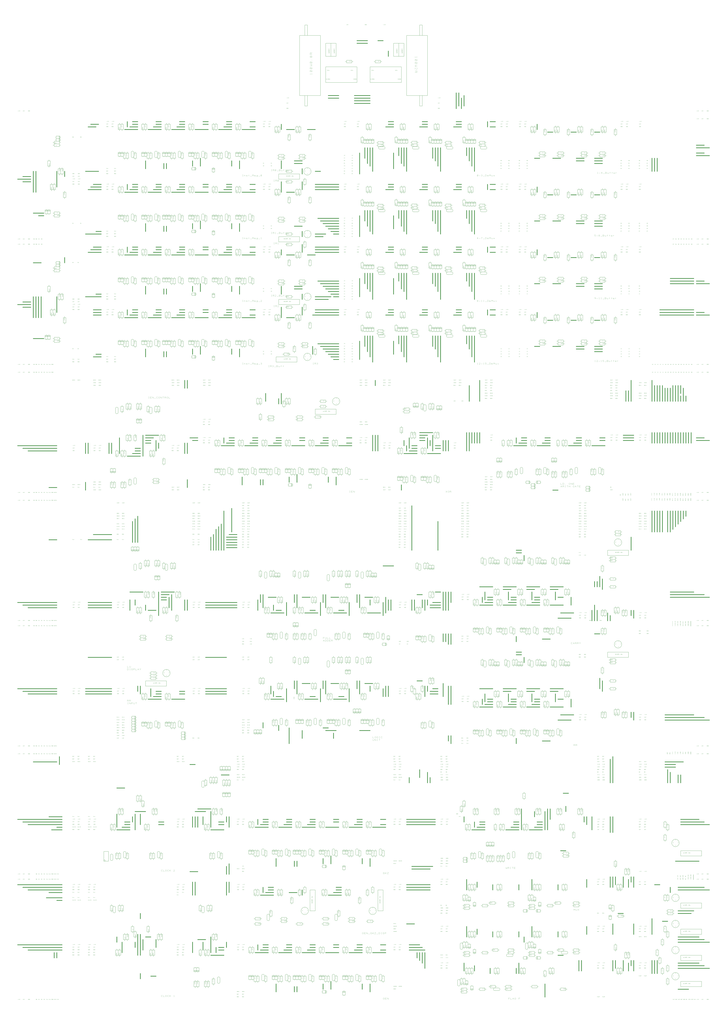
<source format=gbr>
G04 DesignSpark PCB Gerber Version 12.0 Build 5941*
G04 #@! TF.Part,Single*
G04 #@! TF.FileFunction,Legend,Top*
G04 #@! TF.FilePolarity,Positive*
%FSLAX35Y35*%
%MOIN*%
%ADD12C,0.00100*%
%ADD11C,0.00500*%
%ADD14C,0.00512*%
%ADD13C,0.01000*%
%ADD10C,0.02500*%
G04 #@! TD.AperFunction*
X0Y0D02*
D02*
D10*
X20250Y450250D02*
X190250D01*
X20250Y1200250D02*
X170250D01*
X20250Y1530250D02*
X170250D01*
X20250Y2670250D02*
X70250D01*
X20250Y3150250D02*
X70250D01*
X40250Y690250D02*
X190250D01*
X40250Y2120250D02*
X170250D01*
X40250Y2680250D02*
X70250D01*
X40250Y3160250D02*
X70250D01*
X60250Y430250D02*
X190250D01*
X60250Y680250D02*
X190250D01*
X60250Y1180250D02*
X170250D01*
X60250Y1510250D02*
X170250D01*
X70250Y2660250D02*
X40250D01*
X70250Y3140250D02*
X40250D01*
X80250Y2540250D02*
X120250D01*
X80250Y2700250D02*
Y2620250D01*
Y3020250D02*
X120250D01*
X80250Y3180250D02*
Y3100250D01*
X90250Y2700250D02*
Y2620250D01*
Y3180250D02*
Y3100250D01*
X100250Y2700250D02*
Y2620250D01*
Y3010250D02*
X120250D01*
X110250Y2700250D02*
Y2620250D01*
Y2830250D02*
X80250D01*
X140250Y420250D02*
X190250D01*
X140250Y1770250D02*
X170250D01*
X140250Y1970250D02*
X170250D01*
X160250Y190250D02*
Y170250D01*
X170250Y190250D02*
Y170250D01*
Y390250D02*
X190250D01*
X170250Y920250D02*
X80250D01*
X170250Y1190250D02*
X40250D01*
X170250Y1520250D02*
X40250D01*
X170250Y2110250D02*
X60250D01*
X170250Y2130250D02*
X20250D01*
X170250Y2700250D02*
Y2640250D01*
Y3180250D02*
Y3120250D01*
X180250Y940250D02*
Y910250D01*
X190250Y200250D02*
X60250D01*
X190250Y210250D02*
X40250D01*
X190250Y220250D02*
X20250D01*
X190250Y400250D02*
X130250D01*
X190250Y440250D02*
X40250D01*
X190250Y660250D02*
X150250D01*
X190250Y670250D02*
X170250D01*
X190250Y700250D02*
X20250D01*
X190250Y710250D02*
X140250D01*
X200250Y2850250D02*
Y2830250D01*
Y3160250D02*
Y3180250D01*
X280250Y1180250D02*
X380250D01*
X280250Y1200250D02*
X380250D01*
X280250Y1990250D02*
Y1960250D01*
Y2140250D02*
Y2100250D01*
Y3180250D02*
X330250D01*
X290250Y1510250D02*
X380250D01*
X290250Y1530250D02*
X380250D01*
X290250Y1770250D02*
X380250D01*
X290250Y2140250D02*
Y2100250D01*
Y2870250D02*
X340250D01*
X290250Y3110250D02*
X340250D01*
X300250Y3120250D02*
X340250D01*
X310250Y1790250D02*
X380250D01*
X310250Y2630250D02*
X340250D01*
X310250Y2650250D02*
X340250D01*
X310250Y2890250D02*
X340250D01*
X320250Y2480250D02*
X340250D01*
X320250Y2950250D02*
X340250D01*
X320250Y3350250D02*
X290250D01*
X330250Y3360250D02*
X300250D01*
X340250Y2470250D02*
X310250D01*
X340250Y2640250D02*
X310250D01*
X340250Y2700250D02*
X280250D01*
X340250Y2710250D02*
X320250D01*
X340250Y2880250D02*
X300250D01*
X340250Y2940250D02*
X280250D01*
X340250Y3130250D02*
X310250D01*
X370250Y2140250D02*
Y2100250D01*
X380250Y1190250D02*
X280250D01*
X380250Y1320250D02*
X290250D01*
X380250Y1520250D02*
X290250D01*
X380250Y2140250D02*
Y2100250D01*
X400250Y230250D02*
Y250250D01*
Y660250D02*
X450250D01*
X400250Y720250D02*
Y670250D01*
Y820250D02*
X430250D01*
X410250Y2160250D02*
Y2100250D01*
X420250Y230250D02*
Y190250D01*
Y670250D02*
X450250D01*
X430250Y680250D02*
X450250D01*
X430250Y690250D02*
X450250D01*
X430250Y2620250D02*
X480250D01*
X430250Y2860250D02*
X480250D01*
X430250Y3100250D02*
X480250D01*
X430250Y3340250D02*
X480250D01*
X440250Y2090250D02*
X490250D01*
X440250Y2650250D02*
Y2630250D01*
Y2890250D02*
Y2870250D01*
Y3130250D02*
Y3110250D01*
Y3370250D02*
Y3350250D01*
X450250Y1540250D02*
Y1500250D01*
Y2630250D02*
X480250D01*
X450250Y2870250D02*
X480250D01*
X450250Y3110250D02*
X480250D01*
X450250Y3350250D02*
X480250D01*
X460250Y710250D02*
Y690250D01*
Y1840250D02*
Y1760250D01*
Y2100250D02*
X490250D01*
X460250Y2640250D02*
X480250D01*
X460250Y2650250D02*
X480250D01*
X460250Y2880250D02*
X480250D01*
X460250Y2890250D02*
X480250D01*
X460250Y3120250D02*
X480250D01*
X460250Y3130250D02*
X480250D01*
X460250Y3360250D02*
X480250D01*
X460250Y3370250D02*
X480250D01*
X470250Y230250D02*
Y210250D01*
Y720250D02*
Y660250D01*
Y1540250D02*
Y1520250D01*
Y1760250D02*
Y1850250D01*
Y2110250D02*
X490250D01*
X470250Y2120250D02*
X490250D01*
X480250Y260250D02*
Y180250D01*
Y1210250D02*
Y1190250D01*
Y1860250D02*
Y1760250D01*
X490250Y110250D02*
Y90250D01*
Y180250D02*
Y260250D01*
Y340250D02*
Y320250D01*
Y720250D02*
Y680250D01*
Y1210250D02*
Y1180250D01*
X500250Y240250D02*
Y200250D01*
Y1570250D02*
X450250D01*
X500250Y2170250D02*
Y2090250D01*
X510250Y730250D02*
X470250D01*
X510250Y1520250D02*
Y1500250D01*
Y2500250D02*
Y2470250D01*
Y2740250D02*
Y2710250D01*
Y2980250D02*
Y2950250D01*
Y3220250D02*
Y3190250D01*
X520250Y1160250D02*
X570250D01*
X520250Y1500250D02*
X550250D01*
X520250Y2620250D02*
X570250D01*
X520250Y2860250D02*
X570250D01*
X520250Y3100250D02*
X570250D01*
X520250Y3340250D02*
X570250D01*
X530250Y100250D02*
X550250D01*
X530250Y250250D02*
X510250D01*
X530250Y1200250D02*
Y1170250D01*
Y2140250D02*
X510250D01*
X530250Y2150250D02*
X510250D01*
X540250Y1170250D02*
X570250D01*
X540250Y2160250D02*
X510250D01*
X540250Y2630250D02*
X570250D01*
X540250Y2870250D02*
X570250D01*
X540250Y3110250D02*
X570250D01*
X540250Y3350250D02*
X570250D01*
X550250Y240250D02*
Y210250D01*
Y1180250D02*
X570250D01*
X550250Y1190250D02*
X570250D01*
X550250Y2110250D02*
Y2150250D01*
Y2650250D02*
X570250D01*
X550250Y2890250D02*
X570250D01*
X550250Y3130250D02*
X570250D01*
X550250Y3370250D02*
X570250D01*
X560250Y680250D02*
X580250D01*
X560250Y690250D02*
X580250D01*
X560250Y1570250D02*
Y1480250D01*
Y2140250D02*
Y2120250D01*
Y2170250D02*
X510250D01*
X570250Y2640250D02*
X550250D01*
X570250Y2880250D02*
X550250D01*
X570250Y3120250D02*
X550250D01*
X570250Y3360250D02*
X550250D01*
X580250Y2490250D02*
Y2470250D01*
Y2730250D02*
Y2710250D01*
Y2970250D02*
Y2950250D01*
Y3210250D02*
Y3190250D01*
X590250Y1540250D02*
X570250D01*
X590250Y1550250D02*
X570250D01*
X590250Y2490250D02*
Y2470250D01*
Y2730250D02*
Y2710250D01*
Y2970250D02*
Y2950250D01*
Y3210250D02*
Y3190250D01*
X600250Y1550250D02*
Y1510250D01*
Y1560250D02*
X570250D01*
X610250Y1160250D02*
X660250D01*
X610250Y1560250D02*
Y1500250D01*
Y2620250D02*
X660250D01*
X610250Y2860250D02*
X660250D01*
X610250Y3100250D02*
X660250D01*
X610250Y3340250D02*
X660250D01*
X620250Y1570250D02*
X570250D01*
X630250Y2630250D02*
X660250D01*
X630250Y2870250D02*
X660250D01*
X630250Y3110250D02*
X660250D01*
X630250Y3350250D02*
X660250D01*
X640250Y1180250D02*
X660250D01*
X640250Y1190250D02*
X660250D01*
X640250Y2640250D02*
X660250D01*
X640250Y2650250D02*
X660250D01*
X640250Y2880250D02*
X660250D01*
X640250Y2890250D02*
X660250D01*
X640250Y3120250D02*
X660250D01*
X640250Y3130250D02*
X660250D01*
X640250Y3360250D02*
X660250D01*
X640250Y3370250D02*
X660250D01*
Y1540250D02*
Y1500250D01*
Y2140250D02*
Y2100250D01*
Y2380250D02*
Y2350250D01*
X670250Y1540250D02*
Y1500250D01*
Y2000250D02*
Y1970250D01*
Y2140250D02*
Y2100250D01*
Y2380250D02*
Y2350250D01*
X680250Y500250D02*
X710250D01*
X680250Y910250D02*
X700250D01*
X680250Y2160250D02*
X710250D01*
X690250Y230250D02*
Y190250D01*
Y460250D02*
Y410250D01*
Y710250D02*
Y670250D01*
Y2500250D02*
Y2480250D01*
Y2740250D02*
Y2720250D01*
Y2980250D02*
Y2960250D01*
Y3220250D02*
Y3200250D01*
X700250Y460250D02*
Y410250D01*
Y710250D02*
Y670250D01*
Y730250D02*
X740250D01*
X700250Y2620250D02*
X750250D01*
X700250Y2860250D02*
X750250D01*
X700250Y3100250D02*
X750250D01*
X700250Y3340250D02*
X750250D01*
X710250Y240250D02*
X740250D01*
X710250Y710250D02*
Y670250D01*
Y2150250D02*
X690250D01*
X720250Y2510250D02*
Y2480250D01*
Y2750250D02*
Y2720250D01*
Y2990250D02*
Y2960250D01*
Y3230250D02*
Y3200250D01*
X730250Y230250D02*
Y200250D01*
Y710250D02*
Y680250D01*
Y2650250D02*
X750250D01*
X730250Y2890250D02*
X750250D01*
X730250Y3130250D02*
X750250D01*
X730250Y3370250D02*
X750250D01*
X740250Y1180250D02*
X820250D01*
X740250Y1200250D02*
X820250D01*
X740250Y1320250D02*
X820250D01*
X740250Y1510250D02*
X860250D01*
X740250Y1530250D02*
X860250D01*
X750250Y2640250D02*
X730250D01*
X750250Y2880250D02*
X730250D01*
X750250Y3120250D02*
X730250D01*
X750250Y3360250D02*
X730250D01*
X760250Y180250D02*
X810250D01*
X760250Y250250D02*
Y190250D01*
Y660250D02*
X810250D01*
X760250Y730250D02*
Y670250D01*
Y740250D02*
X710250D01*
X760250Y1730250D02*
Y1780250D01*
X770250Y1730250D02*
Y1790250D01*
X780250Y210250D02*
Y190250D01*
Y1730250D02*
Y1810250D01*
X790250Y200250D02*
X810250D01*
X790250Y210250D02*
X810250D01*
X790250Y680250D02*
X810250D01*
X790250Y690250D02*
X810250D01*
X790250Y1730250D02*
Y1820250D01*
Y2620250D02*
X840250D01*
X790250Y2860250D02*
X840250D01*
X790250Y3100250D02*
X840250D01*
X790250Y3340250D02*
X840250D01*
X800250Y870250D02*
X830250D01*
X800250Y1730250D02*
Y1830250D01*
Y2130250D02*
X850250D01*
X810250Y1730250D02*
Y1880250D01*
Y2160250D02*
Y2140250D01*
Y2630250D02*
X840250D01*
X810250Y2870250D02*
X840250D01*
X810250Y3110250D02*
X840250D01*
X810250Y3350250D02*
X840250D01*
X820250Y230250D02*
Y210250D01*
Y460250D02*
Y410250D01*
Y520250D02*
Y490250D01*
Y710250D02*
Y690250D01*
Y1190250D02*
X740250D01*
X820250Y1740250D02*
X860250D01*
X820250Y1750250D02*
X860250D01*
X820250Y1760250D02*
X860250D01*
X820250Y1770250D02*
X860250D01*
X820250Y1780250D02*
X860250D01*
X820250Y2140250D02*
X850250D01*
X820250Y2640250D02*
X840250D01*
X820250Y2650250D02*
X840250D01*
X820250Y2880250D02*
X840250D01*
X820250Y2890250D02*
X840250D01*
X820250Y3120250D02*
X840250D01*
X820250Y3130250D02*
X840250D01*
X820250Y3360250D02*
X840250D01*
X820250Y3370250D02*
X840250D01*
X830250Y460250D02*
Y420250D01*
Y530250D02*
Y490250D01*
Y710250D02*
Y670250D01*
Y1790250D02*
X860250D01*
X830250Y2150250D02*
X850250D01*
X830250Y2160250D02*
X850250D01*
X840250Y1800250D02*
Y1890250D01*
Y2500250D02*
Y2480250D01*
Y2740250D02*
Y2720250D01*
Y2980250D02*
Y2960250D01*
Y3220250D02*
Y3200250D01*
X860250Y1520250D02*
X740250D01*
X870250Y2500250D02*
Y2470250D01*
Y2740250D02*
Y2710250D01*
Y2980250D02*
Y2950250D01*
Y3220250D02*
Y3190250D01*
X880250Y2010250D02*
Y1980250D01*
Y2620250D02*
X930250D01*
X880250Y2860250D02*
X930250D01*
X880250Y3100250D02*
X930250D01*
X880250Y3340250D02*
X930250D01*
X890250Y2130250D02*
X940250D01*
X910250Y2140250D02*
X940250D01*
X910250Y2630250D02*
X930250D01*
X910250Y2650250D02*
X930250D01*
X910250Y2870250D02*
X930250D01*
X910250Y2890250D02*
X930250D01*
X910250Y3110250D02*
X930250D01*
X910250Y3130250D02*
X930250D01*
X910250Y3350250D02*
X930250D01*
X910250Y3370250D02*
X930250D01*
X920250Y2160250D02*
X940250D01*
X930250Y190250D02*
X980250D01*
X930250Y670250D02*
X980250D01*
X940250Y220250D02*
Y200250D01*
Y700250D02*
Y680250D01*
Y1540250D02*
Y1500250D01*
Y2150250D02*
X920250D01*
X950250Y200250D02*
X980250D01*
X950250Y410250D02*
X1000250D01*
X950250Y680250D02*
X980250D01*
X950250Y1560250D02*
Y1530250D01*
Y2000250D02*
Y1980250D01*
X960250Y210250D02*
X980250D01*
X960250Y220250D02*
X980250D01*
X960250Y440250D02*
Y420250D01*
Y690250D02*
X980250D01*
X960250Y700250D02*
X980250D01*
X960250Y1070250D02*
Y1050250D01*
Y1560250D02*
Y1510250D01*
Y2000250D02*
Y1980250D01*
X970250Y420250D02*
X1000250D01*
X970250Y2330250D02*
Y2300250D01*
X980250Y430250D02*
X1000250D01*
X980250Y440250D02*
X1000250D01*
X980250Y1550250D02*
X1010250D01*
X980250Y2130250D02*
X1030250D01*
X990250Y1160250D02*
X1040250D01*
X990250Y1210250D02*
Y1180250D01*
Y1490250D02*
X1040250D01*
X1000250Y1190250D02*
Y1170250D01*
Y1520250D02*
Y1500250D01*
Y2140250D02*
X1030250D01*
X1010250Y70250D02*
Y40250D01*
Y550250D02*
Y520250D01*
Y2150250D02*
X1030250D01*
X1010250Y2160250D02*
X1030250D01*
X1020250Y190250D02*
X1070250D01*
X1020250Y670250D02*
X1070250D01*
X1020250Y1060250D02*
Y1040250D01*
Y2310250D02*
Y2290250D01*
X1030250Y1170250D02*
X1010250D01*
X1030250Y1500250D02*
X1010250D01*
X1030250Y2330250D02*
Y2290250D01*
Y2660250D02*
Y2620250D01*
Y2740250D02*
Y2710250D01*
Y2880250D02*
Y2860250D01*
Y3140250D02*
Y3100250D01*
Y3220250D02*
Y3190250D01*
Y3360250D02*
Y3340250D01*
X1040250Y200250D02*
X1070250D01*
X1040250Y680250D02*
X1070250D01*
X1050250Y220250D02*
X1070250D01*
X1050250Y700250D02*
X1070250D01*
X1050250Y1200250D02*
Y1150250D01*
Y1530250D02*
Y1480250D01*
Y2620250D02*
X1080250D01*
X1050250Y2860250D02*
X1080250D01*
X1050250Y3100250D02*
X1080250D01*
X1050250Y3340250D02*
X1080250D01*
X1060250Y420250D02*
X1090250D01*
X1060250Y1050250D02*
Y990250D01*
Y2010250D02*
Y1990250D01*
X1070250Y210250D02*
X1050250D01*
X1070250Y690250D02*
X1050250D01*
X1070250Y2130250D02*
X1120250D01*
X1080250Y60250D02*
Y40250D01*
Y540250D02*
Y520250D01*
Y1230250D02*
Y1200250D01*
Y1560250D02*
Y1530250D01*
Y2730250D02*
X1110250D01*
X1080250Y2740250D02*
X1110250D01*
X1080250Y2970250D02*
X1110250D01*
X1080250Y3210250D02*
X1110250D01*
X1080250Y3220250D02*
X1110250D01*
X1090250Y60250D02*
Y40250D01*
Y540250D02*
Y520250D01*
Y1230250D02*
Y1180250D01*
Y1560250D02*
Y1510250D01*
Y2020250D02*
Y1990250D01*
X1100250Y2160250D02*
X1120250D01*
X1110250Y190250D02*
X1160250D01*
X1110250Y430250D02*
Y410250D01*
Y670250D02*
X1160250D01*
X1110250Y1040250D02*
Y1010250D01*
Y1220250D02*
X1140250D01*
X1110250Y1550250D02*
X1140250D01*
X1110250Y2660250D02*
Y2630250D01*
Y2710250D02*
Y2690250D01*
Y2900250D02*
Y2870250D01*
Y2950250D02*
Y2930250D01*
Y3140250D02*
Y3110250D01*
Y3190250D02*
Y3170250D01*
X1120250Y1160250D02*
X1170250D01*
X1120250Y1490250D02*
X1170250D01*
X1120250Y2150250D02*
X1100250D01*
X1130250Y200250D02*
X1160250D01*
X1130250Y680250D02*
X1160250D01*
X1130250Y2860250D02*
X1160250D01*
X1130250Y3340250D02*
X1160250D01*
X1140250Y210250D02*
X1160250D01*
X1140250Y220250D02*
X1160250D01*
X1140250Y690250D02*
X1160250D01*
X1140250Y700250D02*
X1160250D01*
X1150250Y2480250D02*
Y2510250D01*
X1160250Y1170250D02*
X1140250D01*
X1160250Y1500250D02*
X1140250D01*
X1160250Y2130250D02*
X1210250D01*
X1160250Y2650250D02*
X1250250D01*
X1160250Y2700250D02*
X1220250D01*
X1160250Y2870250D02*
X1250250D01*
X1160250Y2890250D02*
X1250250D01*
X1160250Y2940250D02*
X1200250D01*
X1160250Y3110250D02*
X1250250D01*
X1160250Y3130250D02*
X1250250D01*
X1160250Y3180250D02*
X1180250D01*
X1170250Y2520250D02*
X1250250D01*
X1170250Y2760250D02*
X1250250D01*
X1170250Y3000250D02*
X1250250D01*
X1180250Y1200250D02*
Y1150250D01*
Y1530250D02*
Y1480250D01*
Y2140250D02*
X1210250D01*
X1180250Y2510250D02*
X1250250D01*
X1180250Y2750250D02*
X1250250D01*
X1180250Y2990250D02*
X1250250D01*
X1190250Y70250D02*
Y50250D01*
Y550250D02*
Y530250D01*
Y1050250D02*
X1210250D01*
X1190250Y1230250D02*
Y1200250D01*
Y1560250D02*
Y1530250D01*
Y2150250D02*
X1210250D01*
X1190250Y2160250D02*
X1210250D01*
X1190250Y2500250D02*
X1250250D01*
X1190250Y2740250D02*
X1250250D01*
X1190250Y2930250D02*
X1160250D01*
X1190250Y2980250D02*
X1250250D01*
X1200250Y190250D02*
X1250250D01*
X1200250Y670250D02*
X1250250D01*
X1200250Y1180250D02*
Y1230250D01*
Y1510250D02*
Y1560250D01*
Y2490250D02*
X1250250D01*
X1200250Y2730250D02*
X1250250D01*
X1200250Y2970250D02*
X1250250D01*
X1210250Y410250D02*
X1260250D01*
X1210250Y2010250D02*
Y1990250D01*
Y2480250D02*
X1250250D01*
X1210250Y2690250D02*
X1160250D01*
X1210250Y2720250D02*
X1250250D01*
X1210250Y2960250D02*
X1250250D01*
X1210250Y3460250D02*
X1250250D01*
X1220250Y80250D02*
Y50250D01*
Y560250D02*
Y530250D01*
Y1220250D02*
X1250250D01*
X1220250Y1550250D02*
X1250250D01*
X1220250Y2470250D02*
X1250250D01*
X1220250Y2710250D02*
X1250250D01*
X1220250Y2950250D02*
X1250250D01*
X1230250Y220250D02*
X1250250D01*
X1230250Y420250D02*
X1260250D01*
X1230250Y700250D02*
X1250250D01*
X1230250Y1030250D02*
Y1010250D01*
Y1160250D02*
X1280250D01*
X1230250Y1490250D02*
X1280250D01*
X1230250Y2460250D02*
X1250250D01*
X1230250Y2700250D02*
X1250250D01*
X1230250Y2940250D02*
X1250250D01*
X1240250Y430250D02*
X1260250D01*
X1240250Y440250D02*
X1260250D01*
X1240250Y1040250D02*
X1200250D01*
X1240250Y2010250D02*
Y1980250D01*
X1250250Y210250D02*
X1230250D01*
X1250250Y690250D02*
X1230250D01*
X1250250Y2130250D02*
X1300250D01*
X1250250Y2630250D02*
X1150250D01*
X1250250Y2640250D02*
X1160250D01*
X1250250Y2880250D02*
X1160250D01*
X1250250Y3120250D02*
X1160250D01*
X1250250Y3470250D02*
X1210250D01*
X1270250Y1170250D02*
X1250250D01*
X1270250Y1500250D02*
X1250250D01*
X1280250Y2140250D02*
X1300250D01*
X1280250Y2160250D02*
X1300250D01*
X1290250Y190250D02*
X1340250D01*
X1290250Y670250D02*
X1340250D01*
X1290250Y1200250D02*
Y1150250D01*
Y1530250D02*
Y1480250D01*
X1310250Y200250D02*
X1340250D01*
X1310250Y680250D02*
X1340250D01*
X1310250Y3450250D02*
X1370250D01*
X1310250Y3470250D02*
X1370250D01*
X1320250Y210250D02*
X1340250D01*
X1320250Y220250D02*
X1340250D01*
X1320250Y690250D02*
X1340250D01*
X1320250Y700250D02*
X1340250D01*
X1320250Y1230250D02*
Y1200250D01*
Y1560250D02*
Y1530250D01*
Y3670250D02*
X1360250D01*
X1320250Y3680250D02*
X1360250D01*
X1330250Y1040250D02*
X1370250D01*
X1330250Y1230250D02*
Y1180250D01*
Y1560250D02*
Y1510250D01*
Y2530250D02*
Y2460250D01*
Y2700250D02*
Y2770250D01*
Y3010250D02*
Y2930250D01*
Y3250250D02*
Y3170250D01*
X1340250Y70250D02*
Y50250D01*
Y550250D02*
Y530250D01*
X1350250Y1220250D02*
X1380250D01*
X1350250Y1550250D02*
X1380250D01*
X1350250Y2550250D02*
Y2510250D01*
Y2750250D02*
Y2790250D01*
Y3030250D02*
Y2990250D01*
Y3230250D02*
Y3270250D01*
X1360250Y1490250D02*
X1410250D01*
X1360250Y2550250D02*
Y2490250D01*
Y2730250D02*
Y2790250D01*
Y3030250D02*
Y2970250D01*
Y3270250D02*
Y3210250D01*
X1370250Y70250D02*
Y40250D01*
Y550250D02*
Y520250D01*
Y1210250D02*
Y1190250D01*
Y1540250D02*
Y1520250D01*
Y2550250D02*
Y2470250D01*
Y2720250D02*
Y2790250D01*
Y3030250D02*
Y2950250D01*
Y3270250D02*
Y3200250D01*
Y3440250D02*
X1310250D01*
X1370250Y3460250D02*
X1310250D01*
X1380250Y190250D02*
X1430250D01*
X1380250Y670250D02*
X1430250D01*
X1380250Y2170250D02*
Y2110250D01*
Y2550250D02*
Y2450250D01*
Y2790250D02*
Y2690250D01*
Y3030250D02*
Y2940250D01*
Y3270250D02*
Y3180250D01*
X1390250Y2110250D02*
Y2170250D01*
Y2380250D02*
Y2360250D01*
X1400250Y2170250D02*
Y2110250D01*
Y3680250D02*
X1420250D01*
X1410250Y200250D02*
X1430250D01*
X1410250Y220250D02*
X1430250D01*
X1410250Y680250D02*
X1430250D01*
X1410250Y700250D02*
X1430250D01*
X1420250Y1200250D02*
Y1170250D01*
Y1530250D02*
Y1480250D01*
Y1670250D02*
X1460250D01*
X1430250Y1210250D02*
Y1170250D01*
Y1550250D02*
Y1490250D01*
X1440250Y1210250D02*
Y1170250D01*
Y1540250D02*
Y1500250D01*
Y2640250D02*
X1460250D01*
X1440250Y2880250D02*
X1460250D01*
X1440250Y3120250D02*
X1460250D01*
X1440250Y3360250D02*
X1460250D01*
X1440250Y3640250D02*
Y3620250D01*
X1450250Y1540250D02*
Y1500250D01*
X1460250Y2530250D02*
Y2480250D01*
Y2630250D02*
X1430250D01*
X1460250Y2650250D02*
X1440250D01*
X1460250Y2770250D02*
Y2710250D01*
Y2870250D02*
X1430250D01*
X1460250Y2890250D02*
X1440250D01*
X1460250Y3010250D02*
Y2960250D01*
Y3110250D02*
X1430250D01*
X1460250Y3130250D02*
X1440250D01*
X1460250Y3250250D02*
Y3190250D01*
Y3350250D02*
X1430250D01*
X1460250Y3370250D02*
X1440250D01*
X1480250Y2550250D02*
Y2520250D01*
Y2790250D02*
Y2760250D01*
Y3030250D02*
Y3000250D01*
Y3270250D02*
Y3240250D01*
X1490250Y1980250D02*
Y1960250D01*
Y2550250D02*
Y2490250D01*
Y2790250D02*
Y2730250D01*
Y3030250D02*
Y2970250D01*
Y3270250D02*
Y3210250D01*
X1500250Y2100250D02*
X1550250D01*
X1500250Y2150250D02*
Y2130250D01*
Y2550250D02*
Y2470250D01*
Y2790250D02*
Y2720250D01*
Y3030250D02*
Y2950250D01*
Y3200250D02*
Y3270250D01*
X1510250Y300250D02*
X1540250D01*
X1510250Y430250D02*
X1600250D01*
X1510250Y450250D02*
X1600250D01*
X1510250Y680250D02*
X1620250D01*
X1510250Y700250D02*
X1620250D01*
X1510250Y2130250D02*
Y2110250D01*
Y2550250D02*
Y2450250D01*
Y2790250D02*
Y2690250D01*
Y3030250D02*
Y2940250D01*
Y3180250D02*
Y3270250D01*
X1520250Y200250D02*
X1580250D01*
X1520250Y210250D02*
X1570250D01*
X1520250Y220250D02*
X1560250D01*
X1520250Y860250D02*
Y840250D01*
Y2110250D02*
X1550250D01*
X1520250Y2160250D02*
Y2120250D01*
X1530250Y510250D02*
X1600250D01*
X1530250Y520250D02*
X1610250D01*
X1530250Y1540250D02*
Y1500250D01*
Y1730250D02*
Y1900250D01*
Y2120250D02*
X1550250D01*
X1530250Y2130250D02*
X1550250D01*
X1540250Y1540250D02*
Y1500250D01*
X1550250Y190250D02*
Y170250D01*
X1560250Y190250D02*
Y160250D01*
Y890250D02*
Y860250D01*
X1570250Y190250D02*
Y150250D01*
Y1230250D02*
X1550250D01*
X1570250Y1510250D02*
Y1540250D01*
Y1560250D02*
X1550250D01*
X1570250Y2640250D02*
X1590250D01*
X1570250Y2880250D02*
X1590250D01*
X1570250Y3120250D02*
X1590250D01*
X1570250Y3360250D02*
X1590250D01*
X1580250Y190250D02*
Y130250D01*
Y1210250D02*
Y1170250D01*
Y1540250D02*
Y1500250D01*
Y2150250D02*
X1560250D01*
X1580250Y2160250D02*
X1560250D01*
X1590250Y880250D02*
Y840250D01*
Y1210250D02*
Y1190250D01*
Y1540250D02*
Y1520250D01*
Y2100250D02*
X1640250D01*
X1590250Y2160250D02*
Y2120250D01*
Y2170250D02*
X1560250D01*
X1590250Y2630250D02*
X1560250D01*
X1590250Y2650250D02*
X1570250D01*
X1590250Y2870250D02*
X1560250D01*
X1590250Y2890250D02*
X1570250D01*
X1590250Y3110250D02*
X1560250D01*
X1590250Y3130250D02*
X1570250D01*
X1590250Y3350250D02*
X1560250D01*
X1590250Y3370250D02*
X1570250D01*
X1600250Y440250D02*
X1510250D01*
X1600250Y860250D02*
Y840250D01*
Y1190250D02*
X1630250D01*
X1600250Y1520250D02*
X1640250D01*
X1600250Y2150250D02*
Y2130250D01*
X1610250Y1530250D02*
X1640250D01*
X1610250Y2170250D02*
Y2110250D01*
Y2180250D02*
X1560250D01*
X1610250Y2550250D02*
Y2510250D01*
Y2790250D02*
Y2750250D01*
Y3030250D02*
Y2990250D01*
Y3270250D02*
Y3230250D01*
X1620250Y690250D02*
X1510250D01*
X1620250Y1570250D02*
X1640250D01*
X1620250Y2120250D02*
X1640250D01*
X1620250Y2130250D02*
X1640250D01*
X1620250Y2550250D02*
Y2500250D01*
Y2790250D02*
Y2740250D01*
Y3030250D02*
Y2980250D01*
Y3270250D02*
Y3220250D01*
X1630250Y1180250D02*
X1600250D01*
X1630250Y1200250D02*
X1610250D01*
X1630250Y1730250D02*
Y1840250D01*
Y2550250D02*
Y2470250D01*
Y2790250D02*
Y2720250D01*
Y3030250D02*
Y2950250D01*
Y3200250D02*
Y3270250D01*
X1640250Y1510250D02*
X1600250D01*
X1640250Y2550250D02*
Y2450250D01*
Y2790250D02*
Y2690250D01*
Y3030250D02*
Y2940250D01*
Y3180250D02*
Y3270250D01*
X1650250Y1220250D02*
Y1170250D01*
Y1410250D02*
Y1380250D01*
Y1570250D02*
Y1500250D01*
Y2150250D02*
Y2110250D01*
X1660250Y1410250D02*
Y1380250D01*
Y1570250D02*
Y1500250D01*
Y2150250D02*
Y2110250D01*
X1670250Y1020250D02*
Y1000250D01*
Y1210250D02*
Y1140250D01*
Y1410250D02*
Y1370250D01*
Y1570250D02*
Y1500250D01*
Y2150250D02*
Y2110250D01*
X1680250Y1020250D02*
Y990250D01*
Y1210250D02*
Y1140250D01*
Y1410250D02*
Y1370250D01*
Y1570250D02*
Y1530250D01*
X1700250Y2650250D02*
X1720250D01*
X1700250Y2890250D02*
X1720250D01*
X1700250Y3130250D02*
X1720250D01*
X1700250Y3370250D02*
X1720250D01*
X1700250Y3480250D02*
Y3420250D01*
X1710250Y3430250D02*
Y3480250D01*
X1720250Y2630250D02*
X1690250D01*
X1720250Y2640250D02*
X1700250D01*
X1720250Y2870250D02*
X1690250D01*
X1720250Y2880250D02*
X1700250D01*
X1720250Y3110250D02*
X1690250D01*
X1720250Y3120250D02*
X1700250D01*
X1720250Y3350250D02*
X1690250D01*
X1720250Y3360250D02*
X1700250D01*
X1720250Y3460250D02*
Y3420250D01*
X1730250Y150250D02*
Y120250D01*
Y710250D02*
Y690250D01*
Y3430250D02*
Y3470250D01*
X1740250Y290250D02*
Y250250D01*
Y470250D02*
Y430250D01*
Y2180250D02*
Y2110250D01*
Y2550250D02*
Y2520250D01*
Y2790250D02*
Y2760250D01*
Y3030250D02*
Y3000250D01*
Y3270250D02*
Y3240250D01*
X1750250Y2110250D02*
Y2180250D01*
Y2360250D02*
Y2300250D01*
Y2550250D02*
Y2500250D01*
Y2790250D02*
Y2740250D01*
Y3030250D02*
Y2980250D01*
Y3270250D02*
Y3220250D01*
X1760250Y660250D02*
X1810250D01*
X1760250Y2180250D02*
Y2140250D01*
Y2550250D02*
Y2470250D01*
Y2790250D02*
Y2720250D01*
Y3030250D02*
Y2950250D01*
Y3200250D02*
Y3270250D01*
X1770250Y140250D02*
Y120250D01*
Y690250D02*
Y670250D01*
Y2180250D02*
Y2140250D01*
Y2550250D02*
Y2450250D01*
Y2790250D02*
Y2690250D01*
Y3030250D02*
Y2940250D01*
Y3180250D02*
Y3270250D01*
X1780250Y280250D02*
Y260250D01*
Y460250D02*
Y440250D01*
Y2180250D02*
Y2140250D01*
X1790250Y680250D02*
X1810250D01*
X1790250Y690250D02*
X1810250D01*
X1790250Y1130250D02*
X1840250D01*
X1790250Y1520250D02*
X1840250D01*
X1790250Y2180250D02*
Y2140250D01*
Y2300250D02*
Y2380250D01*
X1800250Y1160250D02*
Y1140250D01*
Y1550250D02*
Y1530250D01*
X1810250Y670250D02*
X1780250D01*
X1810250Y1140250D02*
X1840250D01*
X1810250Y1180250D02*
Y1150250D01*
Y1530250D02*
X1840250D01*
X1810250Y1570250D02*
Y1540250D01*
X1820250Y1150250D02*
X1840250D01*
X1820250Y1160250D02*
X1840250D01*
X1820250Y1540250D02*
X1840250D01*
X1820250Y1550250D02*
X1840250D01*
X1820250Y2650250D02*
Y2630250D01*
Y2890250D02*
Y2870250D01*
Y3130250D02*
Y3110250D01*
Y3370250D02*
Y3350250D01*
X1830250Y130250D02*
Y110250D01*
Y2630250D02*
X1850250D01*
X1830250Y2650250D02*
X1850250D01*
X1830250Y2870250D02*
X1850250D01*
X1830250Y2890250D02*
X1850250D01*
X1830250Y3110250D02*
X1850250D01*
X1830250Y3130250D02*
X1850250D01*
X1830250Y3350250D02*
X1850250D01*
X1830250Y3370250D02*
X1850250D01*
X1840250Y270250D02*
Y250250D01*
Y450250D02*
Y430250D01*
Y1200250D02*
X1790250D01*
X1840250Y1590250D02*
X1790250D01*
X1880250Y1130250D02*
X1930250D01*
X1880250Y1520250D02*
X1930250D01*
X1890250Y660250D02*
X1940250D01*
X1900250Y1140250D02*
X1930250D01*
X1900250Y1180250D02*
Y1150250D01*
Y1530250D02*
X1930250D01*
X1900250Y1570250D02*
Y1540250D01*
X1910250Y670250D02*
X1940250D01*
X1910250Y1150250D02*
X1930250D01*
X1910250Y1160250D02*
X1930250D01*
X1910250Y1190250D02*
X1880250D01*
X1910250Y1540250D02*
X1930250D01*
X1910250Y1550250D02*
X1930250D01*
X1910250Y1580250D02*
X1880250D01*
X1920250Y680250D02*
X1940250D01*
X1920250Y690250D02*
X1940250D01*
X1920250Y2130250D02*
X1970250D01*
X1930250Y130250D02*
Y110250D01*
Y1010250D02*
Y990250D01*
Y1200250D02*
X1880250D01*
X1930250Y1330250D02*
X1950250D01*
X1930250Y1400250D02*
Y1380250D01*
Y1590250D02*
X1880250D01*
X1930250Y1720250D02*
X1950250D01*
X1930250Y2160250D02*
Y2140250D01*
X1940250Y150250D02*
Y110250D01*
Y270250D02*
Y250250D01*
Y450250D02*
Y430250D01*
Y2140250D02*
X1970250D01*
X1950250Y660250D02*
Y740250D01*
Y1340250D02*
X1930250D01*
X1950250Y1730250D02*
X1930250D01*
X1950250Y2150250D02*
X1970250D01*
X1950250Y2160250D02*
X1970250D01*
X1960250Y250250D02*
Y230250D01*
Y1320250D02*
Y1300250D01*
Y1710250D02*
Y1690250D01*
X1970250Y1130250D02*
X2020250D01*
X1970250Y1520250D02*
X2020250D01*
X1980250Y660250D02*
X2030250D01*
X1990250Y290250D02*
Y250250D01*
Y470250D02*
Y430250D01*
Y1140250D02*
X2020250D01*
X1990250Y1180250D02*
Y1150250D01*
Y1530250D02*
X2020250D01*
X1990250Y1570250D02*
Y1540250D01*
X2000250Y670250D02*
X2030250D01*
X2000250Y730250D02*
Y710250D01*
Y1150250D02*
X2020250D01*
X2000250Y1160250D02*
X2020250D01*
X2000250Y1190250D02*
X1970250D01*
X2000250Y1540250D02*
X2020250D01*
X2000250Y1550250D02*
X2020250D01*
X2000250Y1580250D02*
X1970250D01*
X2000250Y2510250D02*
X2020250D01*
X2000250Y2750250D02*
X2020250D01*
X2000250Y2990250D02*
X2020250D01*
X2000250Y3230250D02*
X2020250D01*
X2010250Y680250D02*
X2030250D01*
X2010250Y690250D02*
X2030250D01*
X2010250Y2130250D02*
X2060250D01*
X2010250Y2640250D02*
Y2620250D01*
Y2880250D02*
Y2860250D01*
Y3120250D02*
Y3100250D01*
Y3360250D02*
Y3340250D01*
X2020250Y1200250D02*
X1970250D01*
X2020250Y1590250D02*
X1970250D01*
X2030250Y1000250D02*
X2060250D01*
X2030250Y1390250D02*
X2060250D01*
X2030250Y2140250D02*
X2060250D01*
X2040250Y70250D02*
Y20250D01*
Y730250D02*
Y660250D01*
Y2150250D02*
X2060250D01*
X2040250Y2160250D02*
X2060250D01*
X2050250Y660250D02*
Y740250D01*
Y2610250D02*
X2070250D01*
X2050250Y2850250D02*
X2070250D01*
X2050250Y3090250D02*
X2070250D01*
X2050250Y3330250D02*
X2070250D01*
X2060250Y740250D02*
Y700250D01*
Y1130250D02*
X2110250D01*
X2060250Y1520250D02*
X2110250D01*
X2070250Y1960250D02*
X2090250D01*
X2070250Y2510250D02*
X2100250D01*
X2070250Y2750250D02*
X2100250D01*
X2070250Y2990250D02*
X2100250D01*
X2070250Y3230250D02*
X2100250D01*
X2080250Y1180250D02*
Y1150250D01*
Y1570250D02*
Y1540250D01*
X2090250Y180250D02*
X2110250D01*
X2090250Y270250D02*
Y250250D01*
Y450250D02*
Y430250D01*
Y1080250D02*
X2140250D01*
X2090250Y1160250D02*
X2110250D01*
X2090250Y1190250D02*
X2060250D01*
X2090250Y1470250D02*
X2140250D01*
X2090250Y1550250D02*
X2110250D01*
X2090250Y1580250D02*
X2060250D01*
X2100250Y580250D02*
X2120250D01*
X2100250Y1100250D02*
X2150250D01*
X2100250Y1490250D02*
X2150250D01*
X2110250Y800250D02*
X2130250D01*
X2110250Y1200250D02*
X2060250D01*
X2110250Y1590250D02*
X2060250D01*
X2120250Y750250D02*
Y730250D01*
X2130250Y2130250D02*
X2180250D01*
X2140250Y1130250D02*
Y1160250D01*
Y1520250D02*
Y1550250D01*
Y2610250D02*
X2160250D01*
X2140250Y2850250D02*
X2160250D01*
X2140250Y3090250D02*
X2160250D01*
X2140250Y3330250D02*
X2160250D01*
X2150250Y2140250D02*
X2180250D01*
X2160250Y2150250D02*
X2180250D01*
X2160250Y2160250D02*
X2180250D01*
X2160250Y2510250D02*
X2190250D01*
X2160250Y2750250D02*
X2190250D01*
X2160250Y2990250D02*
X2190250D01*
X2160250Y3230250D02*
X2190250D01*
X2170250Y160250D02*
Y120250D01*
X2180250Y160250D02*
Y120250D01*
X2190250Y690250D02*
Y710250D01*
Y2500250D02*
X2160250D01*
X2190250Y2740250D02*
X2160250D01*
X2190250Y2980250D02*
X2160250D01*
X2190250Y3220250D02*
X2160250D01*
X2200250Y290250D02*
Y260250D01*
Y470250D02*
Y440250D01*
Y710250D02*
Y680250D01*
X2220250Y710250D02*
Y660250D01*
Y1460250D02*
Y1500250D01*
Y2130250D02*
X2270250D01*
X2230250Y1410250D02*
X2250250D01*
X2230250Y1520250D02*
Y1460250D01*
Y1610250D02*
Y1590250D01*
Y2490250D02*
X2260250D01*
X2230250Y2510250D02*
X2260250D01*
X2230250Y2610250D02*
X2250250D01*
X2230250Y2730250D02*
X2260250D01*
X2230250Y2750250D02*
X2260250D01*
X2230250Y2850250D02*
X2250250D01*
X2230250Y2970250D02*
X2260250D01*
X2230250Y2990250D02*
X2260250D01*
X2230250Y3090250D02*
X2250250D01*
X2230250Y3210250D02*
X2260250D01*
X2230250Y3230250D02*
X2260250D01*
X2230250Y3330250D02*
X2250250D01*
X2240250Y1500250D02*
Y1460250D01*
Y1610250D02*
Y1590250D01*
X2250250Y1240250D02*
Y1200250D01*
Y1630250D02*
Y1590250D01*
Y2150250D02*
X2270250D01*
X2250250Y2160250D02*
X2270250D01*
X2260250Y1230250D02*
Y1190250D01*
Y1620250D02*
Y1580250D01*
Y2500250D02*
X2230250D01*
X2260250Y2740250D02*
X2230250D01*
X2260250Y2980250D02*
X2230250D01*
X2260250Y3220250D02*
X2230250D01*
X2280250Y1490250D02*
Y1460250D01*
X2290250Y480250D02*
Y440250D01*
Y710250D02*
Y650250D01*
Y930250D02*
Y840250D01*
Y1480250D02*
Y1460250D01*
X2300250Y160250D02*
Y120250D01*
Y300250D02*
Y260250D01*
Y480250D02*
Y440250D01*
Y710250D02*
Y650250D01*
Y840250D02*
Y940250D01*
X2310250Y160250D02*
Y130250D01*
Y480250D02*
Y450250D01*
X2320250Y340250D02*
X2340250D01*
Y120250D02*
Y160250D01*
Y440250D02*
Y480250D01*
Y2150250D02*
X2380250D01*
X2340250Y2170250D02*
X2380250D01*
X2350250Y2340250D02*
Y2300250D01*
X2360250Y120250D02*
Y150250D01*
Y440250D02*
Y470250D01*
Y2340250D02*
Y2300250D01*
X2370250Y160250D02*
Y140250D01*
Y480250D02*
Y460250D01*
Y1110250D02*
Y1090250D01*
Y1500250D02*
Y1480250D01*
Y1780250D02*
Y1730250D01*
Y2380250D02*
Y2300250D01*
X2380250Y160250D02*
Y120250D01*
Y300250D02*
Y260250D01*
Y480250D02*
Y440250D01*
Y1110250D02*
Y1080250D01*
Y1500250D02*
Y1470250D01*
Y2160250D02*
X2340250D01*
X2450250Y160250D02*
Y110250D01*
Y260250D02*
Y320250D01*
Y1880250D02*
Y1800250D01*
Y2180250D02*
Y2140250D01*
Y2380250D02*
Y2300250D01*
Y3230250D02*
Y3180250D01*
X2460250Y160250D02*
Y110250D01*
Y450250D02*
X2480250D01*
X2460250Y1880250D02*
Y1800250D01*
Y2180250D02*
Y2140250D01*
Y2360250D02*
Y2300250D01*
Y3230250D02*
Y3180250D01*
X2470250Y160250D02*
Y110250D01*
Y1880250D02*
Y1800250D01*
Y2180250D02*
Y2140250D01*
Y2360250D02*
Y2300250D01*
Y3230250D02*
Y3180250D01*
X2480250Y1880250D02*
Y1800250D01*
Y2180250D02*
Y2140250D01*
Y2360250D02*
Y2300250D01*
Y2630250D02*
X2610250D01*
X2480250Y2650250D02*
X2610250D01*
X2490250Y310250D02*
X2510250D01*
X2490250Y1880250D02*
Y1800250D01*
Y2180250D02*
Y2140250D01*
Y2360250D02*
Y2300250D01*
X2500250Y900250D02*
X2540250D01*
X2500250Y920250D02*
X2570250D01*
X2500250Y1080250D02*
X2670250D01*
X2500250Y1100250D02*
X2610250D01*
X2500250Y2180250D02*
Y2140250D01*
Y2350250D02*
Y2300250D01*
X2510250Y890250D02*
Y840250D01*
Y1880250D02*
Y1800250D01*
Y2180250D02*
Y2140250D01*
Y2350250D02*
Y2300250D01*
X2520250Y440250D02*
Y420250D01*
Y880250D02*
Y840250D01*
Y1560250D02*
X2650250D01*
X2520250Y1570250D02*
X2610250D01*
X2520250Y1880250D02*
Y1800250D01*
Y2180250D02*
Y2140250D01*
Y2350250D02*
Y2300250D01*
Y2750250D02*
X2610250D01*
X2520250Y2770250D02*
X2610250D01*
X2530250Y1880250D02*
Y1810250D01*
Y2180250D02*
Y2140250D01*
Y2360250D02*
Y2300250D01*
X2540250Y910250D02*
X2500250D01*
X2540250Y1880250D02*
Y1820250D01*
Y2180250D02*
Y2140250D01*
Y2360250D02*
Y2300250D01*
X2550250Y50250D02*
X2590250D01*
X2550250Y350250D02*
X2610250D01*
X2550250Y870250D02*
Y840250D01*
Y1880250D02*
Y1830250D01*
Y2180250D02*
Y2140250D01*
Y2360250D02*
Y2300250D01*
X2560250Y870250D02*
Y840250D01*
Y1880250D02*
Y1840250D01*
Y2180250D02*
Y2140250D01*
Y2320250D02*
Y2300250D01*
Y2360250D02*
Y2330250D01*
X2570250Y1880250D02*
Y1850250D01*
Y2180250D02*
Y2140250D01*
Y2350250D02*
Y2300250D01*
X2580250Y1880250D02*
Y1860250D01*
Y2180250D02*
Y2140250D01*
Y2320250D02*
Y2300250D01*
X2590250Y2180250D02*
Y2140250D01*
X2600250Y340250D02*
X2550250D01*
X2600250Y2180250D02*
Y2140250D01*
X2610250Y2640250D02*
X2480250D01*
X2610250Y2760250D02*
X2520250D01*
X2620250Y2150250D02*
X2670250D01*
X2620250Y2160250D02*
X2650250D01*
X2620250Y2630250D02*
X2670250D01*
X2620250Y2640250D02*
X2650250D01*
X2620250Y2750250D02*
X2670250D01*
X2620250Y2760250D02*
X2650250D01*
X2620250Y3240250D02*
X2670250D01*
X2620250Y3250250D02*
X2650250D01*
X2620250Y3270250D02*
X2670250D01*
X2620250Y3280250D02*
X2650250D01*
X2630250Y150250D02*
X2550250D01*
X2630250Y250250D02*
X2550250D01*
X2630250Y540250D02*
X2540250D01*
X2630250Y700250D02*
X2560250D01*
X2650250Y140250D02*
X2550250D01*
X2650250Y240250D02*
X2550250D01*
X2650250Y440250D02*
X2550250D01*
X2650250Y690250D02*
X2560250D01*
X2650250Y1090250D02*
X2500250D01*
X2670250Y130250D02*
X2550250D01*
X2670250Y230250D02*
X2550250D01*
X2670250Y430250D02*
X2550250D01*
X2670250Y680250D02*
X2560250D01*
X2670250Y1550250D02*
X2520250D01*
D02*
D11*
X130250Y2535250D02*
Y2537750D01*
Y2552750D02*
Y2555250D01*
Y3015250D02*
Y3017750D01*
Y3032750D02*
Y3035250D01*
X135250Y2537750D02*
X125250D01*
Y2552750D01*
X135250D01*
Y2537750D01*
Y2740250D02*
X145250D01*
Y2720250D01*
X135250D01*
Y2740250D01*
Y3017750D02*
X125250D01*
Y3032750D01*
X135250D01*
Y3017750D01*
Y3220250D02*
X145250D01*
Y3200250D01*
X135250D01*
Y3220250D01*
X140250Y2535250D02*
Y2537750D01*
Y2552750D02*
Y2555250D01*
Y2720250D02*
Y2715250D01*
Y2745250D02*
Y2740250D01*
Y3015250D02*
Y3017750D01*
Y3032750D02*
Y3035250D01*
Y3200250D02*
Y3195250D01*
Y3225250D02*
Y3220250D01*
X145250Y2537750D02*
X135250D01*
Y2552750D01*
X145250D01*
Y2537750D01*
Y3017750D02*
X135250D01*
Y3032750D01*
X145250D01*
Y3017750D01*
X150250Y2625250D02*
Y2630250D01*
Y2650250D02*
Y2655250D01*
Y3105250D02*
Y3110250D01*
Y3130250D02*
Y3135250D01*
X155250Y2530250D02*
X160250D01*
X155250Y2540250D02*
X160250D01*
X155250Y2630250D02*
X145250D01*
Y2650250D01*
X155250D01*
Y2630250D01*
Y3010250D02*
X160250D01*
X155250Y3020250D02*
X160250D01*
X155250Y3110250D02*
X145250D01*
Y3130250D01*
X155250D01*
Y3110250D01*
X160250Y2525250D02*
Y2535250D01*
X180250D01*
Y2525250D01*
X160250D01*
Y2535250D02*
Y2545250D01*
X180250D01*
Y2535250D01*
X160250D01*
Y2625250D02*
Y2630250D01*
Y2650250D02*
Y2655250D01*
Y2800250D02*
X155250D01*
X160250Y2810250D02*
X155250D01*
X160250Y3005250D02*
Y3015250D01*
X180250D01*
Y3005250D01*
X160250D01*
Y3015250D02*
Y3025250D01*
X180250D01*
Y3015250D01*
X160250D01*
Y3105250D02*
Y3110250D01*
Y3130250D02*
Y3135250D01*
Y3280250D02*
X155250D01*
X160250Y3290250D02*
X155250D01*
X165250Y2630250D02*
X155250D01*
Y2650250D01*
X165250D01*
Y2630250D01*
Y2820250D02*
X167750D01*
X165250Y2830250D02*
X167750D01*
X165250Y3110250D02*
X155250D01*
Y3130250D01*
X165250D01*
Y3110250D01*
Y3300250D02*
X167750D01*
X165250Y3310250D02*
X167750D01*
Y2815250D02*
Y2825250D01*
X182750D01*
Y2815250D01*
X167750D01*
Y2825250D02*
Y2835250D01*
X182750D01*
Y2825250D01*
X167750D01*
Y3295250D02*
Y3305250D01*
X182750D01*
Y3295250D01*
X167750D01*
Y3305250D02*
Y3315250D01*
X182750D01*
Y3305250D01*
X167750D01*
X175250Y2710250D02*
X185250D01*
Y2690250D01*
X175250D01*
Y2710250D01*
Y3190250D02*
X185250D01*
Y3170250D01*
X175250D01*
Y3190250D01*
X180250Y2530250D02*
X185250D01*
X180250Y2540250D02*
X185250D01*
X180250Y2690250D02*
Y2685250D01*
Y2715250D02*
Y2710250D01*
Y2805250D02*
Y2795250D01*
X160250D01*
Y2805250D01*
X180250D01*
Y2815250D02*
Y2805250D01*
X160250D01*
Y2815250D01*
X180250D01*
Y3010250D02*
X185250D01*
X180250Y3020250D02*
X185250D01*
X180250Y3170250D02*
Y3165250D01*
Y3195250D02*
Y3190250D01*
Y3285250D02*
Y3275250D01*
X160250D01*
Y3285250D01*
X180250D01*
Y3295250D02*
Y3285250D01*
X160250D01*
Y3295250D01*
X180250D01*
X182750Y2820250D02*
X185250D01*
X182750Y2830250D02*
X185250D01*
X182750Y3300250D02*
X185250D01*
X182750Y3310250D02*
X185250D01*
Y2710250D02*
X195250D01*
Y2690250D01*
X185250D01*
Y2710250D01*
Y2800250D02*
X180250D01*
X185250Y2810250D02*
X180250D01*
X185250Y3190250D02*
X195250D01*
Y3170250D01*
X185250D01*
Y3190250D01*
Y3280250D02*
X180250D01*
X185250Y3290250D02*
X180250D01*
X190250Y2690250D02*
Y2685250D01*
Y2715250D02*
Y2710250D01*
Y3170250D02*
Y3165250D01*
Y3195250D02*
Y3190250D01*
X200250Y2595250D02*
Y2600250D01*
Y2620250D02*
Y2625250D01*
Y3075250D02*
Y3080250D01*
Y3100250D02*
Y3105250D01*
X205250Y2600250D02*
X195250D01*
Y2620250D01*
X205250D01*
Y2600250D01*
Y3080250D02*
X195250D01*
Y3100250D01*
X205250D01*
Y3080250D01*
X350250Y540250D02*
X368360D01*
Y577652D01*
X350250D01*
Y540250D01*
X354581Y545368D02*
G75*
G03*
X351431Y540644I-1575J-2362D01*
G01*
G75*
G03*
X354581Y545368I1575J2362D01*
G01*
X375250Y370250D02*
X385250D01*
Y350250D01*
X375250D01*
Y370250D01*
Y2042750D02*
X385250D01*
Y2027750D01*
X375250D01*
Y2042750D01*
X380250Y350250D02*
Y345250D01*
Y375250D02*
Y370250D01*
Y655250D02*
Y660250D01*
Y680250D02*
Y685250D01*
Y1965250D02*
Y1970250D01*
Y1990250D02*
Y1995250D01*
Y2027750D02*
Y2025250D01*
Y2045250D02*
Y2042750D01*
X385250Y660250D02*
X375250D01*
Y680250D01*
X385250D01*
Y660250D01*
Y1970250D02*
X375250D01*
Y1990250D01*
X385250D01*
Y1970250D01*
Y2042750D02*
X395250D01*
Y2027750D01*
X385250D01*
Y2042750D01*
X390250Y655250D02*
Y660250D01*
Y680250D02*
Y685250D01*
Y1965250D02*
Y1970250D01*
Y1990250D02*
Y1995250D01*
Y2027750D02*
Y2025250D01*
Y2045250D02*
Y2042750D01*
X395250Y660250D02*
X385250D01*
Y680250D01*
X395250D01*
Y660250D01*
Y1970250D02*
X385250D01*
Y1990250D01*
X395250D01*
Y1970250D01*
X400250Y175250D02*
Y180250D01*
Y200250D02*
Y205250D01*
Y545250D02*
Y550250D01*
Y570250D02*
Y575250D01*
Y2085250D02*
Y2090250D01*
Y2110250D02*
Y2115250D01*
X405250Y180250D02*
X395250D01*
Y200250D01*
X405250D01*
Y180250D01*
Y370250D02*
X415250D01*
Y350250D01*
X405250D01*
Y370250D01*
Y550250D02*
X395250D01*
Y570250D01*
X405250D01*
Y550250D01*
Y740250D02*
X415250D01*
Y720250D01*
X405250D01*
Y740250D01*
Y2090250D02*
X395250D01*
Y2110250D01*
X405250D01*
Y2090250D01*
X410250Y175250D02*
Y180250D01*
Y200250D02*
Y205250D01*
Y350250D02*
Y345250D01*
Y375250D02*
Y370250D01*
Y545250D02*
Y550250D01*
Y570250D02*
Y575250D01*
Y720250D02*
Y715250D01*
Y745250D02*
Y740250D01*
Y2515250D02*
Y2517750D01*
Y2532750D02*
Y2535250D01*
Y2615250D02*
Y2620250D01*
Y2640250D02*
Y2645250D01*
Y2755250D02*
Y2757750D01*
Y2772750D02*
Y2775250D01*
Y2855250D02*
Y2860250D01*
Y2880250D02*
Y2885250D01*
Y2995250D02*
Y2997750D01*
Y3012750D02*
Y3015250D01*
Y3095250D02*
Y3100250D01*
Y3120250D02*
Y3125250D01*
Y3235250D02*
Y3237750D01*
Y3252750D02*
Y3255250D01*
Y3335250D02*
Y3340250D01*
Y3360250D02*
Y3365250D01*
X415250Y180250D02*
X405250D01*
Y200250D01*
X415250D01*
Y180250D01*
Y370250D02*
X425250D01*
Y350250D01*
X415250D01*
Y370250D01*
Y550250D02*
X405250D01*
Y570250D01*
X415250D01*
Y550250D01*
Y740250D02*
X425250D01*
Y720250D01*
X415250D01*
Y740250D01*
Y2280250D02*
X425250D01*
Y2260250D01*
X415250D01*
Y2280250D01*
Y2517750D02*
X405250D01*
Y2532750D01*
X415250D01*
Y2517750D01*
Y2620250D02*
X405250D01*
Y2640250D01*
X415250D01*
Y2620250D01*
Y2757750D02*
X405250D01*
Y2772750D01*
X415250D01*
Y2757750D01*
Y2860250D02*
X405250D01*
Y2880250D01*
X415250D01*
Y2860250D01*
Y2997750D02*
X405250D01*
Y3012750D01*
X415250D01*
Y2997750D01*
Y3100250D02*
X405250D01*
Y3120250D01*
X415250D01*
Y3100250D01*
Y3237750D02*
X405250D01*
Y3252750D01*
X415250D01*
Y3237750D01*
Y3340250D02*
X405250D01*
Y3360250D01*
X415250D01*
Y3340250D01*
X420250Y350250D02*
Y345250D01*
Y375250D02*
Y370250D01*
Y720250D02*
Y715250D01*
Y745250D02*
Y740250D01*
Y1965250D02*
Y1970250D01*
Y1990250D02*
Y1995250D01*
Y2085250D02*
Y2090250D01*
Y2110250D02*
Y2115250D01*
Y2260250D02*
Y2255250D01*
Y2285250D02*
Y2280250D01*
Y2515250D02*
Y2517750D01*
Y2532750D02*
Y2535250D01*
Y2615250D02*
Y2620250D01*
Y2640250D02*
Y2645250D01*
Y2755250D02*
Y2757750D01*
Y2772750D02*
Y2775250D01*
Y2855250D02*
Y2860250D01*
Y2880250D02*
Y2885250D01*
Y2995250D02*
Y2997750D01*
Y3012750D02*
Y3015250D01*
Y3095250D02*
Y3100250D01*
Y3120250D02*
Y3125250D01*
Y3235250D02*
Y3237750D01*
Y3252750D02*
Y3255250D01*
Y3335250D02*
Y3340250D01*
Y3360250D02*
Y3365250D01*
X425250Y260250D02*
X435250D01*
Y240250D01*
X425250D01*
Y260250D01*
Y1970250D02*
X415250D01*
Y1990250D01*
X425250D01*
Y1970250D01*
Y2090250D02*
X415250D01*
Y2110250D01*
X425250D01*
Y2090250D01*
Y2517750D02*
X415250D01*
Y2532750D01*
X425250D01*
Y2517750D01*
Y2620250D02*
X415250D01*
Y2640250D01*
X425250D01*
Y2620250D01*
Y2757750D02*
X415250D01*
Y2772750D01*
X425250D01*
Y2757750D01*
Y2860250D02*
X415250D01*
Y2880250D01*
X425250D01*
Y2860250D01*
Y2997750D02*
X415250D01*
Y3012750D01*
X425250D01*
Y2997750D01*
Y3100250D02*
X415250D01*
Y3120250D01*
X425250D01*
Y3100250D01*
Y3237750D02*
X415250D01*
Y3252750D01*
X425250D01*
Y3237750D01*
Y3340250D02*
X415250D01*
Y3360250D01*
X425250D01*
Y3340250D01*
X430250Y240250D02*
Y235250D01*
Y265250D02*
Y260250D01*
Y1965250D02*
Y1970250D01*
Y1990250D02*
Y1995250D01*
Y2085250D02*
Y2090250D01*
Y2110250D02*
Y2115250D01*
Y2505250D02*
Y2510250D01*
Y2530250D02*
Y2535250D01*
Y2745250D02*
Y2750250D01*
Y2770250D02*
Y2775250D01*
Y2985250D02*
Y2990250D01*
Y3010250D02*
Y3015250D01*
Y3225250D02*
Y3230250D01*
Y3250250D02*
Y3255250D01*
X435250Y260250D02*
X445250D01*
Y240250D01*
X435250D01*
Y260250D01*
Y1970250D02*
X425250D01*
Y1990250D01*
X435250D01*
Y1970250D01*
Y2090250D02*
X425250D01*
Y2110250D01*
X435250D01*
Y2090250D01*
Y2170250D02*
X445250D01*
Y2150250D01*
X435250D01*
Y2170250D01*
Y2290250D02*
X445250D01*
Y2270250D01*
X435250D01*
Y2290250D01*
Y2510250D02*
X425250D01*
Y2530250D01*
X435250D01*
Y2510250D01*
Y2750250D02*
X425250D01*
Y2770250D01*
X435250D01*
Y2750250D01*
Y2990250D02*
X425250D01*
Y3010250D01*
X435250D01*
Y2990250D01*
Y3230250D02*
X425250D01*
Y3250250D01*
X435250D01*
Y3230250D01*
X440250Y240250D02*
Y235250D01*
Y265250D02*
Y260250D01*
Y545250D02*
Y550250D01*
Y570250D02*
Y575250D01*
Y2150250D02*
Y2145250D01*
Y2175250D02*
Y2170250D01*
Y2270250D02*
Y2265250D01*
Y2295250D02*
Y2290250D01*
Y2505250D02*
Y2510250D01*
Y2530250D02*
Y2535250D01*
Y2745250D02*
Y2750250D01*
Y2770250D02*
Y2775250D01*
Y2985250D02*
Y2990250D01*
Y3010250D02*
Y3015250D01*
Y3225250D02*
Y3230250D01*
Y3250250D02*
Y3255250D01*
X445250Y550250D02*
X435250D01*
Y570250D01*
X445250D01*
Y550250D01*
Y2170250D02*
X455250D01*
Y2150250D01*
X445250D01*
Y2170250D01*
Y2290250D02*
X455250D01*
Y2270250D01*
X445250D01*
Y2290250D01*
Y2510250D02*
X435250D01*
Y2530250D01*
X445250D01*
Y2510250D01*
Y2750250D02*
X435250D01*
Y2770250D01*
X445250D01*
Y2750250D01*
Y2990250D02*
X435250D01*
Y3010250D01*
X445250D01*
Y2990250D01*
Y3230250D02*
X435250D01*
Y3250250D01*
X445250D01*
Y3230250D01*
X450250Y1975250D02*
Y1980250D01*
Y2000250D02*
Y2005250D01*
Y2150250D02*
Y2145250D01*
Y2175250D02*
Y2170250D01*
Y2270250D02*
Y2265250D01*
Y2295250D02*
Y2290250D01*
X455250Y290250D02*
X465250D01*
Y270250D01*
X455250D01*
Y290250D01*
Y1040250D02*
X457750D01*
X455250Y1050250D02*
X457750D01*
X455250Y1060250D02*
X457750D01*
X455250Y1070250D02*
X457750D01*
X455250Y1080250D02*
X457750D01*
X455250Y1090250D02*
X457750D01*
X455250Y1742750D02*
X465250D01*
Y1727750D01*
X455250D01*
Y1742750D01*
Y1980250D02*
X445250D01*
Y2000250D01*
X455250D01*
Y1980250D01*
X457750Y1035250D02*
Y1045250D01*
X472750D01*
Y1035250D01*
X457750D01*
Y1045250D02*
Y1055250D01*
X472750D01*
Y1045250D01*
X457750D01*
Y1055250D02*
Y1065250D01*
X472750D01*
Y1055250D01*
X457750D01*
Y1065250D02*
Y1075250D01*
X472750D01*
Y1065250D01*
X457750D01*
Y1075250D02*
Y1085250D01*
X472750D01*
Y1075250D01*
X457750D01*
Y1085250D02*
Y1095250D01*
X472750D01*
Y1085250D01*
X457750D01*
X460250Y270250D02*
Y265250D01*
Y295250D02*
Y290250D01*
Y1727750D02*
Y1725250D01*
Y1745250D02*
Y1742750D01*
X465250Y270250D02*
X475250D01*
Y250250D01*
X465250D01*
Y270250D01*
Y1742750D02*
X475250D01*
Y1727750D01*
X465250D01*
Y1742750D01*
Y2170250D02*
X475250D01*
Y2150250D01*
X465250D01*
Y2170250D01*
X470250Y250250D02*
Y245250D01*
Y275250D02*
Y270250D01*
Y1727750D02*
Y1725250D01*
Y1745250D02*
Y1742750D01*
Y2150250D02*
Y2145250D01*
Y2175250D02*
Y2170250D01*
Y2505250D02*
Y2510250D01*
Y2530250D02*
Y2535250D01*
Y2745250D02*
Y2750250D01*
Y2770250D02*
Y2775250D01*
Y2985250D02*
Y2990250D01*
Y3010250D02*
Y3015250D01*
Y3225250D02*
Y3230250D01*
Y3250250D02*
Y3255250D01*
X472750Y1040250D02*
X475250D01*
X472750Y1050250D02*
X475250D01*
X472750Y1060250D02*
X475250D01*
X472750Y1070250D02*
X475250D01*
X472750Y1080250D02*
X475250D01*
X472750Y1090250D02*
X475250D01*
Y790250D02*
X485250D01*
Y770250D01*
X475250D01*
Y790250D01*
Y1742750D02*
X485250D01*
Y1727750D01*
X475250D01*
Y1742750D01*
Y2290250D02*
X485250D01*
Y2270250D01*
X475250D01*
Y2290250D01*
Y2510250D02*
X465250D01*
Y2530250D01*
X475250D01*
Y2510250D01*
Y2750250D02*
X465250D01*
Y2770250D01*
X475250D01*
Y2750250D01*
Y2990250D02*
X465250D01*
Y3010250D01*
X475250D01*
Y2990250D01*
Y3230250D02*
X465250D01*
Y3250250D01*
X475250D01*
Y3230250D01*
X480250Y770250D02*
Y765250D01*
Y795250D02*
Y790250D01*
Y1485250D02*
Y1490250D01*
Y1510250D02*
Y1515250D01*
Y1727750D02*
Y1725250D01*
Y1745250D02*
Y1742750D01*
Y2215250D02*
Y2217750D01*
Y2232750D02*
Y2235250D01*
Y2270250D02*
Y2265250D01*
Y2295250D02*
Y2290250D01*
X485250Y790250D02*
X495250D01*
Y770250D01*
X485250D01*
Y790250D01*
Y1390250D02*
X490250D01*
X485250Y1400250D02*
X490250D01*
X485250Y1490250D02*
X475250D01*
Y1510250D01*
X485250D01*
Y1490250D01*
Y1680250D02*
X495250D01*
Y1660250D01*
X485250D01*
Y1680250D01*
Y2217750D02*
X475250D01*
Y2232750D01*
X485250D01*
Y2217750D01*
Y2290250D02*
X495250D01*
Y2270250D01*
X485250D01*
Y2290250D01*
X490250Y770250D02*
Y765250D01*
Y795250D02*
Y790250D01*
Y1385250D02*
Y1395250D01*
X510250D01*
Y1385250D01*
X490250D01*
Y1395250D02*
Y1405250D01*
X510250D01*
Y1395250D01*
X490250D01*
Y1485250D02*
Y1490250D01*
Y1510250D02*
Y1515250D01*
Y1660250D02*
Y1655250D01*
Y1685250D02*
Y1680250D01*
Y2215250D02*
Y2217750D01*
Y2232750D02*
Y2235250D01*
Y2270250D02*
Y2265250D01*
Y2295250D02*
Y2290250D01*
X495250Y770250D02*
X505250D01*
Y750250D01*
X495250D01*
Y770250D01*
Y1490250D02*
X485250D01*
Y1510250D01*
X495250D01*
Y1490250D01*
Y2217750D02*
X485250D01*
Y2232750D01*
X495250D01*
Y2217750D01*
X500250Y750250D02*
Y745250D01*
Y775250D02*
Y770250D01*
Y1055250D02*
Y1057750D01*
Y1072750D02*
Y1075250D01*
Y1155250D02*
Y1160250D01*
Y1180250D02*
Y1185250D01*
Y2515250D02*
Y2517750D01*
Y2532750D02*
Y2535250D01*
Y2615250D02*
Y2620250D01*
Y2640250D02*
Y2645250D01*
Y2755250D02*
Y2757750D01*
Y2772750D02*
Y2775250D01*
Y2855250D02*
Y2860250D01*
Y2880250D02*
Y2885250D01*
Y2995250D02*
Y2997750D01*
Y3012750D02*
Y3015250D01*
Y3095250D02*
Y3100250D01*
Y3120250D02*
Y3125250D01*
Y3235250D02*
Y3237750D01*
Y3252750D02*
Y3255250D01*
Y3335250D02*
Y3340250D01*
Y3360250D02*
Y3365250D01*
X505250Y1057750D02*
X495250D01*
Y1072750D01*
X505250D01*
Y1057750D01*
Y1160250D02*
X495250D01*
Y1180250D01*
X505250D01*
Y1160250D01*
Y1570250D02*
X515250D01*
Y1550250D01*
X505250D01*
Y1570250D01*
Y1690250D02*
X515250D01*
Y1670250D01*
X505250D01*
Y1690250D01*
Y2517750D02*
X495250D01*
Y2532750D01*
X505250D01*
Y2517750D01*
Y2620250D02*
X495250D01*
Y2640250D01*
X505250D01*
Y2620250D01*
Y2757750D02*
X495250D01*
Y2772750D01*
X505250D01*
Y2757750D01*
Y2860250D02*
X495250D01*
Y2880250D01*
X505250D01*
Y2860250D01*
Y2997750D02*
X495250D01*
Y3012750D01*
X505250D01*
Y2997750D01*
Y3100250D02*
X495250D01*
Y3120250D01*
X505250D01*
Y3100250D01*
Y3237750D02*
X495250D01*
Y3252750D01*
X505250D01*
Y3237750D01*
Y3340250D02*
X495250D01*
Y3360250D01*
X505250D01*
Y3340250D01*
X510250Y655250D02*
Y660250D01*
Y680250D02*
Y685250D01*
Y1055250D02*
Y1057750D01*
Y1072750D02*
Y1075250D01*
Y1155250D02*
Y1160250D01*
Y1180250D02*
Y1185250D01*
Y1210250D02*
X590250D01*
Y1230250D01*
X510250D01*
Y1210250D01*
Y1390250D02*
X515250D01*
X510250Y1400250D02*
X515250D01*
X510250Y1550250D02*
Y1545250D01*
Y1575250D02*
Y1570250D01*
Y1670250D02*
Y1665250D01*
Y1695250D02*
Y1690250D01*
Y2515250D02*
Y2517750D01*
Y2532750D02*
Y2535250D01*
Y2615250D02*
Y2620250D01*
Y2640250D02*
Y2645250D01*
Y2755250D02*
Y2757750D01*
Y2772750D02*
Y2775250D01*
Y2855250D02*
Y2860250D01*
Y2880250D02*
Y2885250D01*
Y2995250D02*
Y2997750D01*
Y3012750D02*
Y3015250D01*
Y3095250D02*
Y3100250D01*
Y3120250D02*
Y3125250D01*
Y3235250D02*
Y3237750D01*
Y3252750D02*
Y3255250D01*
Y3335250D02*
Y3340250D01*
Y3360250D02*
Y3365250D01*
X515250Y290250D02*
X525250D01*
Y270250D01*
X515250D01*
Y290250D01*
Y660250D02*
X505250D01*
Y680250D01*
X515250D01*
Y660250D01*
Y1057750D02*
X505250D01*
Y1072750D01*
X515250D01*
Y1057750D01*
Y1160250D02*
X505250D01*
Y1180250D01*
X515250D01*
Y1160250D01*
Y1570250D02*
X525250D01*
Y1550250D01*
X515250D01*
Y1570250D01*
Y1690250D02*
X525250D01*
Y1670250D01*
X515250D01*
Y1690250D01*
Y2280250D02*
X525250D01*
Y2260250D01*
X515250D01*
Y2280250D01*
Y2517750D02*
X505250D01*
Y2532750D01*
X515250D01*
Y2517750D01*
Y2620250D02*
X505250D01*
Y2640250D01*
X515250D01*
Y2620250D01*
Y2757750D02*
X505250D01*
Y2772750D01*
X515250D01*
Y2757750D01*
Y2860250D02*
X505250D01*
Y2880250D01*
X515250D01*
Y2860250D01*
Y2997750D02*
X505250D01*
Y3012750D01*
X515250D01*
Y2997750D01*
Y3100250D02*
X505250D01*
Y3120250D01*
X515250D01*
Y3100250D01*
Y3237750D02*
X505250D01*
Y3252750D01*
X515250D01*
Y3237750D01*
Y3340250D02*
X505250D01*
Y3360250D01*
X515250D01*
Y3340250D01*
X520250Y270250D02*
Y265250D01*
Y295250D02*
Y290250D01*
Y655250D02*
Y660250D01*
Y680250D02*
Y685250D01*
Y1045250D02*
Y1050250D01*
Y1070250D02*
Y1075250D01*
Y1550250D02*
Y1545250D01*
Y1575250D02*
Y1570250D01*
Y1670250D02*
Y1665250D01*
Y1695250D02*
Y1690250D01*
Y2260250D02*
Y2255250D01*
Y2285250D02*
Y2280250D01*
Y2505250D02*
Y2510250D01*
Y2530250D02*
Y2535250D01*
Y2745250D02*
Y2750250D01*
Y2770250D02*
Y2775250D01*
Y2985250D02*
Y2990250D01*
Y3010250D02*
Y3015250D01*
Y3225250D02*
Y3230250D01*
Y3250250D02*
Y3255250D01*
X525250Y660250D02*
X515250D01*
Y680250D01*
X525250D01*
Y660250D01*
Y1050250D02*
X515250D01*
Y1070250D01*
X525250D01*
Y1050250D01*
Y1240250D02*
X530250D01*
X525250Y1250250D02*
X530250D01*
X525250Y1260250D02*
X530250D01*
X525250Y2510250D02*
X515250D01*
Y2530250D01*
X525250D01*
Y2510250D01*
Y2750250D02*
X515250D01*
Y2770250D01*
X525250D01*
Y2750250D01*
Y2990250D02*
X515250D01*
Y3010250D01*
X525250D01*
Y2990250D01*
Y3230250D02*
X515250D01*
Y3250250D01*
X525250D01*
Y3230250D01*
X530250Y175250D02*
Y180250D01*
Y200250D02*
Y205250D01*
Y545250D02*
Y550250D01*
Y570250D02*
Y575250D01*
Y1045250D02*
Y1050250D01*
Y1070250D02*
Y1075250D01*
Y1235250D02*
Y1245250D01*
X550250D01*
Y1235250D01*
X530250D01*
Y1245250D02*
Y1255250D01*
X550250D01*
Y1245250D01*
X530250D01*
Y1255250D02*
Y1265250D01*
X550250D01*
Y1255250D01*
X530250D01*
Y1455250D02*
Y1460250D01*
Y1480250D02*
Y1485250D01*
Y2085250D02*
Y2090250D01*
Y2110250D02*
Y2115250D01*
Y2505250D02*
Y2510250D01*
Y2530250D02*
Y2535250D01*
Y2745250D02*
Y2750250D01*
Y2770250D02*
Y2775250D01*
Y2985250D02*
Y2990250D01*
Y3010250D02*
Y3015250D01*
Y3225250D02*
Y3230250D01*
Y3250250D02*
Y3255250D01*
X535250Y180250D02*
X525250D01*
Y200250D01*
X535250D01*
Y180250D01*
Y550250D02*
X525250D01*
Y570250D01*
X535250D01*
Y550250D01*
Y740250D02*
X545250D01*
Y720250D01*
X535250D01*
Y740250D01*
Y1050250D02*
X525250D01*
Y1070250D01*
X535250D01*
Y1050250D01*
Y1460250D02*
X525250D01*
Y1480250D01*
X535250D01*
Y1460250D01*
Y1570250D02*
X545250D01*
Y1550250D01*
X535250D01*
Y1570250D01*
Y1990250D02*
X540250D01*
X535250Y2000250D02*
X540250D01*
X535250Y2090250D02*
X525250D01*
Y2110250D01*
X535250D01*
Y2090250D01*
Y2510250D02*
X525250D01*
Y2530250D01*
X535250D01*
Y2510250D01*
Y2750250D02*
X525250D01*
Y2770250D01*
X535250D01*
Y2750250D01*
Y2990250D02*
X525250D01*
Y3010250D01*
X535250D01*
Y2990250D01*
Y3230250D02*
X525250D01*
Y3250250D01*
X535250D01*
Y3230250D01*
X540250Y175250D02*
Y180250D01*
Y200250D02*
Y205250D01*
Y545250D02*
Y550250D01*
Y570250D02*
Y575250D01*
Y720250D02*
Y715250D01*
Y745250D02*
Y740250D01*
Y1550250D02*
Y1545250D01*
Y1575250D02*
Y1570250D01*
Y1985250D02*
Y1995250D01*
X560250D01*
Y1985250D01*
X540250D01*
Y1995250D02*
Y2005250D01*
X560250D01*
Y1995250D01*
X540250D01*
Y2085250D02*
Y2090250D01*
Y2110250D02*
Y2115250D01*
X545250Y180250D02*
X535250D01*
Y200250D01*
X545250D01*
Y180250D01*
Y550250D02*
X535250D01*
Y570250D01*
X545250D01*
Y550250D01*
Y740250D02*
X555250D01*
Y720250D01*
X545250D01*
Y740250D01*
Y1690250D02*
X555250D01*
Y1670250D01*
X545250D01*
Y1690250D01*
Y2090250D02*
X535250D01*
Y2110250D01*
X545250D01*
Y2090250D01*
Y2280250D02*
X555250D01*
Y2260250D01*
X545250D01*
Y2280250D01*
X550250Y720250D02*
Y715250D01*
Y745250D02*
Y740250D01*
Y1240250D02*
X555250D01*
X550250Y1250250D02*
X555250D01*
X550250Y1260250D02*
X555250D01*
X550250Y1615250D02*
Y1617750D01*
Y1632750D02*
Y1635250D01*
Y1670250D02*
Y1665250D01*
Y1695250D02*
Y1690250D01*
Y2260250D02*
Y2255250D01*
Y2285250D02*
Y2280250D01*
X555250Y260250D02*
X565250D01*
Y240250D01*
X555250D01*
Y260250D01*
Y1617750D02*
X545250D01*
Y1632750D01*
X555250D01*
Y1617750D01*
Y1690250D02*
X565250D01*
Y1670250D01*
X555250D01*
Y1690250D01*
Y2280250D02*
X565250D01*
Y2260250D01*
X555250D01*
Y2280250D01*
X560250Y240250D02*
Y235250D01*
Y265250D02*
Y260250D01*
Y1045250D02*
Y1050250D01*
Y1070250D02*
Y1075250D01*
Y1615250D02*
Y1617750D01*
Y1632750D02*
Y1635250D01*
Y1670250D02*
Y1665250D01*
Y1695250D02*
Y1690250D01*
Y1990250D02*
X565250D01*
X560250Y2000250D02*
X565250D01*
X560250Y2260250D02*
Y2255250D01*
Y2285250D02*
Y2280250D01*
Y2505250D02*
Y2510250D01*
Y2530250D02*
Y2535250D01*
Y2745250D02*
Y2750250D01*
Y2770250D02*
Y2775250D01*
Y2985250D02*
Y2990250D01*
Y3010250D02*
Y3015250D01*
Y3225250D02*
Y3230250D01*
Y3250250D02*
Y3255250D01*
X565250Y260250D02*
X575250D01*
Y240250D01*
X565250D01*
Y260250D01*
Y1050250D02*
X555250D01*
Y1070250D01*
X565250D01*
Y1050250D01*
Y1617750D02*
X555250D01*
Y1632750D01*
X565250D01*
Y1617750D01*
Y2170250D02*
X575250D01*
Y2150250D01*
X565250D01*
Y2170250D01*
Y2510250D02*
X555250D01*
Y2530250D01*
X565250D01*
Y2510250D01*
Y2750250D02*
X555250D01*
Y2770250D01*
X565250D01*
Y2750250D01*
Y2990250D02*
X555250D01*
Y3010250D01*
X565250D01*
Y2990250D01*
Y3230250D02*
X555250D01*
Y3250250D01*
X565250D01*
Y3230250D01*
X570250Y240250D02*
Y235250D01*
Y265250D02*
Y260250D01*
Y545250D02*
Y550250D01*
Y570250D02*
Y575250D01*
Y2150250D02*
Y2145250D01*
Y2175250D02*
Y2170250D01*
X575250Y550250D02*
X565250D01*
Y570250D01*
X575250D01*
Y550250D01*
Y1680250D02*
X585250D01*
Y1660250D01*
X575250D01*
Y1680250D01*
Y2170250D02*
X585250D01*
Y2150250D01*
X575250D01*
Y2170250D01*
X580250Y1250250D02*
G75*
G03*
X600250Y1270250I10000J10000D01*
G01*
G75*
G03*
X580250Y1250250I-10000J-10000D01*
G01*
Y1485250D02*
Y1490250D01*
Y1510250D02*
Y1515250D01*
Y1660250D02*
Y1655250D01*
Y1685250D02*
Y1680250D01*
Y2055250D02*
Y2060250D01*
Y2080250D02*
Y2085250D01*
Y2150250D02*
Y2145250D01*
Y2175250D02*
Y2170250D01*
Y2515250D02*
Y2517750D01*
Y2532750D02*
Y2535250D01*
Y2755250D02*
Y2757750D01*
Y2772750D02*
Y2775250D01*
Y2995250D02*
Y2997750D01*
Y3012750D02*
Y3015250D01*
Y3235250D02*
Y3237750D01*
Y3252750D02*
Y3255250D01*
X585250Y1390250D02*
X590250D01*
X585250Y1400250D02*
X590250D01*
X585250Y1490250D02*
X575250D01*
Y1510250D01*
X585250D01*
Y1490250D01*
Y2060250D02*
X575250D01*
Y2080250D01*
X585250D01*
Y2060250D01*
Y2517750D02*
X575250D01*
Y2532750D01*
X585250D01*
Y2517750D01*
Y2757750D02*
X575250D01*
Y2772750D01*
X585250D01*
Y2757750D01*
Y2997750D02*
X575250D01*
Y3012750D01*
X585250D01*
Y2997750D01*
Y3237750D02*
X575250D01*
Y3252750D01*
X585250D01*
Y3237750D01*
X590250Y1055250D02*
Y1057750D01*
Y1072750D02*
Y1075250D01*
Y1155250D02*
Y1160250D01*
Y1180250D02*
Y1185250D01*
Y1385250D02*
Y1395250D01*
X610250D01*
Y1385250D01*
X590250D01*
Y1395250D02*
Y1405250D01*
X610250D01*
Y1395250D01*
X590250D01*
Y1485250D02*
Y1490250D01*
Y1510250D02*
Y1515250D01*
Y2515250D02*
Y2517750D01*
Y2532750D02*
Y2535250D01*
Y2615250D02*
Y2620250D01*
Y2640250D02*
Y2645250D01*
Y2755250D02*
Y2757750D01*
Y2772750D02*
Y2775250D01*
Y2855250D02*
Y2860250D01*
Y2880250D02*
Y2885250D01*
Y2995250D02*
Y2997750D01*
Y3012750D02*
Y3015250D01*
Y3095250D02*
Y3100250D01*
Y3120250D02*
Y3125250D01*
Y3235250D02*
Y3237750D01*
Y3252750D02*
Y3255250D01*
Y3335250D02*
Y3340250D01*
Y3360250D02*
Y3365250D01*
X595250Y1057750D02*
X585250D01*
Y1072750D01*
X595250D01*
Y1057750D01*
Y1160250D02*
X585250D01*
Y1180250D01*
X595250D01*
Y1160250D01*
Y1490250D02*
X585250D01*
Y1510250D01*
X595250D01*
Y1490250D01*
Y2517750D02*
X585250D01*
Y2532750D01*
X595250D01*
Y2517750D01*
Y2620250D02*
X585250D01*
Y2640250D01*
X595250D01*
Y2620250D01*
Y2757750D02*
X585250D01*
Y2772750D01*
X595250D01*
Y2757750D01*
Y2860250D02*
X585250D01*
Y2880250D01*
X595250D01*
Y2860250D01*
Y2997750D02*
X585250D01*
Y3012750D01*
X595250D01*
Y2997750D01*
Y3100250D02*
X585250D01*
Y3120250D01*
X595250D01*
Y3100250D01*
Y3237750D02*
X585250D01*
Y3252750D01*
X595250D01*
Y3237750D01*
Y3340250D02*
X585250D01*
Y3360250D01*
X595250D01*
Y3340250D01*
X600250Y1055250D02*
Y1057750D01*
Y1072750D02*
Y1075250D01*
Y1155250D02*
Y1160250D01*
Y1180250D02*
Y1185250D01*
Y2515250D02*
Y2517750D01*
Y2532750D02*
Y2535250D01*
Y2615250D02*
Y2620250D01*
Y2640250D02*
Y2645250D01*
Y2755250D02*
Y2757750D01*
Y2772750D02*
Y2775250D01*
Y2855250D02*
Y2860250D01*
Y2880250D02*
Y2885250D01*
Y2995250D02*
Y2997750D01*
Y3012750D02*
Y3015250D01*
Y3095250D02*
Y3100250D01*
Y3120250D02*
Y3125250D01*
Y3235250D02*
Y3237750D01*
Y3252750D02*
Y3255250D01*
Y3335250D02*
Y3340250D01*
Y3360250D02*
Y3365250D01*
X605250Y1057750D02*
X595250D01*
Y1072750D01*
X605250D01*
Y1057750D01*
Y1160250D02*
X595250D01*
Y1180250D01*
X605250D01*
Y1160250D01*
Y1680250D02*
X615250D01*
Y1660250D01*
X605250D01*
Y1680250D01*
Y2517750D02*
X595250D01*
Y2532750D01*
X605250D01*
Y2517750D01*
Y2620250D02*
X595250D01*
Y2640250D01*
X605250D01*
Y2620250D01*
Y2757750D02*
X595250D01*
Y2772750D01*
X605250D01*
Y2757750D01*
Y2860250D02*
X595250D01*
Y2880250D01*
X605250D01*
Y2860250D01*
Y2997750D02*
X595250D01*
Y3012750D01*
X605250D01*
Y2997750D01*
Y3100250D02*
X595250D01*
Y3120250D01*
X605250D01*
Y3100250D01*
Y3237750D02*
X595250D01*
Y3252750D01*
X605250D01*
Y3237750D01*
Y3340250D02*
X595250D01*
Y3360250D01*
X605250D01*
Y3340250D01*
X610250Y1045250D02*
Y1050250D01*
Y1070250D02*
Y1075250D01*
Y1390250D02*
X615250D01*
X610250Y1400250D02*
X615250D01*
X610250Y1660250D02*
Y1655250D01*
Y1685250D02*
Y1680250D01*
Y2505250D02*
Y2510250D01*
Y2530250D02*
Y2535250D01*
Y2745250D02*
Y2750250D01*
Y2770250D02*
Y2775250D01*
Y2985250D02*
Y2990250D01*
Y3010250D02*
Y3015250D01*
Y3225250D02*
Y3230250D01*
Y3250250D02*
Y3255250D01*
X615250Y1050250D02*
X605250D01*
Y1070250D01*
X615250D01*
Y1050250D01*
Y1680250D02*
X625250D01*
Y1660250D01*
X615250D01*
Y1680250D01*
Y2510250D02*
X605250D01*
Y2530250D01*
X615250D01*
Y2510250D01*
Y2750250D02*
X605250D01*
Y2770250D01*
X615250D01*
Y2750250D01*
Y2990250D02*
X605250D01*
Y3010250D01*
X615250D01*
Y2990250D01*
Y3230250D02*
X605250D01*
Y3250250D01*
X615250D01*
Y3230250D01*
X620250Y1045250D02*
Y1050250D01*
Y1070250D02*
Y1075250D01*
Y1660250D02*
Y1655250D01*
Y1685250D02*
Y1680250D01*
Y2505250D02*
Y2510250D01*
Y2530250D02*
Y2535250D01*
Y2745250D02*
Y2750250D01*
Y2770250D02*
Y2775250D01*
Y2985250D02*
Y2990250D01*
Y3010250D02*
Y3015250D01*
Y3225250D02*
Y3230250D01*
Y3250250D02*
Y3255250D01*
X625250Y1050250D02*
X615250D01*
Y1070250D01*
X625250D01*
Y1050250D01*
Y1570250D02*
X635250D01*
Y1550250D01*
X625250D01*
Y1570250D01*
Y2510250D02*
X615250D01*
Y2530250D01*
X625250D01*
Y2510250D01*
Y2750250D02*
X615250D01*
Y2770250D01*
X625250D01*
Y2750250D01*
Y2990250D02*
X615250D01*
Y3010250D01*
X625250D01*
Y2990250D01*
Y3230250D02*
X615250D01*
Y3250250D01*
X625250D01*
Y3230250D01*
X630250Y1455250D02*
Y1460250D01*
Y1480250D02*
Y1485250D01*
Y1550250D02*
Y1545250D01*
Y1575250D02*
Y1570250D01*
X635250Y1460250D02*
X625250D01*
Y1480250D01*
X635250D01*
Y1460250D01*
Y1570250D02*
X645250D01*
Y1550250D01*
X635250D01*
Y1570250D01*
X640250Y1550250D02*
Y1545250D01*
Y1575250D02*
Y1570250D01*
X645250Y1010250D02*
X647750D01*
X645250Y1020250D02*
X647750D01*
X645250Y1030250D02*
X647750D01*
Y1005250D02*
Y1015250D01*
X662750D01*
Y1005250D01*
X647750D01*
Y1015250D02*
Y1025250D01*
X662750D01*
Y1015250D01*
X647750D01*
Y1025250D02*
Y1035250D01*
X662750D01*
Y1025250D01*
X647750D01*
X650250Y1045250D02*
Y1050250D01*
Y1070250D02*
Y1075250D01*
Y2505250D02*
Y2510250D01*
Y2530250D02*
Y2535250D01*
Y2745250D02*
Y2750250D01*
Y2770250D02*
Y2775250D01*
Y2985250D02*
Y2990250D01*
Y3010250D02*
Y3015250D01*
Y3225250D02*
Y3230250D01*
Y3250250D02*
Y3255250D01*
X655250Y1050250D02*
X645250D01*
Y1070250D01*
X655250D01*
Y1050250D01*
Y2510250D02*
X645250D01*
Y2530250D01*
X655250D01*
Y2510250D01*
Y2750250D02*
X645250D01*
Y2770250D01*
X655250D01*
Y2750250D01*
Y2990250D02*
X645250D01*
Y3010250D01*
X655250D01*
Y2990250D01*
Y3230250D02*
X645250D01*
Y3250250D01*
X655250D01*
Y3230250D01*
X662750Y1010250D02*
X665250D01*
X662750Y1020250D02*
X665250D01*
X662750Y1030250D02*
X665250D01*
X680250Y2515250D02*
Y2517750D01*
Y2532750D02*
Y2535250D01*
Y2615250D02*
Y2620250D01*
Y2640250D02*
Y2645250D01*
Y2755250D02*
Y2757750D01*
Y2772750D02*
Y2775250D01*
Y2855250D02*
Y2860250D01*
Y2880250D02*
Y2885250D01*
Y2995250D02*
Y2997750D01*
Y3012750D02*
Y3015250D01*
Y3095250D02*
Y3100250D01*
Y3120250D02*
Y3125250D01*
Y3235250D02*
Y3237750D01*
Y3252750D02*
Y3255250D01*
Y3335250D02*
Y3340250D01*
Y3360250D02*
Y3365250D01*
X685250Y2470250D02*
X687750D01*
X685250Y2517750D02*
X675250D01*
Y2532750D01*
X685250D01*
Y2517750D01*
Y2620250D02*
X675250D01*
Y2640250D01*
X685250D01*
Y2620250D01*
Y2710250D02*
X687750D01*
X685250Y2757750D02*
X675250D01*
Y2772750D01*
X685250D01*
Y2757750D01*
Y2860250D02*
X675250D01*
Y2880250D01*
X685250D01*
Y2860250D01*
Y2950250D02*
X687750D01*
X685250Y2997750D02*
X675250D01*
Y3012750D01*
X685250D01*
Y2997750D01*
Y3100250D02*
X675250D01*
Y3120250D01*
X685250D01*
Y3100250D01*
Y3190250D02*
X687750D01*
X685250Y3237750D02*
X675250D01*
Y3252750D01*
X685250D01*
Y3237750D01*
Y3340250D02*
X675250D01*
Y3360250D01*
X685250D01*
Y3340250D01*
X687750Y2465250D02*
Y2475250D01*
X702750D01*
Y2465250D01*
X687750D01*
Y2705250D02*
Y2715250D01*
X702750D01*
Y2705250D01*
X687750D01*
Y2945250D02*
Y2955250D01*
X702750D01*
Y2945250D01*
X687750D01*
Y3185250D02*
Y3195250D01*
X702750D01*
Y3185250D01*
X687750D01*
X690250Y2515250D02*
Y2517750D01*
Y2532750D02*
Y2535250D01*
Y2615250D02*
Y2620250D01*
Y2640250D02*
Y2645250D01*
Y2755250D02*
Y2757750D01*
Y2772750D02*
Y2775250D01*
Y2855250D02*
Y2860250D01*
Y2880250D02*
Y2885250D01*
Y2995250D02*
Y2997750D01*
Y3012750D02*
Y3015250D01*
Y3095250D02*
Y3100250D01*
Y3120250D02*
Y3125250D01*
Y3235250D02*
Y3237750D01*
Y3252750D02*
Y3255250D01*
Y3335250D02*
Y3340250D01*
Y3360250D02*
Y3365250D01*
X695250Y132750D02*
X705250D01*
Y117750D01*
X695250D01*
Y132750D01*
Y2517750D02*
X685250D01*
Y2532750D01*
X695250D01*
Y2517750D01*
Y2620250D02*
X685250D01*
Y2640250D01*
X695250D01*
Y2620250D01*
Y2757750D02*
X685250D01*
Y2772750D01*
X695250D01*
Y2757750D01*
Y2860250D02*
X685250D01*
Y2880250D01*
X695250D01*
Y2860250D01*
Y2997750D02*
X685250D01*
Y3012750D01*
X695250D01*
Y2997750D01*
Y3100250D02*
X685250D01*
Y3120250D01*
X695250D01*
Y3100250D01*
Y3237750D02*
X685250D01*
Y3252750D01*
X695250D01*
Y3237750D01*
Y3340250D02*
X685250D01*
Y3360250D01*
X695250D01*
Y3340250D01*
X700250Y55250D02*
Y60250D01*
Y80250D02*
Y85250D01*
Y117750D02*
Y115250D01*
Y135250D02*
Y132750D01*
Y2505250D02*
Y2510250D01*
Y2530250D02*
Y2535250D01*
Y2745250D02*
Y2750250D01*
Y2770250D02*
Y2775250D01*
Y2985250D02*
Y2990250D01*
Y3010250D02*
Y3015250D01*
Y3225250D02*
Y3230250D01*
Y3250250D02*
Y3255250D01*
X702750Y2470250D02*
X705250D01*
X702750Y2710250D02*
X705250D01*
X702750Y2950250D02*
X705250D01*
X702750Y3190250D02*
X705250D01*
Y60250D02*
X695250D01*
Y80250D01*
X705250D01*
Y60250D01*
Y132750D02*
X715250D01*
Y117750D01*
X705250D01*
Y132750D01*
Y2510250D02*
X695250D01*
Y2530250D01*
X705250D01*
Y2510250D01*
Y2750250D02*
X695250D01*
Y2770250D01*
X705250D01*
Y2750250D01*
Y2990250D02*
X695250D01*
Y3010250D01*
X705250D01*
Y2990250D01*
Y3230250D02*
X695250D01*
Y3250250D01*
X705250D01*
Y3230250D01*
X710250Y55250D02*
Y60250D01*
Y80250D02*
Y85250D01*
Y117750D02*
Y115250D01*
Y135250D02*
Y132750D01*
Y2505250D02*
Y2510250D01*
Y2530250D02*
Y2535250D01*
Y2745250D02*
Y2750250D01*
Y2770250D02*
Y2775250D01*
Y2985250D02*
Y2990250D01*
Y3010250D02*
Y3015250D01*
Y3225250D02*
Y3230250D01*
Y3250250D02*
Y3255250D01*
X715250Y60250D02*
X705250D01*
Y80250D01*
X715250D01*
Y60250D01*
Y370250D02*
X725250D01*
Y350250D01*
X715250D01*
Y370250D01*
Y2510250D02*
X705250D01*
Y2530250D01*
X715250D01*
Y2510250D01*
Y2750250D02*
X705250D01*
Y2770250D01*
X715250D01*
Y2750250D01*
Y2990250D02*
X705250D01*
Y3010250D01*
X715250D01*
Y2990250D01*
Y3230250D02*
X705250D01*
Y3250250D01*
X715250D01*
Y3230250D01*
X720250Y175250D02*
Y180250D01*
Y200250D02*
Y205250D01*
Y350250D02*
Y345250D01*
Y375250D02*
Y370250D01*
X725250Y180250D02*
X715250D01*
Y200250D01*
X725250D01*
Y180250D01*
X735250Y850250D02*
X745250D01*
Y830250D01*
X735250D01*
Y850250D01*
X740250Y55250D02*
Y60250D01*
Y80250D02*
Y85250D01*
Y175250D02*
Y180250D01*
Y200250D02*
Y205250D01*
Y655250D02*
Y660250D01*
Y680250D02*
Y685250D01*
Y830250D02*
Y825250D01*
Y855250D02*
Y850250D01*
Y2505250D02*
Y2510250D01*
Y2530250D02*
Y2535250D01*
Y2745250D02*
Y2750250D01*
Y2770250D02*
Y2775250D01*
Y2985250D02*
Y2990250D01*
Y3010250D02*
Y3015250D01*
Y3225250D02*
Y3230250D01*
Y3250250D02*
Y3255250D01*
X745250Y60250D02*
X735250D01*
Y80250D01*
X745250D01*
Y60250D01*
Y180250D02*
X735250D01*
Y200250D01*
X745250D01*
Y180250D01*
Y370250D02*
X755250D01*
Y350250D01*
X745250D01*
Y370250D01*
Y660250D02*
X735250D01*
Y680250D01*
X745250D01*
Y660250D01*
Y2510250D02*
X735250D01*
Y2530250D01*
X745250D01*
Y2510250D01*
Y2750250D02*
X735250D01*
Y2770250D01*
X745250D01*
Y2750250D01*
Y2990250D02*
X735250D01*
Y3010250D01*
X745250D01*
Y2990250D01*
Y3230250D02*
X735250D01*
Y3250250D01*
X745250D01*
Y3230250D01*
X750250Y55250D02*
Y60250D01*
Y80250D02*
Y85250D01*
Y175250D02*
Y180250D01*
Y200250D02*
Y205250D01*
Y350250D02*
Y345250D01*
Y375250D02*
Y370250D01*
Y655250D02*
Y660250D01*
Y680250D02*
Y685250D01*
X755250Y60250D02*
X745250D01*
Y80250D01*
X755250D01*
Y60250D01*
Y180250D02*
X745250D01*
Y200250D01*
X755250D01*
Y180250D01*
Y370250D02*
X765250D01*
Y350250D01*
X755250D01*
Y370250D01*
Y660250D02*
X745250D01*
Y680250D01*
X755250D01*
Y660250D01*
Y860250D02*
X765250D01*
Y840250D01*
X755250D01*
Y860250D01*
X760250Y350250D02*
Y345250D01*
Y375250D02*
Y370250D01*
Y545250D02*
Y550250D01*
Y570250D02*
Y575250D01*
Y840250D02*
Y835250D01*
Y865250D02*
Y860250D01*
X765250Y260250D02*
X775250D01*
Y240250D01*
X765250D01*
Y260250D01*
Y550250D02*
X755250D01*
Y570250D01*
X765250D01*
Y550250D01*
Y740250D02*
X775250D01*
Y720250D01*
X765250D01*
Y740250D01*
Y860250D02*
X775250D01*
Y840250D01*
X765250D01*
Y860250D01*
X770250Y65250D02*
Y70250D01*
Y90250D02*
Y95250D01*
Y240250D02*
Y235250D01*
Y265250D02*
Y260250D01*
Y545250D02*
Y550250D01*
Y570250D02*
Y575250D01*
Y720250D02*
Y715250D01*
Y745250D02*
Y740250D01*
Y840250D02*
Y835250D01*
Y865250D02*
Y860250D01*
Y2455250D02*
Y2457750D01*
Y2472750D02*
Y2475250D01*
Y2515250D02*
Y2517750D01*
Y2532750D02*
Y2535250D01*
Y2615250D02*
Y2620250D01*
Y2640250D02*
Y2645250D01*
Y2695250D02*
Y2697750D01*
Y2712750D02*
Y2715250D01*
Y2755250D02*
Y2757750D01*
Y2772750D02*
Y2775250D01*
Y2855250D02*
Y2860250D01*
Y2880250D02*
Y2885250D01*
Y2935250D02*
Y2937750D01*
Y2952750D02*
Y2955250D01*
Y2995250D02*
Y2997750D01*
Y3012750D02*
Y3015250D01*
Y3095250D02*
Y3100250D01*
Y3120250D02*
Y3125250D01*
Y3175250D02*
Y3177750D01*
Y3192750D02*
Y3195250D01*
Y3235250D02*
Y3237750D01*
Y3252750D02*
Y3255250D01*
Y3335250D02*
Y3340250D01*
Y3360250D02*
Y3365250D01*
X775250Y70250D02*
X765250D01*
Y90250D01*
X775250D01*
Y70250D01*
Y260250D02*
X785250D01*
Y240250D01*
X775250D01*
Y260250D01*
Y550250D02*
X765250D01*
Y570250D01*
X775250D01*
Y550250D01*
Y740250D02*
X785250D01*
Y720250D01*
X775250D01*
Y740250D01*
Y860250D02*
X785250D01*
Y840250D01*
X775250D01*
Y860250D01*
Y2457750D02*
X765250D01*
Y2472750D01*
X775250D01*
Y2457750D01*
Y2517750D02*
X765250D01*
Y2532750D01*
X775250D01*
Y2517750D01*
Y2620250D02*
X765250D01*
Y2640250D01*
X775250D01*
Y2620250D01*
Y2697750D02*
X765250D01*
Y2712750D01*
X775250D01*
Y2697750D01*
Y2757750D02*
X765250D01*
Y2772750D01*
X775250D01*
Y2757750D01*
Y2860250D02*
X765250D01*
Y2880250D01*
X775250D01*
Y2860250D01*
Y2937750D02*
X765250D01*
Y2952750D01*
X775250D01*
Y2937750D01*
Y2997750D02*
X765250D01*
Y3012750D01*
X775250D01*
Y2997750D01*
Y3100250D02*
X765250D01*
Y3120250D01*
X775250D01*
Y3100250D01*
Y3177750D02*
X765250D01*
Y3192750D01*
X775250D01*
Y3177750D01*
Y3237750D02*
X765250D01*
Y3252750D01*
X775250D01*
Y3237750D01*
Y3340250D02*
X765250D01*
Y3360250D01*
X775250D01*
Y3340250D01*
X780250Y240250D02*
Y235250D01*
Y265250D02*
Y260250D01*
Y720250D02*
Y715250D01*
Y745250D02*
Y740250D01*
Y840250D02*
Y835250D01*
Y865250D02*
Y860250D01*
Y2025250D02*
Y2027750D01*
Y2042750D02*
Y2045250D01*
Y2125250D02*
Y2130250D01*
Y2150250D02*
Y2155250D01*
Y2515250D02*
Y2517750D01*
Y2532750D02*
Y2535250D01*
Y2615250D02*
Y2620250D01*
Y2640250D02*
Y2645250D01*
Y2755250D02*
Y2757750D01*
Y2772750D02*
Y2775250D01*
Y2855250D02*
Y2860250D01*
Y2880250D02*
Y2885250D01*
Y2995250D02*
Y2997750D01*
Y3012750D02*
Y3015250D01*
Y3095250D02*
Y3100250D01*
Y3120250D02*
Y3125250D01*
Y3235250D02*
Y3237750D01*
Y3252750D02*
Y3255250D01*
Y3335250D02*
Y3340250D01*
Y3360250D02*
Y3365250D01*
X785250Y2027750D02*
X775250D01*
Y2042750D01*
X785250D01*
Y2027750D01*
Y2130250D02*
X775250D01*
Y2150250D01*
X785250D01*
Y2130250D01*
Y2517750D02*
X775250D01*
Y2532750D01*
X785250D01*
Y2517750D01*
Y2620250D02*
X775250D01*
Y2640250D01*
X785250D01*
Y2620250D01*
Y2757750D02*
X775250D01*
Y2772750D01*
X785250D01*
Y2757750D01*
Y2860250D02*
X775250D01*
Y2880250D01*
X785250D01*
Y2860250D01*
Y2997750D02*
X775250D01*
Y3012750D01*
X785250D01*
Y2997750D01*
Y3100250D02*
X775250D01*
Y3120250D01*
X785250D01*
Y3100250D01*
Y3237750D02*
X775250D01*
Y3252750D01*
X785250D01*
Y3237750D01*
Y3340250D02*
X775250D01*
Y3360250D01*
X785250D01*
Y3340250D01*
X790250Y2025250D02*
Y2027750D01*
Y2042750D02*
Y2045250D01*
Y2125250D02*
Y2130250D01*
Y2150250D02*
Y2155250D01*
Y2505250D02*
Y2510250D01*
Y2530250D02*
Y2535250D01*
Y2745250D02*
Y2750250D01*
Y2770250D02*
Y2775250D01*
Y2985250D02*
Y2990250D01*
Y3010250D02*
Y3015250D01*
Y3225250D02*
Y3230250D01*
Y3250250D02*
Y3255250D01*
X795250Y740250D02*
X805250D01*
Y720250D01*
X795250D01*
Y740250D01*
Y902750D02*
X805250D01*
Y887750D01*
X795250D01*
Y902750D01*
Y2027750D02*
X785250D01*
Y2042750D01*
X795250D01*
Y2027750D01*
Y2130250D02*
X785250D01*
Y2150250D01*
X795250D01*
Y2130250D01*
Y2510250D02*
X785250D01*
Y2530250D01*
X795250D01*
Y2510250D01*
Y2750250D02*
X785250D01*
Y2770250D01*
X795250D01*
Y2750250D01*
Y2990250D02*
X785250D01*
Y3010250D01*
X795250D01*
Y2990250D01*
Y3230250D02*
X785250D01*
Y3250250D01*
X795250D01*
Y3230250D01*
X800250Y545250D02*
Y550250D01*
Y570250D02*
Y575250D01*
Y720250D02*
Y715250D01*
Y745250D02*
Y740250D01*
Y887750D02*
Y885250D01*
Y905250D02*
Y902750D01*
Y2015250D02*
Y2020250D01*
Y2040250D02*
Y2045250D01*
Y2505250D02*
Y2510250D01*
Y2530250D02*
Y2535250D01*
Y2745250D02*
Y2750250D01*
Y2770250D02*
Y2775250D01*
Y2985250D02*
Y2990250D01*
Y3010250D02*
Y3015250D01*
Y3225250D02*
Y3230250D01*
Y3250250D02*
Y3255250D01*
X805250Y550250D02*
X795250D01*
Y570250D01*
X805250D01*
Y550250D01*
Y850250D02*
X815250D01*
Y830250D01*
X805250D01*
Y850250D01*
Y902750D02*
X815250D01*
Y887750D01*
X805250D01*
Y902750D01*
Y2020250D02*
X795250D01*
Y2040250D01*
X805250D01*
Y2020250D01*
Y2510250D02*
X795250D01*
Y2530250D01*
X805250D01*
Y2510250D01*
Y2750250D02*
X795250D01*
Y2770250D01*
X805250D01*
Y2750250D01*
Y2990250D02*
X795250D01*
Y3010250D01*
X805250D01*
Y2990250D01*
Y3230250D02*
X795250D01*
Y3250250D01*
X805250D01*
Y3230250D01*
X810250Y785250D02*
Y787750D01*
Y802750D02*
Y805250D01*
Y830250D02*
Y825250D01*
Y855250D02*
Y850250D01*
Y887750D02*
Y885250D01*
Y905250D02*
Y902750D01*
Y2015250D02*
Y2020250D01*
Y2040250D02*
Y2045250D01*
X815250Y787750D02*
X805250D01*
Y802750D01*
X815250D01*
Y787750D01*
Y850250D02*
X825250D01*
Y830250D01*
X815250D01*
Y850250D01*
Y902750D02*
X825250D01*
Y887750D01*
X815250D01*
Y902750D01*
Y2020250D02*
X805250D01*
Y2040250D01*
X815250D01*
Y2020250D01*
X820250Y785250D02*
Y787750D01*
Y802750D02*
Y805250D01*
Y830250D02*
Y825250D01*
Y855250D02*
Y850250D01*
Y887750D02*
Y885250D01*
Y905250D02*
Y902750D01*
X825250Y787750D02*
X815250D01*
Y802750D01*
X825250D01*
Y787750D01*
Y850250D02*
X835250D01*
Y830250D01*
X825250D01*
Y850250D01*
Y902750D02*
X835250D01*
Y887750D01*
X825250D01*
Y902750D01*
X830250Y785250D02*
Y787750D01*
Y802750D02*
Y805250D01*
Y830250D02*
Y825250D01*
Y855250D02*
Y850250D01*
Y887750D02*
Y885250D01*
Y905250D02*
Y902750D01*
Y2505250D02*
Y2510250D01*
Y2530250D02*
Y2535250D01*
Y2745250D02*
Y2750250D01*
Y2770250D02*
Y2775250D01*
Y2985250D02*
Y2990250D01*
Y3010250D02*
Y3015250D01*
Y3225250D02*
Y3230250D01*
Y3250250D02*
Y3255250D01*
X835250Y787750D02*
X825250D01*
Y802750D01*
X835250D01*
Y787750D01*
Y2510250D02*
X825250D01*
Y2530250D01*
X835250D01*
Y2510250D01*
Y2750250D02*
X825250D01*
Y2770250D01*
X835250D01*
Y2750250D01*
Y2990250D02*
X825250D01*
Y3010250D01*
X835250D01*
Y2990250D01*
Y3230250D02*
X825250D01*
Y3250250D01*
X835250D01*
Y3230250D01*
X840250Y2015250D02*
Y2020250D01*
Y2040250D02*
Y2045250D01*
X845250Y2020250D02*
X835250D01*
Y2040250D01*
X845250D01*
Y2020250D01*
X860250Y2515250D02*
Y2517750D01*
Y2532750D02*
Y2535250D01*
Y2615250D02*
Y2620250D01*
Y2640250D02*
Y2645250D01*
Y2755250D02*
Y2757750D01*
Y2772750D02*
Y2775250D01*
Y2855250D02*
Y2860250D01*
Y2880250D02*
Y2885250D01*
Y2995250D02*
Y2997750D01*
Y3012750D02*
Y3015250D01*
Y3095250D02*
Y3100250D01*
Y3120250D02*
Y3125250D01*
Y3235250D02*
Y3237750D01*
Y3252750D02*
Y3255250D01*
Y3335250D02*
Y3340250D01*
Y3360250D02*
Y3365250D01*
X865250Y2517750D02*
X855250D01*
Y2532750D01*
X865250D01*
Y2517750D01*
Y2620250D02*
X855250D01*
Y2640250D01*
X865250D01*
Y2620250D01*
Y2757750D02*
X855250D01*
Y2772750D01*
X865250D01*
Y2757750D01*
Y2860250D02*
X855250D01*
Y2880250D01*
X865250D01*
Y2860250D01*
Y2997750D02*
X855250D01*
Y3012750D01*
X865250D01*
Y2997750D01*
Y3100250D02*
X855250D01*
Y3120250D01*
X865250D01*
Y3100250D01*
Y3237750D02*
X855250D01*
Y3252750D01*
X865250D01*
Y3237750D01*
Y3340250D02*
X855250D01*
Y3360250D01*
X865250D01*
Y3340250D01*
X870250Y2025250D02*
Y2027750D01*
Y2042750D02*
Y2045250D01*
Y2125250D02*
Y2130250D01*
Y2150250D02*
Y2155250D01*
Y2515250D02*
Y2517750D01*
Y2532750D02*
Y2535250D01*
Y2615250D02*
Y2620250D01*
Y2640250D02*
Y2645250D01*
Y2755250D02*
Y2757750D01*
Y2772750D02*
Y2775250D01*
Y2855250D02*
Y2860250D01*
Y2880250D02*
Y2885250D01*
Y2995250D02*
Y2997750D01*
Y3012750D02*
Y3015250D01*
Y3095250D02*
Y3100250D01*
Y3120250D02*
Y3125250D01*
Y3235250D02*
Y3237750D01*
Y3252750D02*
Y3255250D01*
Y3335250D02*
Y3340250D01*
Y3360250D02*
Y3365250D01*
X875250Y2027750D02*
X865250D01*
Y2042750D01*
X875250D01*
Y2027750D01*
Y2130250D02*
X865250D01*
Y2150250D01*
X875250D01*
Y2130250D01*
Y2517750D02*
X865250D01*
Y2532750D01*
X875250D01*
Y2517750D01*
Y2620250D02*
X865250D01*
Y2640250D01*
X875250D01*
Y2620250D01*
Y2757750D02*
X865250D01*
Y2772750D01*
X875250D01*
Y2757750D01*
Y2860250D02*
X865250D01*
Y2880250D01*
X875250D01*
Y2860250D01*
Y2997750D02*
X865250D01*
Y3012750D01*
X875250D01*
Y2997750D01*
Y3100250D02*
X865250D01*
Y3120250D01*
X875250D01*
Y3100250D01*
Y3237750D02*
X865250D01*
Y3252750D01*
X875250D01*
Y3237750D01*
Y3340250D02*
X865250D01*
Y3360250D01*
X875250D01*
Y3340250D01*
X880250Y2025250D02*
Y2027750D01*
Y2042750D02*
Y2045250D01*
Y2125250D02*
Y2130250D01*
Y2150250D02*
Y2155250D01*
Y2505250D02*
Y2510250D01*
Y2530250D02*
Y2535250D01*
Y2745250D02*
Y2750250D01*
Y2770250D02*
Y2775250D01*
Y2985250D02*
Y2990250D01*
Y3010250D02*
Y3015250D01*
Y3225250D02*
Y3230250D01*
Y3250250D02*
Y3255250D01*
X885250Y2027750D02*
X875250D01*
Y2042750D01*
X885250D01*
Y2027750D01*
Y2130250D02*
X875250D01*
Y2150250D01*
X885250D01*
Y2130250D01*
Y2510250D02*
X875250D01*
Y2530250D01*
X885250D01*
Y2510250D01*
Y2750250D02*
X875250D01*
Y2770250D01*
X885250D01*
Y2750250D01*
Y2990250D02*
X875250D01*
Y3010250D01*
X885250D01*
Y2990250D01*
Y3230250D02*
X875250D01*
Y3250250D01*
X885250D01*
Y3230250D01*
X890250Y2015250D02*
Y2020250D01*
Y2040250D02*
Y2045250D01*
Y2505250D02*
Y2510250D01*
Y2530250D02*
Y2535250D01*
Y2745250D02*
Y2750250D01*
Y2770250D02*
Y2775250D01*
Y2985250D02*
Y2990250D01*
Y3010250D02*
Y3015250D01*
Y3225250D02*
Y3230250D01*
Y3250250D02*
Y3255250D01*
X895250Y2020250D02*
X885250D01*
Y2040250D01*
X895250D01*
Y2020250D01*
Y2510250D02*
X885250D01*
Y2530250D01*
X895250D01*
Y2510250D01*
Y2750250D02*
X885250D01*
Y2770250D01*
X895250D01*
Y2750250D01*
Y2990250D02*
X885250D01*
Y3010250D01*
X895250D01*
Y2990250D01*
Y3230250D02*
X885250D01*
Y3250250D01*
X895250D01*
Y3230250D01*
X900250Y2015250D02*
Y2020250D01*
Y2040250D02*
Y2045250D01*
X905250Y2020250D02*
X895250D01*
Y2040250D01*
X905250D01*
Y2020250D01*
X910250Y85250D02*
Y87750D01*
Y102750D02*
Y105250D01*
Y185250D02*
Y190250D01*
Y210250D02*
Y215250D01*
Y565250D02*
Y567750D01*
Y582750D02*
Y585250D01*
Y665250D02*
Y670250D01*
Y690250D02*
Y695250D01*
X915250Y87750D02*
X905250D01*
Y102750D01*
X915250D01*
Y87750D01*
Y190250D02*
X905250D01*
Y210250D01*
X915250D01*
Y190250D01*
Y567750D02*
X905250D01*
Y582750D01*
X915250D01*
Y567750D01*
Y670250D02*
X905250D01*
Y690250D01*
X915250D01*
Y670250D01*
X920250Y85250D02*
Y87750D01*
Y102750D02*
Y105250D01*
Y185250D02*
Y190250D01*
Y210250D02*
Y215250D01*
Y565250D02*
Y567750D01*
Y582750D02*
Y585250D01*
Y665250D02*
Y670250D01*
Y690250D02*
Y695250D01*
Y2505250D02*
Y2510250D01*
Y2530250D02*
Y2535250D01*
Y2745250D02*
Y2750250D01*
Y2770250D02*
Y2775250D01*
Y2985250D02*
Y2990250D01*
Y3010250D02*
Y3015250D01*
Y3225250D02*
Y3230250D01*
Y3250250D02*
Y3255250D01*
X925250Y87750D02*
X915250D01*
Y102750D01*
X925250D01*
Y87750D01*
Y190250D02*
X915250D01*
Y210250D01*
X925250D01*
Y190250D01*
Y300250D02*
X930250D01*
X925250Y320250D02*
X930250D01*
X925250Y567750D02*
X915250D01*
Y582750D01*
X925250D01*
Y567750D01*
Y670250D02*
X915250D01*
Y690250D01*
X925250D01*
Y670250D01*
Y1042750D02*
X935250D01*
Y1027750D01*
X925250D01*
Y1042750D01*
Y2510250D02*
X915250D01*
Y2530250D01*
X925250D01*
Y2510250D01*
Y2750250D02*
X915250D01*
Y2770250D01*
X925250D01*
Y2750250D01*
Y2990250D02*
X915250D01*
Y3010250D01*
X925250D01*
Y2990250D01*
Y3230250D02*
X915250D01*
Y3250250D01*
X925250D01*
Y3230250D01*
X930250Y75250D02*
Y80250D01*
Y100250D02*
Y105250D01*
Y295250D02*
Y305250D01*
X950250D01*
Y295250D01*
X930250D01*
Y315250D02*
Y325250D01*
X950250D01*
Y315250D01*
X930250D01*
Y405250D02*
Y410250D01*
Y430250D02*
Y435250D01*
Y555250D02*
Y560250D01*
Y580250D02*
Y585250D01*
Y1027750D02*
Y1025250D01*
Y1045250D02*
Y1042750D01*
Y2015250D02*
Y2020250D01*
Y2040250D02*
Y2045250D01*
X935250Y80250D02*
X925250D01*
Y100250D01*
X935250D01*
Y80250D01*
Y410250D02*
X925250D01*
Y430250D01*
X935250D01*
Y410250D01*
Y560250D02*
X925250D01*
Y580250D01*
X935250D01*
Y560250D01*
Y1042750D02*
X945250D01*
Y1027750D01*
X935250D01*
Y1042750D01*
Y2020250D02*
X925250D01*
Y2040250D01*
X935250D01*
Y2020250D01*
X940250Y75250D02*
Y80250D01*
Y100250D02*
Y105250D01*
Y405250D02*
Y410250D01*
Y430250D02*
Y435250D01*
Y555250D02*
Y560250D01*
Y580250D02*
Y585250D01*
Y1027750D02*
Y1025250D01*
Y1045250D02*
Y1042750D01*
Y2285250D02*
Y2290250D01*
Y2310250D02*
Y2315250D01*
X945250Y80250D02*
X935250D01*
Y100250D01*
X945250D01*
Y80250D01*
Y410250D02*
X935250D01*
Y430250D01*
X945250D01*
Y410250D01*
Y560250D02*
X935250D01*
Y580250D01*
X945250D01*
Y560250D01*
Y1042750D02*
X955250D01*
Y1027750D01*
X945250D01*
Y1042750D01*
Y1240250D02*
X955250D01*
Y1220250D01*
X945250D01*
Y1240250D01*
Y1650250D02*
X955250D01*
Y1630250D01*
X945250D01*
Y1650250D01*
Y2290250D02*
X935250D01*
Y2310250D01*
X945250D01*
Y2290250D01*
X950250Y300250D02*
X955250D01*
X950250Y320250D02*
X955250D01*
X950250Y1027750D02*
Y1025250D01*
Y1045250D02*
Y1042750D01*
Y1220250D02*
Y1215250D01*
Y1245250D02*
Y1240250D01*
Y1630250D02*
Y1625250D01*
Y1655250D02*
Y1650250D01*
Y2025250D02*
Y2027750D01*
Y2042750D02*
Y2045250D01*
Y2225250D02*
Y2230250D01*
Y2250250D02*
Y2255250D01*
Y2285250D02*
Y2290250D01*
Y2310250D02*
Y2315250D01*
X955250Y1240250D02*
X965250D01*
Y1220250D01*
X955250D01*
Y1240250D01*
Y2027750D02*
X945250D01*
Y2042750D01*
X955250D01*
Y2027750D01*
Y2230250D02*
X945250D01*
Y2250250D01*
X955250D01*
Y2230250D01*
Y2290250D02*
X945250D01*
Y2310250D01*
X955250D01*
Y2290250D01*
X960250Y1220250D02*
Y1215250D01*
Y1245250D02*
Y1240250D01*
Y2025250D02*
Y2027750D01*
Y2042750D02*
Y2045250D01*
Y2125250D02*
Y2130250D01*
Y2150250D02*
Y2155250D01*
X965250Y2027750D02*
X955250D01*
Y2042750D01*
X965250D01*
Y2027750D01*
Y2130250D02*
X955250D01*
Y2150250D01*
X965250D01*
Y2130250D01*
X970250Y75250D02*
Y80250D01*
Y100250D02*
Y105250D01*
Y555250D02*
Y560250D01*
Y580250D02*
Y585250D01*
Y1155250D02*
Y1160250D01*
Y1180250D02*
Y1185250D01*
Y1485250D02*
Y1490250D01*
Y1510250D02*
Y1515250D01*
Y2025250D02*
Y2027750D01*
Y2042750D02*
Y2045250D01*
Y2125250D02*
Y2130250D01*
Y2150250D02*
Y2155250D01*
X975250Y80250D02*
X965250D01*
Y100250D01*
X975250D01*
Y80250D01*
Y560250D02*
X965250D01*
Y580250D01*
X975250D01*
Y560250D01*
Y1160250D02*
X965250D01*
Y1180250D01*
X975250D01*
Y1160250D01*
Y1490250D02*
X965250D01*
Y1510250D01*
X975250D01*
Y1490250D01*
Y2027750D02*
X965250D01*
Y2042750D01*
X975250D01*
Y2027750D01*
Y2130250D02*
X965250D01*
Y2150250D01*
X975250D01*
Y2130250D01*
Y2230250D02*
X980250D01*
X975250Y2240250D02*
X980250D01*
Y1155250D02*
Y1160250D01*
Y1180250D02*
Y1185250D01*
Y1395250D02*
Y1397750D01*
Y1412750D02*
Y1415250D01*
Y1485250D02*
Y1490250D01*
Y1510250D02*
Y1515250D01*
Y2015250D02*
Y2020250D01*
Y2040250D02*
Y2045250D01*
Y2225250D02*
Y2235250D01*
X1000250D01*
Y2225250D01*
X980250D01*
Y2235250D02*
Y2245250D01*
X1000250D01*
Y2235250D01*
X980250D01*
X985250Y1160250D02*
X975250D01*
Y1180250D01*
X985250D01*
Y1160250D01*
Y1320250D02*
X995250D01*
Y1300250D01*
X985250D01*
Y1320250D01*
Y1397750D02*
X975250D01*
Y1412750D01*
X985250D01*
Y1397750D01*
Y1490250D02*
X975250D01*
Y1510250D01*
X985250D01*
Y1490250D01*
Y1650250D02*
X995250D01*
Y1630250D01*
X985250D01*
Y1650250D01*
Y2020250D02*
X975250D01*
Y2040250D01*
X985250D01*
Y2020250D01*
X990250Y325250D02*
Y330250D01*
Y350250D02*
Y355250D01*
Y1300250D02*
Y1295250D01*
Y1325250D02*
Y1320250D01*
Y1395250D02*
Y1397750D01*
Y1412750D02*
Y1415250D01*
Y1630250D02*
Y1625250D01*
Y1655250D02*
Y1650250D01*
Y2015250D02*
Y2020250D01*
Y2040250D02*
Y2045250D01*
X995250Y330250D02*
X985250D01*
Y350250D01*
X995250D01*
Y330250D01*
Y1397750D02*
X985250D01*
Y1412750D01*
X995250D01*
Y1397750D01*
Y1650250D02*
X1005250D01*
Y1630250D01*
X995250D01*
Y1650250D01*
Y2020250D02*
X985250D01*
Y2040250D01*
X995250D01*
Y2020250D01*
X1000250Y85250D02*
Y87750D01*
Y102750D02*
Y105250D01*
Y185250D02*
Y190250D01*
Y210250D02*
Y215250D01*
Y565250D02*
Y567750D01*
Y582750D02*
Y585250D01*
Y665250D02*
Y670250D01*
Y690250D02*
Y695250D01*
Y1055250D02*
Y1060250D01*
Y1080250D02*
Y1085250D01*
Y1385250D02*
Y1390250D01*
Y1410250D02*
Y1415250D01*
Y1630250D02*
Y1625250D01*
Y1655250D02*
Y1650250D01*
Y2230250D02*
X1005250D01*
X1000250Y2240250D02*
X1005250D01*
Y87750D02*
X995250D01*
Y102750D01*
X1005250D01*
Y87750D01*
Y190250D02*
X995250D01*
Y210250D01*
X1005250D01*
Y190250D01*
Y567750D02*
X995250D01*
Y582750D01*
X1005250D01*
Y567750D01*
Y670250D02*
X995250D01*
Y690250D01*
X1005250D01*
Y670250D01*
Y1060250D02*
X995250D01*
Y1080250D01*
X1005250D01*
Y1060250D01*
Y1390250D02*
X995250D01*
Y1410250D01*
X1005250D01*
Y1390250D01*
Y1642750D02*
X1015250D01*
Y1627750D01*
X1005250D01*
Y1642750D01*
X1010250Y85250D02*
Y87750D01*
Y102750D02*
Y105250D01*
Y185250D02*
Y190250D01*
Y210250D02*
Y215250D01*
Y565250D02*
Y567750D01*
Y582750D02*
Y585250D01*
Y665250D02*
Y670250D01*
Y690250D02*
Y695250D01*
Y1055250D02*
Y1060250D01*
Y1080250D02*
Y1085250D01*
Y1385250D02*
Y1390250D01*
Y1410250D02*
Y1415250D01*
Y1627750D02*
Y1625250D01*
Y1645250D02*
Y1642750D01*
Y2450250D02*
X1090250D01*
Y2470250D01*
X1010250D01*
Y2450250D01*
Y2605250D02*
Y2610250D01*
Y2630250D02*
Y2635250D01*
Y2845250D02*
Y2850250D01*
Y2870250D02*
Y2875250D01*
Y3085250D02*
Y3090250D01*
Y3110250D02*
Y3115250D01*
Y3325250D02*
Y3330250D01*
Y3350250D02*
Y3355250D01*
X1015250Y87750D02*
X1005250D01*
Y102750D01*
X1015250D01*
Y87750D01*
Y190250D02*
X1005250D01*
Y210250D01*
X1015250D01*
Y190250D01*
Y567750D02*
X1005250D01*
Y582750D01*
X1015250D01*
Y567750D01*
Y670250D02*
X1005250D01*
Y690250D01*
X1015250D01*
Y670250D01*
Y1060250D02*
X1005250D01*
Y1080250D01*
X1015250D01*
Y1060250D01*
Y1220250D02*
X1025250D01*
Y1200250D01*
X1015250D01*
Y1220250D01*
Y1390250D02*
X1005250D01*
Y1410250D01*
X1015250D01*
Y1390250D01*
Y1550250D02*
X1025250D01*
Y1530250D01*
X1015250D01*
Y1550250D01*
Y1642750D02*
X1025250D01*
Y1627750D01*
X1015250D01*
Y1642750D01*
Y2510250D02*
X1020250D01*
X1015250Y2520250D02*
X1020250D01*
X1015250Y2610250D02*
X1005250D01*
Y2630250D01*
X1015250D01*
Y2610250D01*
Y2750250D02*
X1020250D01*
X1015250Y2760250D02*
X1020250D01*
X1015250Y2850250D02*
X1005250D01*
Y2870250D01*
X1015250D01*
Y2850250D01*
Y2990250D02*
X1020250D01*
X1015250Y3000250D02*
X1020250D01*
X1015250Y3090250D02*
X1005250D01*
Y3110250D01*
X1015250D01*
Y3090250D01*
Y3230250D02*
X1020250D01*
X1015250Y3240250D02*
X1020250D01*
X1015250Y3330250D02*
X1005250D01*
Y3350250D01*
X1015250D01*
Y3330250D01*
X1020250Y75250D02*
Y80250D01*
Y100250D02*
Y105250D01*
Y405250D02*
Y410250D01*
Y430250D02*
Y435250D01*
Y555250D02*
Y560250D01*
Y580250D02*
Y585250D01*
Y1200250D02*
Y1195250D01*
Y1225250D02*
Y1220250D01*
Y1530250D02*
Y1525250D01*
Y1555250D02*
Y1550250D01*
Y1627750D02*
Y1625250D01*
Y1645250D02*
Y1642750D01*
Y2015250D02*
Y2020250D01*
Y2040250D02*
Y2045250D01*
Y2505250D02*
Y2515250D01*
X1040250D01*
Y2505250D01*
X1020250D01*
Y2515250D02*
Y2525250D01*
X1040250D01*
Y2515250D01*
X1020250D01*
Y2605250D02*
Y2610250D01*
Y2630250D02*
Y2635250D01*
Y2670250D02*
X1100250D01*
Y2690250D01*
X1020250D01*
Y2670250D01*
Y2745250D02*
Y2755250D01*
X1040250D01*
Y2745250D01*
X1020250D01*
Y2755250D02*
Y2765250D01*
X1040250D01*
Y2755250D01*
X1020250D01*
Y2845250D02*
Y2850250D01*
Y2870250D02*
Y2875250D01*
Y2910250D02*
X1100250D01*
Y2930250D01*
X1020250D01*
Y2910250D01*
Y2985250D02*
Y2995250D01*
X1040250D01*
Y2985250D01*
X1020250D01*
Y2995250D02*
Y3005250D01*
X1040250D01*
Y2995250D01*
X1020250D01*
Y3085250D02*
Y3090250D01*
Y3110250D02*
Y3115250D01*
Y3150250D02*
X1100250D01*
Y3170250D01*
X1020250D01*
Y3150250D01*
Y3225250D02*
Y3235250D01*
X1040250D01*
Y3225250D01*
X1020250D01*
Y3235250D02*
Y3245250D01*
X1040250D01*
Y3235250D01*
X1020250D01*
Y3325250D02*
Y3330250D01*
Y3350250D02*
Y3355250D01*
X1025250Y80250D02*
X1015250D01*
Y100250D01*
X1025250D01*
Y80250D01*
Y310250D02*
X1030250D01*
X1025250Y320250D02*
X1030250D01*
X1025250Y410250D02*
X1015250D01*
Y430250D01*
X1025250D01*
Y410250D01*
Y560250D02*
X1015250D01*
Y580250D01*
X1025250D01*
Y560250D01*
Y1220250D02*
X1035250D01*
Y1200250D01*
X1025250D01*
Y1220250D01*
Y1550250D02*
X1035250D01*
Y1530250D01*
X1025250D01*
Y1550250D01*
Y2020250D02*
X1015250D01*
Y2040250D01*
X1025250D01*
Y2020250D01*
Y2610250D02*
X1015250D01*
Y2630250D01*
X1025250D01*
Y2610250D01*
Y2850250D02*
X1015250D01*
Y2870250D01*
X1025250D01*
Y2850250D01*
Y3090250D02*
X1015250D01*
Y3110250D01*
X1025250D01*
Y3090250D01*
Y3330250D02*
X1015250D01*
Y3350250D01*
X1025250D01*
Y3330250D01*
X1030250Y75250D02*
Y80250D01*
Y100250D02*
Y105250D01*
Y305250D02*
Y315250D01*
X1050250D01*
Y305250D01*
X1030250D01*
Y315250D02*
Y325250D01*
X1050250D01*
Y315250D01*
X1030250D01*
Y405250D02*
Y410250D01*
Y430250D02*
Y435250D01*
Y555250D02*
Y560250D01*
Y580250D02*
Y585250D01*
Y1200250D02*
Y1195250D01*
Y1225250D02*
Y1220250D01*
Y1530250D02*
Y1525250D01*
Y1555250D02*
Y1550250D01*
X1035250Y80250D02*
X1025250D01*
Y100250D01*
X1035250D01*
Y80250D01*
Y410250D02*
X1025250D01*
Y430250D01*
X1035250D01*
Y410250D01*
Y560250D02*
X1025250D01*
Y580250D01*
X1035250D01*
Y560250D01*
Y2480250D02*
X1040250D01*
Y2275250D02*
Y2280250D01*
Y2300250D02*
Y2305250D01*
Y2475250D02*
Y2485250D01*
X1060250D01*
Y2475250D01*
X1040250D01*
Y2510250D02*
X1045250D01*
X1040250Y2520250D02*
X1045250D01*
X1040250Y2750250D02*
X1045250D01*
X1040250Y2760250D02*
X1045250D01*
X1040250Y2990250D02*
X1045250D01*
X1040250Y3000250D02*
X1045250D01*
X1040250Y3230250D02*
X1045250D01*
X1040250Y3240250D02*
X1045250D01*
Y2280250D02*
X1035250D01*
Y2300250D01*
X1045250D01*
Y2280250D01*
Y2660250D02*
X1050250D01*
X1045250Y2700250D02*
X1050250D01*
X1045250Y2900250D02*
X1050250D01*
X1045250Y2940250D02*
X1050250D01*
X1045250Y3140250D02*
X1050250D01*
X1045250Y3180250D02*
X1050250D01*
Y310250D02*
X1055250D01*
X1050250Y320250D02*
X1055250D01*
X1050250Y1055250D02*
Y1060250D01*
Y1080250D02*
Y1085250D01*
Y1385250D02*
Y1390250D01*
Y1410250D02*
Y1415250D01*
Y2025250D02*
Y2027750D01*
Y2042750D02*
Y2045250D01*
Y2125250D02*
Y2130250D01*
Y2150250D02*
Y2155250D01*
Y2285250D02*
Y2290250D01*
Y2310250D02*
Y2315250D01*
Y2655250D02*
Y2665250D01*
X1070250D01*
Y2655250D01*
X1050250D01*
Y2695250D02*
Y2705250D01*
X1070250D01*
Y2695250D01*
X1050250D01*
Y2895250D02*
Y2905250D01*
X1070250D01*
Y2895250D01*
X1050250D01*
Y2935250D02*
Y2945250D01*
X1070250D01*
Y2935250D01*
X1050250D01*
Y3135250D02*
Y3145250D01*
X1070250D01*
Y3135250D01*
X1050250D01*
Y3175250D02*
Y3185250D01*
X1070250D01*
Y3175250D01*
X1050250D01*
X1055250Y1060250D02*
X1045250D01*
Y1080250D01*
X1055250D01*
Y1060250D01*
Y1390250D02*
X1045250D01*
Y1410250D01*
X1055250D01*
Y1390250D01*
Y1980250D02*
X1057750D01*
X1055250Y2027750D02*
X1045250D01*
Y2042750D01*
X1055250D01*
Y2027750D01*
Y2130250D02*
X1045250D01*
Y2150250D01*
X1055250D01*
Y2130250D01*
Y2290250D02*
X1045250D01*
Y2310250D01*
X1055250D01*
Y2290250D01*
X1057750Y1975250D02*
Y1985250D01*
X1072750D01*
Y1975250D01*
X1057750D01*
X1060250Y75250D02*
Y80250D01*
Y100250D02*
Y105250D01*
Y555250D02*
Y560250D01*
Y580250D02*
Y585250D01*
Y2025250D02*
Y2027750D01*
Y2042750D02*
Y2045250D01*
Y2125250D02*
Y2130250D01*
Y2150250D02*
Y2155250D01*
Y2285250D02*
Y2290250D01*
Y2310250D02*
Y2315250D01*
Y2480250D02*
X1065250D01*
X1060250Y2575250D02*
Y2580250D01*
Y2600250D02*
Y2605250D01*
Y2815250D02*
Y2820250D01*
Y2840250D02*
Y2845250D01*
Y3055250D02*
Y3060250D01*
Y3080250D02*
Y3085250D01*
Y3295250D02*
Y3300250D01*
Y3320250D02*
Y3325250D01*
X1065250Y80250D02*
X1055250D01*
Y100250D01*
X1065250D01*
Y80250D01*
Y560250D02*
X1055250D01*
Y580250D01*
X1065250D01*
Y560250D01*
Y2027750D02*
X1055250D01*
Y2042750D01*
X1065250D01*
Y2027750D01*
Y2130250D02*
X1055250D01*
Y2150250D01*
X1065250D01*
Y2130250D01*
Y2290250D02*
X1055250D01*
Y2310250D01*
X1065250D01*
Y2290250D01*
Y2580250D02*
X1055250D01*
Y2600250D01*
X1065250D01*
Y2580250D01*
Y2820250D02*
X1055250D01*
Y2840250D01*
X1065250D01*
Y2820250D01*
Y3060250D02*
X1055250D01*
Y3080250D01*
X1065250D01*
Y3060250D01*
Y3300250D02*
X1055250D01*
Y3320250D01*
X1065250D01*
Y3300250D01*
X1070250Y375250D02*
Y380250D01*
Y400250D02*
Y405250D01*
Y2015250D02*
Y2020250D01*
Y2040250D02*
Y2045250D01*
Y2660250D02*
X1075250D01*
X1070250Y2700250D02*
X1075250D01*
X1070250Y2900250D02*
X1075250D01*
X1070250Y2940250D02*
X1075250D01*
X1070250Y3140250D02*
X1075250D01*
X1070250Y3180250D02*
X1075250D01*
X1072750Y1980250D02*
X1075250D01*
Y380250D02*
X1065250D01*
Y400250D01*
X1075250D01*
Y380250D01*
Y1320250D02*
X1085250D01*
Y1300250D01*
X1075250D01*
Y1320250D01*
Y1452750D02*
X1085250D01*
Y1437750D01*
X1075250D01*
Y1452750D01*
Y1650250D02*
X1085250D01*
Y1630250D01*
X1075250D01*
Y1650250D01*
Y2020250D02*
X1065250D01*
Y2040250D01*
X1075250D01*
Y2020250D01*
X1080250Y85250D02*
Y87750D01*
Y102750D02*
Y105250D01*
Y565250D02*
Y567750D01*
Y582750D02*
Y585250D01*
Y1300250D02*
Y1295250D01*
Y1325250D02*
Y1320250D01*
Y1385250D02*
Y1390250D01*
Y1410250D02*
Y1415250D01*
Y1437750D02*
Y1435250D01*
Y1455250D02*
Y1452750D01*
Y1485250D02*
Y1490250D01*
Y1510250D02*
Y1515250D01*
Y1630250D02*
Y1625250D01*
Y1655250D02*
Y1650250D01*
Y2015250D02*
Y2020250D01*
Y2040250D02*
Y2045250D01*
Y2485250D02*
Y2490250D01*
Y2510250D02*
Y2515250D01*
X1085250Y87750D02*
X1075250D01*
Y102750D01*
X1085250D01*
Y87750D01*
Y300250D02*
X1090250D01*
X1085250Y567750D02*
X1075250D01*
Y582750D01*
X1085250D01*
Y567750D01*
Y1390250D02*
X1075250D01*
Y1410250D01*
X1085250D01*
Y1390250D01*
Y1452750D02*
X1095250D01*
Y1437750D01*
X1085250D01*
Y1452750D01*
Y1490250D02*
X1075250D01*
Y1510250D01*
X1085250D01*
Y1490250D01*
Y2020250D02*
X1075250D01*
Y2040250D01*
X1085250D01*
Y2020250D01*
Y2230250D02*
X1090250D01*
X1085250Y2240250D02*
X1090250D01*
X1085250Y2490250D02*
X1075250D01*
Y2510250D01*
X1085250D01*
Y2490250D01*
X1090250Y85250D02*
Y87750D01*
Y102750D02*
Y105250D01*
Y185250D02*
Y190250D01*
Y210250D02*
Y215250D01*
Y295250D02*
Y305250D01*
X1110250D01*
Y295250D01*
X1090250D01*
Y565250D02*
Y567750D01*
Y582750D02*
Y585250D01*
Y665250D02*
Y670250D01*
Y690250D02*
Y695250D01*
Y1065250D02*
Y1067750D01*
Y1082750D02*
Y1085250D01*
Y1385250D02*
Y1390250D01*
Y1410250D02*
Y1415250D01*
Y1437750D02*
Y1435250D01*
Y1455250D02*
Y1452750D01*
Y2225250D02*
Y2235250D01*
X1110250D01*
Y2225250D01*
X1090250D01*
Y2235250D02*
Y2245250D01*
X1110250D01*
Y2235250D01*
X1090250D01*
Y2605250D02*
Y2610250D01*
Y2630250D02*
Y2635250D01*
Y2845250D02*
Y2850250D01*
Y2870250D02*
Y2875250D01*
Y3085250D02*
Y3090250D01*
Y3110250D02*
Y3115250D01*
Y3325250D02*
Y3330250D01*
Y3350250D02*
Y3355250D01*
X1095250Y87750D02*
X1085250D01*
Y102750D01*
X1095250D01*
Y87750D01*
Y190250D02*
X1085250D01*
Y210250D01*
X1095250D01*
Y190250D01*
Y567750D02*
X1085250D01*
Y582750D01*
X1095250D01*
Y567750D01*
Y670250D02*
X1085250D01*
Y690250D01*
X1095250D01*
Y670250D01*
Y1067750D02*
X1085250D01*
Y1082750D01*
X1095250D01*
Y1067750D01*
Y1390250D02*
X1085250D01*
Y1410250D01*
X1095250D01*
Y1390250D01*
Y2610250D02*
X1085250D01*
Y2630250D01*
X1095250D01*
Y2610250D01*
Y2750250D02*
X1100250D01*
X1095250Y2760250D02*
X1100250D01*
X1095250Y2850250D02*
X1085250D01*
Y2870250D01*
X1095250D01*
Y2850250D01*
Y2990250D02*
X1100250D01*
X1095250Y3000250D02*
X1100250D01*
X1095250Y3090250D02*
X1085250D01*
Y3110250D01*
X1095250D01*
Y3090250D01*
Y3230250D02*
X1100250D01*
X1095250Y3240250D02*
X1100250D01*
X1095250Y3330250D02*
X1085250D01*
Y3350250D01*
X1095250D01*
Y3330250D01*
X1100250Y85250D02*
Y87750D01*
Y102750D02*
Y105250D01*
Y185250D02*
Y190250D01*
Y210250D02*
Y215250D01*
Y405250D02*
Y410250D01*
Y430250D02*
Y435250D01*
Y565250D02*
Y567750D01*
Y582750D02*
Y585250D01*
Y665250D02*
Y670250D01*
Y690250D02*
Y695250D01*
Y1065250D02*
Y1067750D01*
Y1082750D02*
Y1085250D01*
Y1155250D02*
Y1160250D01*
Y1180250D02*
Y1185250D01*
Y1485250D02*
Y1490250D01*
Y1510250D02*
Y1515250D01*
Y2605250D02*
Y2610250D01*
Y2630250D02*
Y2635250D01*
Y2745250D02*
Y2755250D01*
X1120250D01*
Y2745250D01*
X1100250D01*
Y2755250D02*
Y2765250D01*
X1120250D01*
Y2755250D01*
X1100250D01*
Y2845250D02*
Y2850250D01*
Y2870250D02*
Y2875250D01*
Y2985250D02*
Y2995250D01*
X1120250D01*
Y2985250D01*
X1100250D01*
Y2995250D02*
Y3005250D01*
X1120250D01*
Y2995250D01*
X1100250D01*
Y3085250D02*
Y3090250D01*
Y3110250D02*
Y3115250D01*
Y3225250D02*
Y3235250D01*
X1120250D01*
Y3225250D01*
X1100250D01*
Y3235250D02*
Y3245250D01*
X1120250D01*
Y3235250D01*
X1100250D01*
Y3325250D02*
Y3330250D01*
Y3350250D02*
Y3355250D01*
X1105250Y87750D02*
X1095250D01*
Y102750D01*
X1105250D01*
Y87750D01*
Y190250D02*
X1095250D01*
Y210250D01*
X1105250D01*
Y190250D01*
Y410250D02*
X1095250D01*
Y430250D01*
X1105250D01*
Y410250D01*
Y567750D02*
X1095250D01*
Y582750D01*
X1105250D01*
Y567750D01*
Y670250D02*
X1095250D01*
Y690250D01*
X1105250D01*
Y670250D01*
Y1067750D02*
X1095250D01*
Y1082750D01*
X1105250D01*
Y1067750D01*
Y1160250D02*
X1095250D01*
Y1180250D01*
X1105250D01*
Y1160250D01*
Y1490250D02*
X1095250D01*
Y1510250D01*
X1105250D01*
Y1490250D01*
Y2510250D02*
X1110250D01*
X1105250Y2520250D02*
X1110250D01*
X1105250Y2610250D02*
X1095250D01*
Y2630250D01*
X1105250D01*
Y2610250D01*
Y2850250D02*
X1095250D01*
Y2870250D01*
X1105250D01*
Y2850250D01*
Y3090250D02*
X1095250D01*
Y3110250D01*
X1105250D01*
Y3090250D01*
Y3330250D02*
X1095250D01*
Y3350250D01*
X1105250D01*
Y3330250D01*
X1110250Y75250D02*
Y80250D01*
Y100250D02*
Y105250D01*
Y300250D02*
X1115250D01*
X1110250Y340250D02*
G75*
G03*
X1130250Y360250I10000J10000D01*
G01*
G75*
G03*
X1110250Y340250I-10000J-10000D01*
G01*
Y555250D02*
Y560250D01*
Y580250D02*
Y585250D01*
Y1065250D02*
Y1067750D01*
Y1082750D02*
Y1085250D01*
Y1155250D02*
Y1160250D01*
Y1180250D02*
Y1185250D01*
Y1385250D02*
Y1390250D01*
Y1410250D02*
Y1415250D01*
Y1485250D02*
Y1490250D01*
Y1510250D02*
Y1515250D01*
Y2015250D02*
Y2020250D01*
Y2040250D02*
Y2045250D01*
Y2230250D02*
X1115250D01*
X1110250Y2240250D02*
X1115250D01*
X1110250Y2505250D02*
Y2515250D01*
X1130250D01*
Y2505250D01*
X1110250D01*
Y2515250D02*
Y2525250D01*
X1130250D01*
Y2515250D01*
X1110250D01*
X1115250Y80250D02*
X1105250D01*
Y100250D01*
X1115250D01*
Y80250D01*
Y560250D02*
X1105250D01*
Y580250D01*
X1115250D01*
Y560250D01*
Y1067750D02*
X1105250D01*
Y1082750D01*
X1115250D01*
Y1067750D01*
Y1160250D02*
X1105250D01*
Y1180250D01*
X1115250D01*
Y1160250D01*
Y1320250D02*
X1125250D01*
Y1300250D01*
X1115250D01*
Y1320250D01*
Y1390250D02*
X1105250D01*
Y1410250D01*
X1115250D01*
Y1390250D01*
Y1490250D02*
X1105250D01*
Y1510250D01*
X1115250D01*
Y1490250D01*
Y1650250D02*
X1125250D01*
Y1630250D01*
X1115250D01*
Y1650250D01*
Y2020250D02*
X1105250D01*
Y2040250D01*
X1115250D01*
Y2020250D01*
X1120250Y75250D02*
Y80250D01*
Y100250D02*
Y105250D01*
Y415250D02*
Y420250D01*
Y440250D02*
Y445250D01*
Y555250D02*
Y560250D01*
Y580250D02*
Y585250D01*
Y1300250D02*
Y1295250D01*
Y1325250D02*
Y1320250D01*
Y1385250D02*
Y1390250D01*
Y1410250D02*
Y1415250D01*
Y1630250D02*
Y1625250D01*
Y1655250D02*
Y1650250D01*
Y2460250D02*
G75*
G03*
X1140250Y2480250I10000J10000D01*
G01*
G75*
G03*
X1120250Y2460250I-10000J-10000D01*
G01*
Y2645250D02*
Y2650250D01*
Y2670250D02*
Y2675250D01*
Y2690250D02*
G75*
G03*
X1140250Y2710250I10000J10000D01*
G01*
G75*
G03*
X1120250Y2690250I-10000J-10000D01*
G01*
Y2750250D02*
X1125250D01*
X1120250Y2760250D02*
X1125250D01*
X1120250Y2885250D02*
Y2890250D01*
Y2910250D02*
Y2915250D01*
Y2930250D02*
G75*
G03*
X1140250Y2950250I10000J10000D01*
G01*
G75*
G03*
X1120250Y2930250I-10000J-10000D01*
G01*
Y2990250D02*
X1125250D01*
X1120250Y3000250D02*
X1125250D01*
X1120250Y3125250D02*
Y3130250D01*
Y3150250D02*
Y3155250D01*
Y3170250D02*
G75*
G03*
X1140250Y3190250I10000J10000D01*
G01*
G75*
G03*
X1120250Y3170250I-10000J-10000D01*
G01*
Y3230250D02*
X1125250D01*
X1120250Y3240250D02*
X1125250D01*
Y80250D02*
X1115250D01*
Y100250D01*
X1125250D01*
Y80250D01*
Y420250D02*
X1115250D01*
Y440250D01*
X1125250D01*
Y420250D01*
Y560250D02*
X1115250D01*
Y580250D01*
X1125250D01*
Y560250D01*
Y1320250D02*
X1135250D01*
Y1300250D01*
X1125250D01*
Y1320250D01*
Y1390250D02*
X1115250D01*
Y1410250D01*
X1125250D01*
Y1390250D01*
Y1650250D02*
X1135250D01*
Y1630250D01*
X1125250D01*
Y1650250D01*
Y2650250D02*
X1115250D01*
Y2670250D01*
X1125250D01*
Y2650250D01*
Y2890250D02*
X1115250D01*
Y2910250D01*
X1125250D01*
Y2890250D01*
Y3130250D02*
X1115250D01*
Y3150250D01*
X1125250D01*
Y3130250D01*
X1130250Y1055250D02*
Y1060250D01*
Y1080250D02*
Y1085250D01*
Y1300250D02*
Y1295250D01*
Y1325250D02*
Y1320250D01*
Y1630250D02*
Y1625250D01*
Y1655250D02*
Y1650250D01*
Y2510250D02*
X1135250D01*
X1130250Y2520250D02*
X1135250D01*
X1130250Y3430250D02*
Y3470250D01*
X1120250D01*
Y3430250D01*
X1130250D01*
Y3700250D02*
Y3740250D01*
X1120250D01*
Y3700250D01*
X1130250D01*
X1135250Y1060250D02*
X1125250D01*
Y1080250D01*
X1135250D01*
Y1060250D01*
X1140250Y1055250D02*
Y1060250D01*
Y1080250D02*
Y1085250D01*
Y1385250D02*
Y1390250D01*
Y1410250D02*
Y1415250D01*
Y1965250D02*
Y1967750D01*
Y1982750D02*
Y1985250D01*
Y2025250D02*
Y2027750D01*
Y2042750D02*
Y2045250D01*
Y2125250D02*
Y2130250D01*
Y2150250D02*
Y2155250D01*
Y2575250D02*
Y2580250D01*
Y2600250D02*
Y2605250D01*
Y2815250D02*
Y2820250D01*
Y2840250D02*
Y2845250D01*
Y3055250D02*
Y3060250D01*
Y3080250D02*
Y3085250D01*
Y3295250D02*
Y3300250D01*
Y3320250D02*
Y3325250D01*
X1145250Y1060250D02*
X1135250D01*
Y1080250D01*
X1145250D01*
Y1060250D01*
Y1220250D02*
X1155250D01*
Y1200250D01*
X1145250D01*
Y1220250D01*
Y1390250D02*
X1135250D01*
Y1410250D01*
X1145250D01*
Y1390250D01*
Y1550250D02*
X1155250D01*
Y1530250D01*
X1145250D01*
Y1550250D01*
Y1967750D02*
X1135250D01*
Y1982750D01*
X1145250D01*
Y1967750D01*
Y2027750D02*
X1135250D01*
Y2042750D01*
X1145250D01*
Y2027750D01*
Y2130250D02*
X1135250D01*
Y2150250D01*
X1145250D01*
Y2130250D01*
Y2580250D02*
X1135250D01*
Y2600250D01*
X1145250D01*
Y2580250D01*
Y2820250D02*
X1135250D01*
Y2840250D01*
X1145250D01*
Y2820250D01*
Y3060250D02*
X1135250D01*
Y3080250D01*
X1145250D01*
Y3060250D01*
Y3300250D02*
X1135250D01*
Y3320250D01*
X1145250D01*
Y3300250D01*
X1150250Y75250D02*
Y80250D01*
Y100250D02*
Y105250D01*
Y555250D02*
Y560250D01*
Y580250D02*
Y585250D01*
Y1200250D02*
Y1195250D01*
Y1225250D02*
Y1220250D01*
Y1530250D02*
Y1525250D01*
Y1555250D02*
Y1550250D01*
Y2025250D02*
Y2027750D01*
Y2042750D02*
Y2045250D01*
Y2125250D02*
Y2130250D01*
Y2150250D02*
Y2155250D01*
X1155250Y80250D02*
X1145250D01*
Y100250D01*
X1155250D01*
Y80250D01*
Y560250D02*
X1145250D01*
Y580250D01*
X1155250D01*
Y560250D01*
Y1220250D02*
X1165250D01*
Y1200250D01*
X1155250D01*
Y1220250D01*
Y1550250D02*
X1165250D01*
Y1530250D01*
X1155250D01*
Y1550250D01*
Y2027750D02*
X1145250D01*
Y2042750D01*
X1155250D01*
Y2027750D01*
Y2130250D02*
X1145250D01*
Y2150250D01*
X1155250D01*
Y2130250D01*
Y2240250D02*
X1160250D01*
Y350250D02*
Y430250D01*
X1140250D01*
Y350250D01*
X1160250D01*
Y1200250D02*
Y1195250D01*
Y1225250D02*
Y1220250D01*
Y1530250D02*
Y1525250D01*
Y1555250D02*
Y1550250D01*
Y2015250D02*
Y2020250D01*
Y2040250D02*
Y2045250D01*
Y2235250D02*
Y2245250D01*
X1180250D01*
Y2235250D01*
X1160250D01*
Y2250250D02*
X1240250D01*
Y2270250D01*
X1160250D01*
Y2250250D01*
Y2475250D02*
Y2480250D01*
Y2500250D02*
Y2505250D01*
X1165250Y2020250D02*
X1155250D01*
Y2040250D01*
X1165250D01*
Y2020250D01*
Y2480250D02*
X1155250D01*
Y2500250D01*
X1165250D01*
Y2480250D01*
X1170250Y2015250D02*
Y2020250D01*
Y2040250D02*
Y2045250D01*
X1175250Y2020250D02*
X1165250D01*
Y2040250D01*
X1175250D01*
Y2020250D01*
Y2280250D02*
X1180250D01*
X1175250Y2300250D02*
X1180250D01*
Y85250D02*
Y87750D01*
Y102750D02*
Y105250D01*
Y185250D02*
Y190250D01*
Y210250D02*
Y215250D01*
Y565250D02*
Y567750D01*
Y582750D02*
Y585250D01*
Y665250D02*
Y670250D01*
Y690250D02*
Y695250D01*
Y1055250D02*
Y1060250D01*
Y1080250D02*
Y1085250D01*
Y2240250D02*
X1185250D01*
X1180250Y2275250D02*
Y2285250D01*
X1200250D01*
Y2275250D01*
X1180250D01*
Y2295250D02*
Y2305250D01*
X1200250D01*
Y2295250D01*
X1180250D01*
Y3470250D02*
Y3700250D01*
X1100250D01*
Y3470250D01*
X1180250D01*
X1185250Y40250D02*
X1187750D01*
X1185250Y87750D02*
X1175250D01*
Y102750D01*
X1185250D01*
Y87750D01*
Y190250D02*
X1175250D01*
Y210250D01*
X1185250D01*
Y190250D01*
Y300250D02*
X1190250D01*
X1185250Y320250D02*
X1190250D01*
X1185250Y520250D02*
X1187750D01*
X1185250Y567750D02*
X1175250D01*
Y582750D01*
X1185250D01*
Y567750D01*
Y670250D02*
X1175250D01*
Y690250D01*
X1185250D01*
Y670250D01*
Y1060250D02*
X1175250D01*
Y1080250D01*
X1185250D01*
Y1060250D01*
X1187750Y35250D02*
Y45250D01*
X1202750D01*
Y35250D01*
X1187750D01*
Y515250D02*
Y525250D01*
X1202750D01*
Y515250D01*
X1187750D01*
X1190250Y85250D02*
Y87750D01*
Y102750D02*
Y105250D01*
Y185250D02*
Y190250D01*
Y210250D02*
Y215250D01*
Y295250D02*
Y305250D01*
X1210250D01*
Y295250D01*
X1190250D01*
Y315250D02*
Y325250D01*
X1210250D01*
Y315250D01*
X1190250D01*
Y405250D02*
Y410250D01*
Y430250D02*
Y435250D01*
Y565250D02*
Y567750D01*
Y582750D02*
Y585250D01*
Y665250D02*
Y670250D01*
Y690250D02*
Y695250D01*
X1195250Y87750D02*
X1185250D01*
Y102750D01*
X1195250D01*
Y87750D01*
Y190250D02*
X1185250D01*
Y210250D01*
X1195250D01*
Y190250D01*
Y410250D02*
X1185250D01*
Y430250D01*
X1195250D01*
Y410250D01*
Y567750D02*
X1185250D01*
Y582750D01*
X1195250D01*
Y567750D01*
Y670250D02*
X1185250D01*
Y690250D01*
X1195250D01*
Y670250D01*
X1200250Y75250D02*
Y80250D01*
Y100250D02*
Y105250D01*
Y405250D02*
Y410250D01*
Y430250D02*
Y435250D01*
Y555250D02*
Y560250D01*
Y580250D02*
Y585250D01*
Y2015250D02*
Y2020250D01*
Y2040250D02*
Y2045250D01*
Y2280250D02*
X1205250D01*
X1200250Y2300250D02*
X1205250D01*
X1202750Y40250D02*
X1205250D01*
X1202750Y520250D02*
X1205250D01*
Y80250D02*
X1195250D01*
Y100250D01*
X1205250D01*
Y80250D01*
Y410250D02*
X1195250D01*
Y430250D01*
X1205250D01*
Y410250D01*
Y560250D02*
X1195250D01*
Y580250D01*
X1205250D01*
Y560250D01*
Y2020250D02*
X1195250D01*
Y2040250D01*
X1205250D01*
Y2020250D01*
X1210250Y75250D02*
Y80250D01*
Y100250D02*
Y105250D01*
Y300250D02*
X1215250D01*
X1210250Y320250D02*
X1215250D01*
X1210250Y555250D02*
Y560250D01*
Y580250D02*
Y585250D01*
Y1065250D02*
Y1067750D01*
Y1082750D02*
Y1085250D01*
Y1155250D02*
Y1160250D01*
Y1180250D02*
Y1185250D01*
Y1485250D02*
Y1490250D01*
Y1510250D02*
Y1515250D01*
X1215250Y80250D02*
X1205250D01*
Y100250D01*
X1215250D01*
Y80250D01*
Y560250D02*
X1205250D01*
Y580250D01*
X1215250D01*
Y560250D01*
Y1067750D02*
X1205250D01*
Y1082750D01*
X1215250D01*
Y1067750D01*
Y1160250D02*
X1205250D01*
Y1180250D01*
X1215250D01*
Y1160250D01*
Y1490250D02*
X1205250D01*
Y1510250D01*
X1215250D01*
Y1490250D01*
X1220250Y1065250D02*
Y1067750D01*
Y1082750D02*
Y1085250D01*
Y1155250D02*
Y1160250D01*
Y1180250D02*
Y1185250D01*
Y1485250D02*
Y1490250D01*
Y1510250D02*
Y1515250D01*
Y3670250D02*
X1200250D01*
Y3620250D01*
X1220250D01*
Y3670250D01*
X1225250Y1067750D02*
X1215250D01*
Y1082750D01*
X1225250D01*
Y1067750D01*
Y1160250D02*
X1215250D01*
Y1180250D01*
X1225250D01*
Y1160250D01*
Y1320250D02*
X1235250D01*
Y1300250D01*
X1225250D01*
Y1320250D01*
Y1490250D02*
X1215250D01*
Y1510250D01*
X1225250D01*
Y1490250D01*
Y1650250D02*
X1235250D01*
Y1630250D01*
X1225250D01*
Y1650250D01*
X1230250Y1065250D02*
Y1067750D01*
Y1082750D02*
Y1085250D01*
Y1300250D02*
Y1295250D01*
Y1325250D02*
Y1320250D01*
Y1630250D02*
Y1625250D01*
Y1655250D02*
Y1650250D01*
Y2025250D02*
Y2027750D01*
Y2042750D02*
Y2045250D01*
Y2125250D02*
Y2130250D01*
Y2150250D02*
Y2155250D01*
Y2290250D02*
G75*
G03*
X1250250Y2310250I10000J10000D01*
G01*
G75*
G03*
X1230250Y2290250I-10000J-10000D01*
G01*
X1235250Y1067750D02*
X1225250D01*
Y1082750D01*
X1235250D01*
Y1067750D01*
Y2027750D02*
X1225250D01*
Y2042750D01*
X1235250D01*
Y2027750D01*
Y2130250D02*
X1225250D01*
Y2150250D01*
X1235250D01*
Y2130250D01*
X1240250Y75250D02*
Y80250D01*
Y100250D02*
Y105250D01*
Y555250D02*
Y560250D01*
Y580250D02*
Y585250D01*
Y1055250D02*
Y1060250D01*
Y1080250D02*
Y1085250D01*
Y1385250D02*
Y1390250D01*
Y1410250D02*
Y1415250D01*
Y2025250D02*
Y2027750D01*
Y2042750D02*
Y2045250D01*
Y2125250D02*
Y2130250D01*
Y2150250D02*
Y2155250D01*
Y3670250D02*
X1220250D01*
Y3620250D01*
X1240250D01*
Y3670250D01*
X1245250Y80250D02*
X1235250D01*
Y100250D01*
X1245250D01*
Y80250D01*
Y560250D02*
X1235250D01*
Y580250D01*
X1245250D01*
Y560250D01*
Y1060250D02*
X1235250D01*
Y1080250D01*
X1245250D01*
Y1060250D01*
Y1320250D02*
X1255250D01*
Y1300250D01*
X1245250D01*
Y1320250D01*
Y1390250D02*
X1235250D01*
Y1410250D01*
X1245250D01*
Y1390250D01*
Y1650250D02*
X1255250D01*
Y1630250D01*
X1245250D01*
Y1650250D01*
Y2027750D02*
X1235250D01*
Y2042750D01*
X1245250D01*
Y2027750D01*
Y2130250D02*
X1235250D01*
Y2150250D01*
X1245250D01*
Y2130250D01*
X1250250Y325250D02*
Y330250D01*
Y350250D02*
Y355250D01*
Y1055250D02*
Y1060250D01*
Y1080250D02*
Y1085250D01*
Y1300250D02*
Y1295250D01*
Y1325250D02*
Y1320250D01*
Y1385250D02*
Y1390250D01*
Y1410250D02*
Y1415250D01*
Y1630250D02*
Y1625250D01*
Y1655250D02*
Y1650250D01*
Y2015250D02*
Y2020250D01*
Y2040250D02*
Y2045250D01*
X1255250Y330250D02*
X1245250D01*
Y350250D01*
X1255250D01*
Y330250D01*
Y1060250D02*
X1245250D01*
Y1080250D01*
X1255250D01*
Y1060250D01*
Y1220250D02*
X1265250D01*
Y1200250D01*
X1255250D01*
Y1220250D01*
Y1320250D02*
X1265250D01*
Y1300250D01*
X1255250D01*
Y1320250D01*
Y1390250D02*
X1245250D01*
Y1410250D01*
X1255250D01*
Y1390250D01*
Y1550250D02*
X1265250D01*
Y1530250D01*
X1255250D01*
Y1550250D01*
Y1650250D02*
X1265250D01*
Y1630250D01*
X1255250D01*
Y1650250D01*
Y2020250D02*
X1245250D01*
Y2040250D01*
X1255250D01*
Y2020250D01*
X1260250Y1200250D02*
Y1195250D01*
Y1225250D02*
Y1220250D01*
Y1300250D02*
Y1295250D01*
Y1325250D02*
Y1320250D01*
Y1530250D02*
Y1525250D01*
Y1555250D02*
Y1550250D01*
Y1630250D02*
Y1625250D01*
Y1655250D02*
Y1650250D01*
Y2015250D02*
Y2020250D01*
Y2040250D02*
Y2045250D01*
X1265250Y1220250D02*
X1275250D01*
Y1200250D01*
X1265250D01*
Y1220250D01*
Y1550250D02*
X1275250D01*
Y1530250D01*
X1265250D01*
Y1550250D01*
Y2020250D02*
X1255250D01*
Y2040250D01*
X1265250D01*
Y2020250D01*
X1270250Y25250D02*
Y27750D01*
Y42750D02*
Y45250D01*
Y85250D02*
Y87750D01*
Y102750D02*
Y105250D01*
Y185250D02*
Y190250D01*
Y210250D02*
Y215250D01*
Y505250D02*
Y507750D01*
Y522750D02*
Y525250D01*
Y565250D02*
Y567750D01*
Y582750D02*
Y585250D01*
Y665250D02*
Y670250D01*
Y690250D02*
Y695250D01*
Y1200250D02*
Y1195250D01*
Y1225250D02*
Y1220250D01*
Y1530250D02*
Y1525250D01*
Y1555250D02*
Y1550250D01*
X1275250Y27750D02*
X1265250D01*
Y42750D01*
X1275250D01*
Y27750D01*
Y87750D02*
X1265250D01*
Y102750D01*
X1275250D01*
Y87750D01*
Y190250D02*
X1265250D01*
Y210250D01*
X1275250D01*
Y190250D01*
Y507750D02*
X1265250D01*
Y522750D01*
X1275250D01*
Y507750D01*
Y567750D02*
X1265250D01*
Y582750D01*
X1275250D01*
Y567750D01*
Y670250D02*
X1265250D01*
Y690250D01*
X1275250D01*
Y670250D01*
Y1220250D02*
X1285250D01*
Y1200250D01*
X1275250D01*
Y1220250D01*
Y1320250D02*
X1285250D01*
Y1300250D01*
X1275250D01*
Y1320250D01*
Y1550250D02*
X1285250D01*
Y1530250D01*
X1275250D01*
Y1550250D01*
Y1650250D02*
X1285250D01*
Y1630250D01*
X1275250D01*
Y1650250D01*
X1280250Y85250D02*
Y87750D01*
Y102750D02*
Y105250D01*
Y185250D02*
Y190250D01*
Y210250D02*
Y215250D01*
Y405250D02*
Y410250D01*
Y430250D02*
Y435250D01*
Y565250D02*
Y567750D01*
Y582750D02*
Y585250D01*
Y665250D02*
Y670250D01*
Y690250D02*
Y695250D01*
Y1200250D02*
Y1195250D01*
Y1225250D02*
Y1220250D01*
Y1255250D02*
Y1257750D01*
Y1272750D02*
Y1275250D01*
Y1300250D02*
Y1295250D01*
Y1325250D02*
Y1320250D01*
Y1530250D02*
Y1525250D01*
Y1555250D02*
Y1550250D01*
Y1585250D02*
Y1587750D01*
Y1602750D02*
Y1605250D01*
Y1630250D02*
Y1625250D01*
Y1655250D02*
Y1650250D01*
Y3600250D02*
X1275250D01*
X1285250Y87750D02*
X1275250D01*
Y102750D01*
X1285250D01*
Y87750D01*
Y190250D02*
X1275250D01*
Y210250D01*
X1285250D01*
Y190250D01*
Y310250D02*
X1290250D01*
X1285250Y320250D02*
X1290250D01*
X1285250Y410250D02*
X1275250D01*
Y430250D01*
X1285250D01*
Y410250D01*
Y567750D02*
X1275250D01*
Y582750D01*
X1285250D01*
Y567750D01*
Y670250D02*
X1275250D01*
Y690250D01*
X1285250D01*
Y670250D01*
Y1257750D02*
X1275250D01*
Y1272750D01*
X1285250D01*
Y1257750D01*
Y1320250D02*
X1295250D01*
Y1300250D01*
X1285250D01*
Y1320250D01*
Y1587750D02*
X1275250D01*
Y1602750D01*
X1285250D01*
Y1587750D01*
Y1650250D02*
X1295250D01*
Y1630250D01*
X1285250D01*
Y1650250D01*
X1290250Y75250D02*
Y80250D01*
Y100250D02*
Y105250D01*
Y305250D02*
Y315250D01*
X1310250D01*
Y305250D01*
X1290250D01*
Y315250D02*
Y325250D01*
X1310250D01*
Y315250D01*
X1290250D01*
Y405250D02*
Y410250D01*
Y430250D02*
Y435250D01*
Y555250D02*
Y560250D01*
Y580250D02*
Y585250D01*
Y1055250D02*
Y1060250D01*
Y1080250D02*
Y1085250D01*
Y1255250D02*
Y1257750D01*
Y1272750D02*
Y1275250D01*
Y1300250D02*
Y1295250D01*
Y1325250D02*
Y1320250D01*
Y1385250D02*
Y1390250D01*
Y1410250D02*
Y1415250D01*
Y1585250D02*
Y1587750D01*
Y1602750D02*
Y1605250D01*
Y1630250D02*
Y1625250D01*
Y1655250D02*
Y1650250D01*
Y2015250D02*
Y2020250D01*
Y2040250D02*
Y2045250D01*
X1295250Y80250D02*
X1285250D01*
Y100250D01*
X1295250D01*
Y80250D01*
Y410250D02*
X1285250D01*
Y430250D01*
X1295250D01*
Y410250D01*
Y560250D02*
X1285250D01*
Y580250D01*
X1295250D01*
Y560250D01*
Y1060250D02*
X1285250D01*
Y1080250D01*
X1295250D01*
Y1060250D01*
Y1257750D02*
X1285250D01*
Y1272750D01*
X1295250D01*
Y1257750D01*
Y1390250D02*
X1285250D01*
Y1410250D01*
X1295250D01*
Y1390250D01*
Y1587750D02*
X1285250D01*
Y1602750D01*
X1295250D01*
Y1587750D01*
Y2020250D02*
X1285250D01*
Y2040250D01*
X1295250D01*
Y2020250D01*
X1300250Y75250D02*
Y80250D01*
Y100250D02*
Y105250D01*
Y555250D02*
Y560250D01*
Y580250D02*
Y585250D01*
Y3605250D02*
Y3595250D01*
X1280250D01*
Y3605250D01*
X1300250D01*
X1305250Y80250D02*
X1295250D01*
Y100250D01*
X1305250D01*
Y80250D01*
Y560250D02*
X1295250D01*
Y580250D01*
X1305250D01*
Y560250D01*
Y1122750D02*
X1315250D01*
Y1107750D01*
X1305250D01*
Y1122750D01*
Y3600250D02*
X1300250D01*
X1310250Y310250D02*
X1315250D01*
X1310250Y320250D02*
X1315250D01*
X1310250Y1107750D02*
Y1105250D01*
Y1125250D02*
Y1122750D01*
X1315250D02*
X1325250D01*
Y1107750D01*
X1315250D01*
Y1122750D01*
Y1320250D02*
X1325250D01*
Y1300250D01*
X1315250D01*
Y1320250D01*
Y1650250D02*
X1325250D01*
Y1630250D01*
X1315250D01*
Y1650250D01*
X1320250Y1107750D02*
Y1105250D01*
Y1125250D02*
Y1122750D01*
Y1300250D02*
Y1295250D01*
Y1325250D02*
Y1320250D01*
Y1630250D02*
Y1625250D01*
Y1655250D02*
Y1650250D01*
Y3520250D02*
X1200250D01*
Y3580250D01*
X1320250D01*
Y3520250D01*
X1325250Y1122750D02*
X1335250D01*
Y1107750D01*
X1325250D01*
Y1122750D01*
X1330250Y75250D02*
Y80250D01*
Y100250D02*
Y105250D01*
Y375250D02*
Y380250D01*
Y400250D02*
Y405250D01*
Y555250D02*
Y560250D01*
Y580250D02*
Y585250D01*
Y1107750D02*
Y1105250D01*
Y1125250D02*
Y1122750D01*
X1335250Y80250D02*
X1325250D01*
Y100250D01*
X1335250D01*
Y80250D01*
Y380250D02*
X1325250D01*
Y400250D01*
X1335250D01*
Y380250D01*
Y560250D02*
X1325250D01*
Y580250D01*
X1335250D01*
Y560250D01*
X1340250Y1065250D02*
Y1067750D01*
Y1082750D02*
Y1085250D01*
Y1155250D02*
Y1160250D01*
Y1180250D02*
Y1185250D01*
Y1485250D02*
Y1490250D01*
Y1510250D02*
Y1515250D01*
Y2565250D02*
Y2570250D01*
Y2590250D02*
Y2595250D01*
Y2805250D02*
Y2810250D01*
Y2830250D02*
Y2835250D01*
Y3045250D02*
Y3050250D01*
Y3070250D02*
Y3075250D01*
Y3285250D02*
Y3290250D01*
Y3310250D02*
Y3315250D01*
X1345250Y1067750D02*
X1335250D01*
Y1082750D01*
X1345250D01*
Y1067750D01*
Y1160250D02*
X1335250D01*
Y1180250D01*
X1345250D01*
Y1160250D01*
Y1490250D02*
X1335250D01*
Y1510250D01*
X1345250D01*
Y1490250D01*
Y2570250D02*
X1335250D01*
Y2590250D01*
X1345250D01*
Y2570250D01*
Y2810250D02*
X1335250D01*
Y2830250D01*
X1345250D01*
Y2810250D01*
Y3050250D02*
X1335250D01*
Y3070250D01*
X1345250D01*
Y3050250D01*
Y3290250D02*
X1335250D01*
Y3310250D01*
X1345250D01*
Y3290250D01*
X1350250Y1065250D02*
Y1067750D01*
Y1082750D02*
Y1085250D01*
Y1155250D02*
Y1160250D01*
Y1180250D02*
Y1185250D01*
Y1395250D02*
Y1397750D01*
Y1412750D02*
Y1415250D01*
Y1485250D02*
Y1490250D01*
Y1510250D02*
Y1515250D01*
Y2565250D02*
Y2567750D01*
Y2582750D02*
Y2585250D01*
Y2805250D02*
Y2807750D01*
Y2822750D02*
Y2825250D01*
Y3045250D02*
Y3047750D01*
Y3062750D02*
Y3065250D01*
Y3285250D02*
Y3287750D01*
Y3302750D02*
Y3305250D01*
X1355250Y310250D02*
X1360250D01*
X1355250Y1067750D02*
X1345250D01*
Y1082750D01*
X1355250D01*
Y1067750D01*
Y1160250D02*
X1345250D01*
Y1180250D01*
X1355250D01*
Y1160250D01*
Y1320250D02*
X1365250D01*
Y1300250D01*
X1355250D01*
Y1320250D01*
Y1397750D02*
X1345250D01*
Y1412750D01*
X1355250D01*
Y1397750D01*
Y1490250D02*
X1345250D01*
Y1510250D01*
X1355250D01*
Y1490250D01*
Y1650250D02*
X1365250D01*
Y1630250D01*
X1355250D01*
Y1650250D01*
Y2567750D02*
X1345250D01*
Y2582750D01*
X1355250D01*
Y2567750D01*
Y2807750D02*
X1345250D01*
Y2822750D01*
X1355250D01*
Y2807750D01*
Y3047750D02*
X1345250D01*
Y3062750D01*
X1355250D01*
Y3047750D01*
Y3287750D02*
X1345250D01*
Y3302750D01*
X1355250D01*
Y3287750D01*
X1360250Y85250D02*
Y87750D01*
Y102750D02*
Y105250D01*
Y185250D02*
Y190250D01*
Y210250D02*
Y215250D01*
Y305250D02*
Y315250D01*
X1380250D01*
Y305250D01*
X1360250D01*
Y405250D02*
Y410250D01*
Y430250D02*
Y435250D01*
Y565250D02*
Y567750D01*
Y582750D02*
Y585250D01*
Y665250D02*
Y670250D01*
Y690250D02*
Y695250D01*
Y1065250D02*
Y1067750D01*
Y1082750D02*
Y1085250D01*
Y1300250D02*
Y1295250D01*
Y1325250D02*
Y1320250D01*
Y1395250D02*
Y1397750D01*
Y1412750D02*
Y1415250D01*
Y1630250D02*
Y1625250D01*
Y1655250D02*
Y1650250D01*
Y2565250D02*
Y2567750D01*
Y2582750D02*
Y2585250D01*
Y2615644D02*
Y2620644D01*
Y2640644D02*
Y2645644D01*
Y2805250D02*
Y2807750D01*
Y2822750D02*
Y2825250D01*
Y2855644D02*
Y2860644D01*
Y2880644D02*
Y2885644D01*
Y3045250D02*
Y3047750D01*
Y3062750D02*
Y3065250D01*
Y3095644D02*
Y3100644D01*
Y3120644D02*
Y3125644D01*
Y3285250D02*
Y3287750D01*
Y3302750D02*
Y3305250D01*
Y3335644D02*
Y3340644D01*
Y3360644D02*
Y3365644D01*
X1365250Y87750D02*
X1355250D01*
Y102750D01*
X1365250D01*
Y87750D01*
Y190250D02*
X1355250D01*
Y210250D01*
X1365250D01*
Y190250D01*
Y410250D02*
X1355250D01*
Y430250D01*
X1365250D01*
Y410250D01*
Y567750D02*
X1355250D01*
Y582750D01*
X1365250D01*
Y567750D01*
Y670250D02*
X1355250D01*
Y690250D01*
X1365250D01*
Y670250D01*
Y1067750D02*
X1355250D01*
Y1082750D01*
X1365250D01*
Y1067750D01*
Y1320250D02*
X1375250D01*
Y1300250D01*
X1365250D01*
Y1320250D01*
Y1397750D02*
X1355250D01*
Y1412750D01*
X1365250D01*
Y1397750D01*
Y1650250D02*
X1375250D01*
Y1630250D01*
X1365250D01*
Y1650250D01*
Y2567750D02*
X1355250D01*
Y2582750D01*
X1365250D01*
Y2567750D01*
Y2620644D02*
X1355250D01*
Y2640644D01*
X1365250D01*
Y2620644D01*
Y2807750D02*
X1355250D01*
Y2822750D01*
X1365250D01*
Y2807750D01*
Y2860644D02*
X1355250D01*
Y2880644D01*
X1365250D01*
Y2860644D01*
Y3047750D02*
X1355250D01*
Y3062750D01*
X1365250D01*
Y3047750D01*
Y3100644D02*
X1355250D01*
Y3120644D01*
X1365250D01*
Y3100644D01*
Y3287750D02*
X1355250D01*
Y3302750D01*
X1365250D01*
Y3287750D01*
Y3340644D02*
X1355250D01*
Y3360644D01*
X1365250D01*
Y3340644D01*
X1370250Y85250D02*
Y87750D01*
Y102750D02*
Y105250D01*
Y185250D02*
Y190250D01*
Y210250D02*
Y215250D01*
Y340250D02*
G75*
G03*
X1390250Y360250I10000J10000D01*
G01*
G75*
G03*
X1370250Y340250I-10000J-10000D01*
G01*
Y565250D02*
Y567750D01*
Y582750D02*
Y585250D01*
Y665250D02*
Y670250D01*
Y690250D02*
Y695250D01*
Y1055250D02*
Y1060250D01*
Y1080250D02*
Y1085250D01*
Y1300250D02*
Y1295250D01*
Y1325250D02*
Y1320250D01*
Y1385250D02*
Y1390250D01*
Y1410250D02*
Y1415250D01*
Y1630250D02*
Y1625250D01*
Y1655250D02*
Y1650250D01*
Y2565250D02*
Y2567750D01*
Y2582750D02*
Y2585250D01*
Y2615644D02*
Y2620644D01*
Y2640644D02*
Y2645644D01*
Y2805250D02*
Y2807750D01*
Y2822750D02*
Y2825250D01*
Y2855644D02*
Y2860644D01*
Y2880644D02*
Y2885644D01*
Y3045250D02*
Y3047750D01*
Y3062750D02*
Y3065250D01*
Y3095644D02*
Y3100644D01*
Y3120644D02*
Y3125644D01*
Y3285250D02*
Y3287750D01*
Y3302750D02*
Y3305250D01*
Y3335644D02*
Y3340644D01*
Y3360644D02*
Y3365644D01*
X1375250Y87750D02*
X1365250D01*
Y102750D01*
X1375250D01*
Y87750D01*
Y190250D02*
X1365250D01*
Y210250D01*
X1375250D01*
Y190250D01*
Y567750D02*
X1365250D01*
Y582750D01*
X1375250D01*
Y567750D01*
Y670250D02*
X1365250D01*
Y690250D01*
X1375250D01*
Y670250D01*
Y1060250D02*
X1365250D01*
Y1080250D01*
X1375250D01*
Y1060250D01*
Y1390250D02*
X1365250D01*
Y1410250D01*
X1375250D01*
Y1390250D01*
Y1642750D02*
X1385250D01*
Y1627750D01*
X1375250D01*
Y1642750D01*
Y2567750D02*
X1365250D01*
Y2582750D01*
X1375250D01*
Y2567750D01*
Y2620644D02*
X1365250D01*
Y2640644D01*
X1375250D01*
Y2620644D01*
Y2807750D02*
X1365250D01*
Y2822750D01*
X1375250D01*
Y2807750D01*
Y2860644D02*
X1365250D01*
Y2880644D01*
X1375250D01*
Y2860644D01*
Y3047750D02*
X1365250D01*
Y3062750D01*
X1375250D01*
Y3047750D01*
Y3100644D02*
X1365250D01*
Y3120644D01*
X1375250D01*
Y3100644D01*
Y3287750D02*
X1365250D01*
Y3302750D01*
X1375250D01*
Y3287750D01*
Y3340644D02*
X1365250D01*
Y3360644D01*
X1375250D01*
Y3340644D01*
X1380250Y75250D02*
Y80250D01*
Y100250D02*
Y105250D01*
Y310250D02*
X1385250D01*
X1380250Y415250D02*
Y420250D01*
Y440250D02*
Y445250D01*
Y555250D02*
Y560250D01*
Y580250D02*
Y585250D01*
Y1055250D02*
Y1060250D01*
Y1080250D02*
Y1085250D01*
Y1385250D02*
Y1390250D01*
Y1410250D02*
Y1415250D01*
Y1627750D02*
Y1625250D01*
Y1645250D02*
Y1642750D01*
Y2565250D02*
Y2567750D01*
Y2582750D02*
Y2585250D01*
Y2805250D02*
Y2807750D01*
Y2822750D02*
Y2825250D01*
Y3045250D02*
Y3047750D01*
Y3062750D02*
Y3065250D01*
Y3285250D02*
Y3287750D01*
Y3302750D02*
Y3305250D01*
X1385250Y80250D02*
X1375250D01*
Y100250D01*
X1385250D01*
Y80250D01*
Y420250D02*
X1375250D01*
Y440250D01*
X1385250D01*
Y420250D01*
Y560250D02*
X1375250D01*
Y580250D01*
X1385250D01*
Y560250D01*
Y1060250D02*
X1375250D01*
Y1080250D01*
X1385250D01*
Y1060250D01*
Y1220250D02*
X1395250D01*
Y1200250D01*
X1385250D01*
Y1220250D01*
Y1390250D02*
X1375250D01*
Y1410250D01*
X1385250D01*
Y1390250D01*
Y1550250D02*
X1395250D01*
Y1530250D01*
X1385250D01*
Y1550250D01*
Y1642750D02*
X1395250D01*
Y1627750D01*
X1385250D01*
Y1642750D01*
Y2567750D02*
X1375250D01*
Y2582750D01*
X1385250D01*
Y2567750D01*
Y2807750D02*
X1375250D01*
Y2822750D01*
X1385250D01*
Y2807750D01*
Y3047750D02*
X1375250D01*
Y3062750D01*
X1385250D01*
Y3047750D01*
Y3287750D02*
X1375250D01*
Y3302750D01*
X1385250D01*
Y3287750D01*
X1390250Y75250D02*
Y80250D01*
Y100250D02*
Y105250D01*
Y555250D02*
Y560250D01*
Y580250D02*
Y585250D01*
Y1200250D02*
Y1195250D01*
Y1225250D02*
Y1220250D01*
Y1530250D02*
Y1525250D01*
Y1555250D02*
Y1550250D01*
Y1627750D02*
Y1625250D01*
Y1645250D02*
Y1642750D01*
Y3600250D02*
X1385250D01*
X1395250Y80250D02*
X1385250D01*
Y100250D01*
X1395250D01*
Y80250D01*
Y560250D02*
X1385250D01*
Y580250D01*
X1395250D01*
Y560250D01*
Y1220250D02*
X1405250D01*
Y1200250D01*
X1395250D01*
Y1220250D01*
Y1550250D02*
X1405250D01*
Y1530250D01*
X1395250D01*
Y1550250D01*
Y2559856D02*
X1400250D01*
X1395250Y2569856D02*
X1400250D01*
X1395250Y2799856D02*
X1400250D01*
X1395250Y2809856D02*
X1400250D01*
X1395250Y3039856D02*
X1400250D01*
X1395250Y3049856D02*
X1400250D01*
X1395250Y3279856D02*
X1400250D01*
X1395250Y3289856D02*
X1400250D01*
Y1200250D02*
Y1195250D01*
Y1225250D02*
Y1220250D01*
Y1530250D02*
Y1525250D01*
Y1555250D02*
Y1550250D01*
Y2554856D02*
Y2564856D01*
X1420250D01*
Y2554856D01*
X1400250D01*
Y2564856D02*
Y2574856D01*
X1420250D01*
Y2564856D01*
X1400250D01*
Y2794856D02*
Y2804856D01*
X1420250D01*
Y2794856D01*
X1400250D01*
Y2804856D02*
Y2814856D01*
X1420250D01*
Y2804856D01*
X1400250D01*
Y3034856D02*
Y3044856D01*
X1420250D01*
Y3034856D01*
X1400250D01*
Y3044856D02*
Y3054856D01*
X1420250D01*
Y3044856D01*
X1400250D01*
Y3274856D02*
Y3284856D01*
X1420250D01*
Y3274856D01*
X1400250D01*
Y3284856D02*
Y3294856D01*
X1420250D01*
Y3284856D01*
X1400250D01*
X1410250Y3605250D02*
Y3595250D01*
X1390250D01*
Y3605250D01*
X1410250D01*
X1415250Y1370250D02*
X1417750D01*
X1415250Y3600250D02*
X1410250D01*
X1417750Y1365250D02*
Y1375250D01*
X1432750D01*
Y1365250D01*
X1417750D01*
X1420250Y75250D02*
Y80250D01*
Y100250D02*
Y105250D01*
Y350250D02*
Y430250D01*
X1400250D01*
Y350250D01*
X1420250D01*
Y555250D02*
Y560250D01*
Y580250D02*
Y585250D01*
Y1055250D02*
Y1060250D01*
Y1080250D02*
Y1085250D01*
Y1385250D02*
Y1390250D01*
Y1410250D02*
Y1415250D01*
Y2559856D02*
X1425250D01*
X1420250Y2569856D02*
X1425250D01*
X1420250Y2799856D02*
X1425250D01*
X1420250Y2809856D02*
X1425250D01*
X1420250Y3039856D02*
X1425250D01*
X1420250Y3049856D02*
X1425250D01*
X1420250Y3279856D02*
X1425250D01*
X1420250Y3289856D02*
X1425250D01*
Y80250D02*
X1415250D01*
Y100250D01*
X1425250D01*
Y80250D01*
Y560250D02*
X1415250D01*
Y580250D01*
X1425250D01*
Y560250D01*
Y1060250D02*
X1415250D01*
Y1080250D01*
X1425250D01*
Y1060250D01*
Y1390250D02*
X1415250D01*
Y1410250D01*
X1425250D01*
Y1390250D01*
X1432750Y1370250D02*
X1435250D01*
Y1402750D02*
X1445250D01*
Y1387750D01*
X1435250D01*
Y1402750D01*
X1440250Y1387750D02*
Y1385250D01*
Y1405250D02*
Y1402750D01*
X1470250Y2565644D02*
Y2570644D01*
Y2590644D02*
Y2595644D01*
Y2805644D02*
Y2810644D01*
Y2830644D02*
Y2835644D01*
Y3045644D02*
Y3050644D01*
Y3070644D02*
Y3075644D01*
Y3285644D02*
Y3290644D01*
Y3310644D02*
Y3315644D01*
X1475250Y2570644D02*
X1465250D01*
Y2590644D01*
X1475250D01*
Y2570644D01*
Y2810644D02*
X1465250D01*
Y2830644D01*
X1475250D01*
Y2810644D01*
Y3050644D02*
X1465250D01*
Y3070644D01*
X1475250D01*
Y3050644D01*
Y3290644D02*
X1465250D01*
Y3310644D01*
X1475250D01*
Y3290644D01*
X1480250Y1995250D02*
Y1997750D01*
Y2012750D02*
Y2015250D01*
Y2095250D02*
Y2100250D01*
Y2120250D02*
Y2125250D01*
Y2565644D02*
Y2568144D01*
Y2583144D02*
Y2585644D01*
Y2805644D02*
Y2808144D01*
Y2823144D02*
Y2825644D01*
Y3045644D02*
Y3048144D01*
Y3063144D02*
Y3065644D01*
Y3285644D02*
Y3288144D01*
Y3303144D02*
Y3305644D01*
Y3670250D02*
X1460250D01*
Y3620250D01*
X1480250D01*
Y3670250D01*
X1485250Y1997750D02*
X1475250D01*
Y2012750D01*
X1485250D01*
Y1997750D01*
Y2100250D02*
X1475250D01*
Y2120250D01*
X1485250D01*
Y2100250D01*
Y2200250D02*
X1495250D01*
Y2180250D01*
X1485250D01*
Y2200250D01*
Y2568144D02*
X1475250D01*
Y2583144D01*
X1485250D01*
Y2568144D01*
Y2808144D02*
X1475250D01*
Y2823144D01*
X1485250D01*
Y2808144D01*
Y3048144D02*
X1475250D01*
Y3063144D01*
X1485250D01*
Y3048144D01*
Y3288144D02*
X1475250D01*
Y3303144D01*
X1485250D01*
Y3288144D01*
X1490250Y1995250D02*
Y1997750D01*
Y2012750D02*
Y2015250D01*
Y2095250D02*
Y2100250D01*
Y2120250D02*
Y2125250D01*
Y2180250D02*
Y2175250D01*
Y2205250D02*
Y2200250D01*
Y2565644D02*
Y2568144D01*
Y2583144D02*
Y2585644D01*
Y2615644D02*
Y2620644D01*
Y2640644D02*
Y2645644D01*
Y2805644D02*
Y2808144D01*
Y2823144D02*
Y2825644D01*
Y2855644D02*
Y2860644D01*
Y2880644D02*
Y2885644D01*
Y3045644D02*
Y3048144D01*
Y3063144D02*
Y3065644D01*
Y3095644D02*
Y3100644D01*
Y3120644D02*
Y3125644D01*
Y3285644D02*
Y3288144D01*
Y3303144D02*
Y3305644D01*
Y3335644D02*
Y3340644D01*
Y3360644D02*
Y3365644D01*
Y3520250D02*
X1370250D01*
Y3580250D01*
X1490250D01*
Y3520250D01*
X1495250Y1997750D02*
X1485250D01*
Y2012750D01*
X1495250D01*
Y1997750D01*
Y2100250D02*
X1485250D01*
Y2120250D01*
X1495250D01*
Y2100250D01*
Y2260250D02*
X1500250D01*
X1495250Y2270250D02*
X1500250D01*
X1495250Y2568144D02*
X1485250D01*
Y2583144D01*
X1495250D01*
Y2568144D01*
Y2620644D02*
X1485250D01*
Y2640644D01*
X1495250D01*
Y2620644D01*
Y2808144D02*
X1485250D01*
Y2823144D01*
X1495250D01*
Y2808144D01*
Y2860644D02*
X1485250D01*
Y2880644D01*
X1495250D01*
Y2860644D01*
Y3048144D02*
X1485250D01*
Y3063144D01*
X1495250D01*
Y3048144D01*
Y3100644D02*
X1485250D01*
Y3120644D01*
X1495250D01*
Y3100644D01*
Y3288144D02*
X1485250D01*
Y3303144D01*
X1495250D01*
Y3288144D01*
Y3340644D02*
X1485250D01*
Y3360644D01*
X1495250D01*
Y3340644D01*
X1500250Y1985250D02*
Y1990250D01*
Y2010250D02*
Y2015250D01*
Y2255250D02*
Y2265250D01*
X1520250D01*
Y2255250D01*
X1500250D01*
Y2265250D02*
Y2275250D01*
X1520250D01*
Y2265250D01*
X1500250D01*
Y2565644D02*
Y2568144D01*
Y2583144D02*
Y2585644D01*
Y2615644D02*
Y2620644D01*
Y2640644D02*
Y2645644D01*
Y2805644D02*
Y2808144D01*
Y2823144D02*
Y2825644D01*
Y2855644D02*
Y2860644D01*
Y2880644D02*
Y2885644D01*
Y3045644D02*
Y3048144D01*
Y3063144D02*
Y3065644D01*
Y3095644D02*
Y3100644D01*
Y3120644D02*
Y3125644D01*
Y3285644D02*
Y3288144D01*
Y3303144D02*
Y3305644D01*
Y3335644D02*
Y3340644D01*
Y3360644D02*
Y3365644D01*
Y3670250D02*
X1480250D01*
Y3620250D01*
X1500250D01*
Y3670250D01*
X1505250Y1990250D02*
X1495250D01*
Y2010250D01*
X1505250D01*
Y1990250D01*
Y2568144D02*
X1495250D01*
Y2583144D01*
X1505250D01*
Y2568144D01*
Y2620644D02*
X1495250D01*
Y2640644D01*
X1505250D01*
Y2620644D01*
Y2808144D02*
X1495250D01*
Y2823144D01*
X1505250D01*
Y2808144D01*
Y2860644D02*
X1495250D01*
Y2880644D01*
X1505250D01*
Y2860644D01*
Y3048144D02*
X1495250D01*
Y3063144D01*
X1505250D01*
Y3048144D01*
Y3100644D02*
X1495250D01*
Y3120644D01*
X1505250D01*
Y3100644D01*
Y3288144D02*
X1495250D01*
Y3303144D01*
X1505250D01*
Y3288144D01*
Y3340644D02*
X1495250D01*
Y3360644D01*
X1505250D01*
Y3340644D01*
X1510250Y1985250D02*
Y1990250D01*
Y2010250D02*
Y2015250D01*
Y2565644D02*
Y2568144D01*
Y2583144D02*
Y2585644D01*
Y2805644D02*
Y2808144D01*
Y2823144D02*
Y2825644D01*
Y3045644D02*
Y3048144D01*
Y3063144D02*
Y3065644D01*
Y3285644D02*
Y3288144D01*
Y3303144D02*
Y3305644D01*
Y3700250D02*
Y3470250D01*
X1590250D01*
Y3700250D01*
X1510250D01*
X1515250Y1990250D02*
X1505250D01*
Y2010250D01*
X1515250D01*
Y1990250D01*
Y2568144D02*
X1505250D01*
Y2583144D01*
X1515250D01*
Y2568144D01*
Y2808144D02*
X1505250D01*
Y2823144D01*
X1515250D01*
Y2808144D01*
Y3048144D02*
X1505250D01*
Y3063144D01*
X1515250D01*
Y3048144D01*
Y3288144D02*
X1505250D01*
Y3303144D01*
X1515250D01*
Y3288144D01*
X1520250Y2260250D02*
X1525250D01*
X1520250Y2270250D02*
X1525250D01*
Y1210250D02*
X1535250D01*
Y1190250D01*
X1525250D01*
Y1210250D01*
Y2180250D02*
X1535250D01*
Y2160250D01*
X1525250D01*
Y2180250D01*
Y2560644D02*
X1530250D01*
X1525250Y2570644D02*
X1530250D01*
X1525250Y2800644D02*
X1530250D01*
X1525250Y2810644D02*
X1530250D01*
X1525250Y3040644D02*
X1530250D01*
X1525250Y3050644D02*
X1530250D01*
X1525250Y3280644D02*
X1530250D01*
X1525250Y3290644D02*
X1530250D01*
Y1190250D02*
Y1185250D01*
Y1215250D02*
Y1210250D01*
Y2160250D02*
Y2155250D01*
Y2185250D02*
Y2180250D01*
Y2555644D02*
Y2565644D01*
X1550250D01*
Y2555644D01*
X1530250D01*
Y2565644D02*
Y2575644D01*
X1550250D01*
Y2565644D01*
X1530250D01*
Y2795644D02*
Y2805644D01*
X1550250D01*
Y2795644D01*
X1530250D01*
Y2805644D02*
Y2815644D01*
X1550250D01*
Y2805644D01*
X1530250D01*
Y3035644D02*
Y3045644D01*
X1550250D01*
Y3035644D01*
X1530250D01*
Y3045644D02*
Y3055644D01*
X1550250D01*
Y3045644D01*
X1530250D01*
Y3275644D02*
Y3285644D01*
X1550250D01*
Y3275644D01*
X1530250D01*
Y3285644D02*
Y3295644D01*
X1550250D01*
Y3285644D01*
X1530250D01*
X1535250Y1200250D02*
X1545250D01*
Y1180250D01*
X1535250D01*
Y1200250D01*
Y2180250D02*
X1545250D01*
Y2160250D01*
X1535250D01*
Y2180250D01*
Y2292750D02*
X1545250D01*
Y2277750D01*
X1535250D01*
Y2292750D01*
X1540250Y1180250D02*
Y1175250D01*
Y1205250D02*
Y1200250D01*
Y1985250D02*
Y1990250D01*
Y2010250D02*
Y2015250D01*
Y2160250D02*
Y2155250D01*
Y2185250D02*
Y2180250D01*
Y2277750D02*
Y2275250D01*
Y2295250D02*
Y2292750D01*
X1545250Y1680250D02*
X1555250D01*
Y1660250D01*
X1545250D01*
Y1680250D01*
Y1990250D02*
X1535250D01*
Y2010250D01*
X1545250D01*
Y1990250D01*
Y2292750D02*
X1555250D01*
Y2277750D01*
X1545250D01*
Y2292750D01*
X1550250Y1155250D02*
Y1160250D01*
Y1180250D02*
Y1185250D01*
Y1385250D02*
Y1387750D01*
Y1402750D02*
Y1405250D01*
Y1485250D02*
Y1490250D01*
Y1510250D02*
Y1515250D01*
Y1660250D02*
Y1655250D01*
Y1685250D02*
Y1680250D01*
Y2277750D02*
Y2275250D01*
Y2295250D02*
Y2292750D01*
Y2560644D02*
X1555250D01*
X1550250Y2570644D02*
X1555250D01*
X1550250Y2800644D02*
X1555250D01*
X1550250Y2810644D02*
X1555250D01*
X1550250Y3040644D02*
X1555250D01*
X1550250Y3050644D02*
X1555250D01*
X1550250Y3280644D02*
X1555250D01*
X1550250Y3290644D02*
X1555250D01*
Y1160250D02*
X1545250D01*
Y1180250D01*
X1555250D01*
Y1160250D01*
Y1387750D02*
X1545250D01*
Y1402750D01*
X1555250D01*
Y1387750D01*
Y1490250D02*
X1545250D01*
Y1510250D01*
X1555250D01*
Y1490250D01*
X1560250Y1155250D02*
Y1160250D01*
Y1180250D02*
Y1185250D01*
Y1385250D02*
Y1387750D01*
Y1402750D02*
Y1405250D01*
Y1485250D02*
Y1490250D01*
Y1510250D02*
Y1515250D01*
Y3470250D02*
Y3430250D01*
X1570250D01*
Y3470250D01*
X1560250D01*
Y3740250D02*
Y3700250D01*
X1570250D01*
Y3740250D01*
X1560250D01*
X1565250Y1160250D02*
X1555250D01*
Y1180250D01*
X1565250D01*
Y1160250D01*
Y1210250D02*
X1575250D01*
Y1190250D01*
X1565250D01*
Y1210250D01*
Y1387750D02*
X1555250D01*
Y1402750D01*
X1565250D01*
Y1387750D01*
Y1490250D02*
X1555250D01*
Y1510250D01*
X1565250D01*
Y1490250D01*
Y2290250D02*
X1575250D01*
Y2270250D01*
X1565250D01*
Y2290250D01*
X1570250Y1045250D02*
Y1050250D01*
Y1070250D02*
Y1075250D01*
Y1190250D02*
Y1185250D01*
Y1215250D02*
Y1210250D01*
Y1375250D02*
Y1380250D01*
Y1400250D02*
Y1405250D01*
Y1995250D02*
Y1997750D01*
Y2012750D02*
Y2015250D01*
Y2095250D02*
Y2100250D01*
Y2120250D02*
Y2125250D01*
Y2270250D02*
Y2265250D01*
Y2295250D02*
Y2290250D01*
X1575250Y1050250D02*
X1565250D01*
Y1070250D01*
X1575250D01*
Y1050250D01*
Y1380250D02*
X1565250D01*
Y1400250D01*
X1575250D01*
Y1380250D01*
Y1680250D02*
X1585250D01*
Y1660250D01*
X1575250D01*
Y1680250D01*
Y1997750D02*
X1565250D01*
Y2012750D01*
X1575250D01*
Y1997750D01*
Y2100250D02*
X1565250D01*
Y2120250D01*
X1575250D01*
Y2100250D01*
X1580250Y1045250D02*
Y1050250D01*
Y1070250D02*
Y1075250D01*
Y1375250D02*
Y1380250D01*
Y1400250D02*
Y1405250D01*
Y1660250D02*
Y1655250D01*
Y1685250D02*
Y1680250D01*
Y1995250D02*
Y1997750D01*
Y2012750D02*
Y2015250D01*
Y2095250D02*
Y2100250D01*
Y2120250D02*
Y2125250D01*
X1585250Y1050250D02*
X1575250D01*
Y1070250D01*
X1585250D01*
Y1050250D01*
Y1380250D02*
X1575250D01*
Y1400250D01*
X1585250D01*
Y1380250D01*
Y1680250D02*
X1595250D01*
Y1660250D01*
X1585250D01*
Y1680250D01*
Y1997750D02*
X1575250D01*
Y2012750D01*
X1585250D01*
Y1997750D01*
Y2100250D02*
X1575250D01*
Y2120250D01*
X1585250D01*
Y2100250D01*
X1590250Y1660250D02*
Y1655250D01*
Y1685250D02*
Y1680250D01*
Y1985250D02*
Y1990250D01*
Y2010250D02*
Y2015250D01*
X1595250Y1240250D02*
X1605250D01*
Y1220250D01*
X1595250D01*
Y1240250D01*
Y1570250D02*
X1605250D01*
Y1550250D01*
X1595250D01*
Y1570250D01*
Y1672750D02*
X1605250D01*
Y1657750D01*
X1595250D01*
Y1672750D01*
Y1990250D02*
X1585250D01*
Y2010250D01*
X1595250D01*
Y1990250D01*
Y2290250D02*
X1605250D01*
Y2270250D01*
X1595250D01*
Y2290250D01*
X1600250Y1220250D02*
Y1215250D01*
Y1245250D02*
Y1240250D01*
Y1550250D02*
Y1545250D01*
Y1575250D02*
Y1570250D01*
Y1657750D02*
Y1655250D01*
Y1675250D02*
Y1672750D01*
Y1985250D02*
Y1990250D01*
Y2010250D02*
Y2015250D01*
Y2270250D02*
Y2265250D01*
Y2295250D02*
Y2290250D01*
Y2565250D02*
Y2570250D01*
Y2590250D02*
Y2595250D01*
Y2805250D02*
Y2810250D01*
Y2830250D02*
Y2835250D01*
Y3045250D02*
Y3050250D01*
Y3070250D02*
Y3075250D01*
Y3285250D02*
Y3290250D01*
Y3310250D02*
Y3315250D01*
X1605250Y1240250D02*
X1615250D01*
Y1220250D01*
X1605250D01*
Y1240250D01*
Y1570250D02*
X1615250D01*
Y1550250D01*
X1605250D01*
Y1570250D01*
Y1672750D02*
X1615250D01*
Y1657750D01*
X1605250D01*
Y1672750D01*
Y1990250D02*
X1595250D01*
Y2010250D01*
X1605250D01*
Y1990250D01*
Y2290250D02*
X1615250D01*
Y2270250D01*
X1605250D01*
Y2290250D01*
Y2570250D02*
X1595250D01*
Y2590250D01*
X1605250D01*
Y2570250D01*
Y2810250D02*
X1595250D01*
Y2830250D01*
X1605250D01*
Y2810250D01*
Y3050250D02*
X1595250D01*
Y3070250D01*
X1605250D01*
Y3050250D01*
Y3290250D02*
X1595250D01*
Y3310250D01*
X1605250D01*
Y3290250D01*
X1610250Y1045250D02*
Y1050250D01*
Y1070250D02*
Y1075250D01*
Y1220250D02*
Y1215250D01*
Y1245250D02*
Y1240250D01*
Y1375250D02*
Y1380250D01*
Y1400250D02*
Y1405250D01*
Y1550250D02*
Y1545250D01*
Y1575250D02*
Y1570250D01*
Y1657750D02*
Y1655250D01*
Y1675250D02*
Y1672750D01*
Y2270250D02*
Y2265250D01*
Y2295250D02*
Y2290250D01*
Y2565250D02*
Y2567750D01*
Y2582750D02*
Y2585250D01*
Y2805250D02*
Y2807750D01*
Y2822750D02*
Y2825250D01*
Y3045250D02*
Y3047750D01*
Y3062750D02*
Y3065250D01*
Y3285250D02*
Y3287750D01*
Y3302750D02*
Y3305250D01*
X1615250Y1050250D02*
X1605250D01*
Y1070250D01*
X1615250D01*
Y1050250D01*
Y1380250D02*
X1605250D01*
Y1400250D01*
X1615250D01*
Y1380250D01*
Y2180250D02*
X1625250D01*
Y2160250D01*
X1615250D01*
Y2180250D01*
Y2567750D02*
X1605250D01*
Y2582750D01*
X1615250D01*
Y2567750D01*
Y2807750D02*
X1605250D01*
Y2822750D01*
X1615250D01*
Y2807750D01*
Y3047750D02*
X1605250D01*
Y3062750D01*
X1615250D01*
Y3047750D01*
Y3287750D02*
X1605250D01*
Y3302750D01*
X1615250D01*
Y3287750D01*
X1620250Y2160250D02*
Y2155250D01*
Y2185250D02*
Y2180250D01*
Y2565250D02*
Y2567750D01*
Y2582750D02*
Y2585250D01*
Y2615250D02*
Y2620250D01*
Y2640250D02*
Y2645250D01*
Y2805250D02*
Y2807750D01*
Y2822750D02*
Y2825250D01*
Y2855250D02*
Y2860250D01*
Y2880250D02*
Y2885250D01*
Y3045250D02*
Y3047750D01*
Y3062750D02*
Y3065250D01*
Y3095250D02*
Y3100250D01*
Y3120250D02*
Y3125250D01*
Y3285250D02*
Y3287750D01*
Y3302750D02*
Y3305250D01*
Y3335250D02*
Y3340250D01*
Y3360250D02*
Y3365250D01*
X1625250Y2180250D02*
X1635250D01*
Y2160250D01*
X1625250D01*
Y2180250D01*
Y2282750D02*
X1635250D01*
Y2267750D01*
X1625250D01*
Y2282750D01*
Y2567750D02*
X1615250D01*
Y2582750D01*
X1625250D01*
Y2567750D01*
Y2620250D02*
X1615250D01*
Y2640250D01*
X1625250D01*
Y2620250D01*
Y2807750D02*
X1615250D01*
Y2822750D01*
X1625250D01*
Y2807750D01*
Y2860250D02*
X1615250D01*
Y2880250D01*
X1625250D01*
Y2860250D01*
Y3047750D02*
X1615250D01*
Y3062750D01*
X1625250D01*
Y3047750D01*
Y3100250D02*
X1615250D01*
Y3120250D01*
X1625250D01*
Y3100250D01*
Y3287750D02*
X1615250D01*
Y3302750D01*
X1625250D01*
Y3287750D01*
Y3340250D02*
X1615250D01*
Y3360250D01*
X1625250D01*
Y3340250D01*
X1630250Y1985250D02*
Y1990250D01*
Y2010250D02*
Y2015250D01*
Y2160250D02*
Y2155250D01*
Y2185250D02*
Y2180250D01*
Y2267750D02*
Y2265250D01*
Y2285250D02*
Y2282750D01*
Y2565250D02*
Y2567750D01*
Y2582750D02*
Y2585250D01*
Y2615250D02*
Y2620250D01*
Y2640250D02*
Y2645250D01*
Y2805250D02*
Y2807750D01*
Y2822750D02*
Y2825250D01*
Y2855250D02*
Y2860250D01*
Y2880250D02*
Y2885250D01*
Y3045250D02*
Y3047750D01*
Y3062750D02*
Y3065250D01*
Y3095250D02*
Y3100250D01*
Y3120250D02*
Y3125250D01*
Y3285250D02*
Y3287750D01*
Y3302750D02*
Y3305250D01*
Y3335250D02*
Y3340250D01*
Y3360250D02*
Y3365250D01*
X1635250Y1990250D02*
X1625250D01*
Y2010250D01*
X1635250D01*
Y1990250D01*
Y2282750D02*
X1645250D01*
Y2267750D01*
X1635250D01*
Y2282750D01*
Y2567750D02*
X1625250D01*
Y2582750D01*
X1635250D01*
Y2567750D01*
Y2620250D02*
X1625250D01*
Y2640250D01*
X1635250D01*
Y2620250D01*
Y2807750D02*
X1625250D01*
Y2822750D01*
X1635250D01*
Y2807750D01*
Y2860250D02*
X1625250D01*
Y2880250D01*
X1635250D01*
Y2860250D01*
Y3047750D02*
X1625250D01*
Y3062750D01*
X1635250D01*
Y3047750D01*
Y3100250D02*
X1625250D01*
Y3120250D01*
X1635250D01*
Y3100250D01*
Y3287750D02*
X1625250D01*
Y3302750D01*
X1635250D01*
Y3287750D01*
Y3340250D02*
X1625250D01*
Y3360250D01*
X1635250D01*
Y3340250D01*
X1640250Y2267750D02*
Y2265250D01*
Y2285250D02*
Y2282750D01*
Y2565250D02*
Y2567750D01*
Y2582750D02*
Y2585250D01*
Y2805250D02*
Y2807750D01*
Y2822750D02*
Y2825250D01*
Y3045250D02*
Y3047750D01*
Y3062750D02*
Y3065250D01*
Y3285250D02*
Y3287750D01*
Y3302750D02*
Y3305250D01*
X1645250Y2567750D02*
X1635250D01*
Y2582750D01*
X1645250D01*
Y2567750D01*
Y2807750D02*
X1635250D01*
Y2822750D01*
X1645250D01*
Y2807750D01*
Y3047750D02*
X1635250D01*
Y3062750D01*
X1645250D01*
Y3047750D01*
Y3287750D02*
X1635250D01*
Y3302750D01*
X1645250D01*
Y3287750D01*
X1655250Y2560250D02*
X1660250D01*
X1655250Y2570250D02*
X1660250D01*
X1655250Y2800250D02*
X1660250D01*
X1655250Y2810250D02*
X1660250D01*
X1655250Y3040250D02*
X1660250D01*
X1655250Y3050250D02*
X1660250D01*
X1655250Y3280250D02*
X1660250D01*
X1655250Y3290250D02*
X1660250D01*
Y2555250D02*
Y2565250D01*
X1680250D01*
Y2555250D01*
X1660250D01*
Y2565250D02*
Y2575250D01*
X1680250D01*
Y2565250D01*
X1660250D01*
Y2795250D02*
Y2805250D01*
X1680250D01*
Y2795250D01*
X1660250D01*
Y2805250D02*
Y2815250D01*
X1680250D01*
Y2805250D01*
X1660250D01*
Y3035250D02*
Y3045250D01*
X1680250D01*
Y3035250D01*
X1660250D01*
Y3045250D02*
Y3055250D01*
X1680250D01*
Y3045250D01*
X1660250D01*
Y3275250D02*
Y3285250D01*
X1680250D01*
Y3275250D01*
X1660250D01*
Y3285250D02*
Y3295250D01*
X1680250D01*
Y3285250D01*
X1660250D01*
X1680250Y2560250D02*
X1685250D01*
X1680250Y2570250D02*
X1685250D01*
X1680250Y2800250D02*
X1685250D01*
X1680250Y2810250D02*
X1685250D01*
X1680250Y3040250D02*
X1685250D01*
X1680250Y3050250D02*
X1685250D01*
X1680250Y3280250D02*
X1685250D01*
X1680250Y3290250D02*
X1685250D01*
X1715250Y40250D02*
X1720250D01*
X1715250Y50250D02*
X1720250D01*
X1715250Y750250D02*
X1725250D01*
Y730250D01*
X1715250D01*
Y750250D01*
X1720250Y35250D02*
Y45250D01*
X1740250D01*
Y35250D01*
X1720250D01*
Y45250D02*
Y55250D01*
X1740250D01*
Y45250D01*
X1720250D01*
Y65250D02*
Y70250D01*
Y90250D02*
Y95250D01*
Y730250D02*
Y725250D01*
Y755250D02*
Y750250D01*
X1725250Y70250D02*
X1715250D01*
Y90250D01*
X1725250D01*
Y70250D01*
Y180250D02*
X1730250D01*
X1725250Y190250D02*
X1730250D01*
X1725250Y360250D02*
X1730250D01*
X1725250Y370250D02*
X1730250D01*
X1725250Y540250D02*
X1727750D01*
X1725250Y550250D02*
X1727750D01*
X1725250Y770250D02*
X1735250D01*
Y750250D01*
X1725250D01*
Y770250D01*
X1727750Y535250D02*
Y545250D01*
X1742750D01*
Y535250D01*
X1727750D01*
Y545250D02*
Y555250D01*
X1742750D01*
Y545250D01*
X1727750D01*
X1730250Y65250D02*
Y70250D01*
Y90250D02*
Y95250D01*
Y175250D02*
Y185250D01*
X1750250D01*
Y175250D01*
X1730250D01*
Y185250D02*
Y195250D01*
X1750250D01*
Y185250D01*
X1730250D01*
Y205250D02*
Y210250D01*
Y230250D02*
Y235250D01*
Y355250D02*
Y365250D01*
X1750250D01*
Y355250D01*
X1730250D01*
Y365250D02*
Y375250D01*
X1750250D01*
Y365250D01*
X1730250D01*
Y385250D02*
Y390250D01*
Y410250D02*
Y415250D01*
Y750250D02*
Y745250D01*
Y775250D02*
Y770250D01*
Y2565250D02*
Y2570250D01*
Y2590250D02*
Y2595250D01*
Y2805250D02*
Y2810250D01*
Y2830250D02*
Y2835250D01*
Y3045250D02*
Y3050250D01*
Y3070250D02*
Y3075250D01*
Y3285250D02*
Y3290250D01*
Y3310250D02*
Y3315250D01*
X1735250Y70250D02*
X1725250D01*
Y90250D01*
X1735250D01*
Y70250D01*
Y82750D02*
X1745250D01*
Y67750D01*
X1735250D01*
Y82750D01*
Y210250D02*
X1725250D01*
Y230250D01*
X1735250D01*
Y210250D01*
Y390250D02*
X1725250D01*
Y410250D01*
X1735250D01*
Y390250D01*
Y2570250D02*
X1725250D01*
Y2590250D01*
X1735250D01*
Y2570250D01*
Y2810250D02*
X1725250D01*
Y2830250D01*
X1735250D01*
Y2810250D01*
Y3050250D02*
X1725250D01*
Y3070250D01*
X1735250D01*
Y3050250D01*
Y3290250D02*
X1725250D01*
Y3310250D01*
X1735250D01*
Y3290250D01*
X1740250Y40250D02*
X1745250D01*
X1740250Y50250D02*
X1745250D01*
X1740250Y67750D02*
Y65250D01*
Y85250D02*
Y82750D01*
Y105250D02*
Y110250D01*
Y130250D02*
Y135250D01*
Y205250D02*
Y210250D01*
Y230250D02*
Y235250D01*
Y385250D02*
Y390250D01*
Y410250D02*
Y415250D01*
Y655250D02*
Y660250D01*
Y680250D02*
Y685250D01*
Y2565250D02*
Y2567750D01*
Y2582750D02*
Y2585250D01*
Y2805250D02*
Y2807750D01*
Y2822750D02*
Y2825250D01*
Y3045250D02*
Y3047750D01*
Y3062750D02*
Y3065250D01*
Y3285250D02*
Y3287750D01*
Y3302750D02*
Y3305250D01*
X1742750Y540250D02*
X1745250D01*
X1742750Y550250D02*
X1745250D01*
Y110250D02*
X1735250D01*
Y130250D01*
X1745250D01*
Y110250D01*
Y210250D02*
X1735250D01*
Y230250D01*
X1745250D01*
Y210250D01*
Y222750D02*
X1755250D01*
Y207750D01*
X1745250D01*
Y222750D01*
Y390250D02*
X1735250D01*
Y410250D01*
X1745250D01*
Y390250D01*
Y402750D02*
X1755250D01*
Y387750D01*
X1745250D01*
Y402750D01*
Y660250D02*
X1735250D01*
Y680250D01*
X1745250D01*
Y660250D01*
Y2567750D02*
X1735250D01*
Y2582750D01*
X1745250D01*
Y2567750D01*
Y2807750D02*
X1735250D01*
Y2822750D01*
X1745250D01*
Y2807750D01*
Y3047750D02*
X1735250D01*
Y3062750D01*
X1745250D01*
Y3047750D01*
Y3287750D02*
X1735250D01*
Y3302750D01*
X1745250D01*
Y3287750D01*
X1750250Y105250D02*
Y110250D01*
Y130250D02*
Y135250D01*
Y180250D02*
X1755250D01*
X1750250Y190250D02*
X1755250D01*
X1750250Y207750D02*
Y205250D01*
Y225250D02*
Y222750D01*
Y245250D02*
Y250250D01*
Y270250D02*
Y275250D01*
Y360250D02*
X1755250D01*
X1750250Y370250D02*
X1755250D01*
X1750250Y387750D02*
Y385250D01*
Y405250D02*
Y402750D01*
Y425250D02*
Y430250D01*
Y450250D02*
Y455250D01*
Y655250D02*
Y660250D01*
Y680250D02*
Y685250D01*
Y2565250D02*
Y2567750D01*
Y2582750D02*
Y2585250D01*
Y2615250D02*
Y2620250D01*
Y2640250D02*
Y2645250D01*
Y2805250D02*
Y2807750D01*
Y2822750D02*
Y2825250D01*
Y2855250D02*
Y2860250D01*
Y2880250D02*
Y2885250D01*
Y3045250D02*
Y3047750D01*
Y3062750D02*
Y3065250D01*
Y3095250D02*
Y3100250D01*
Y3120250D02*
Y3125250D01*
Y3285250D02*
Y3287750D01*
Y3302750D02*
Y3305250D01*
Y3335250D02*
Y3340250D01*
Y3360250D02*
Y3365250D01*
X1755250Y62750D02*
X1765250D01*
Y47750D01*
X1755250D01*
Y62750D01*
Y110250D02*
X1745250D01*
Y130250D01*
X1755250D01*
Y110250D01*
Y250250D02*
X1745250D01*
Y270250D01*
X1755250D01*
Y250250D01*
Y430250D02*
X1745250D01*
Y450250D01*
X1755250D01*
Y430250D01*
Y660250D02*
X1745250D01*
Y680250D01*
X1755250D01*
Y660250D01*
Y2567750D02*
X1745250D01*
Y2582750D01*
X1755250D01*
Y2567750D01*
Y2620250D02*
X1745250D01*
Y2640250D01*
X1755250D01*
Y2620250D01*
Y2807750D02*
X1745250D01*
Y2822750D01*
X1755250D01*
Y2807750D01*
Y2860250D02*
X1745250D01*
Y2880250D01*
X1755250D01*
Y2860250D01*
Y3047750D02*
X1745250D01*
Y3062750D01*
X1755250D01*
Y3047750D01*
Y3100250D02*
X1745250D01*
Y3120250D01*
X1755250D01*
Y3100250D01*
Y3287750D02*
X1745250D01*
Y3302750D01*
X1755250D01*
Y3287750D01*
Y3340250D02*
X1745250D01*
Y3360250D01*
X1755250D01*
Y3340250D01*
X1760250Y47750D02*
Y45250D01*
Y65250D02*
Y62750D01*
Y105250D02*
Y110250D01*
Y130250D02*
Y135250D01*
Y245250D02*
Y250250D01*
Y270250D02*
Y275250D01*
Y425250D02*
Y430250D01*
Y450250D02*
Y455250D01*
Y545250D02*
Y550250D01*
Y570250D02*
Y575250D01*
Y2565250D02*
Y2567750D01*
Y2582750D02*
Y2585250D01*
Y2615250D02*
Y2620250D01*
Y2640250D02*
Y2645250D01*
Y2805250D02*
Y2807750D01*
Y2822750D02*
Y2825250D01*
Y2855250D02*
Y2860250D01*
Y2880250D02*
Y2885250D01*
Y3045250D02*
Y3047750D01*
Y3062750D02*
Y3065250D01*
Y3095250D02*
Y3100250D01*
Y3120250D02*
Y3125250D01*
Y3285250D02*
Y3287750D01*
Y3302750D02*
Y3305250D01*
Y3335250D02*
Y3340250D01*
Y3360250D02*
Y3365250D01*
X1765250Y110250D02*
X1755250D01*
Y130250D01*
X1765250D01*
Y110250D01*
Y202750D02*
X1775250D01*
Y187750D01*
X1765250D01*
Y202750D01*
Y250250D02*
X1755250D01*
Y270250D01*
X1765250D01*
Y250250D01*
Y382750D02*
X1775250D01*
Y367750D01*
X1765250D01*
Y382750D01*
Y430250D02*
X1755250D01*
Y450250D01*
X1765250D01*
Y430250D01*
Y550250D02*
X1755250D01*
Y570250D01*
X1765250D01*
Y550250D01*
Y740250D02*
X1775250D01*
Y720250D01*
X1765250D01*
Y740250D01*
Y2567750D02*
X1755250D01*
Y2582750D01*
X1765250D01*
Y2567750D01*
Y2620250D02*
X1755250D01*
Y2640250D01*
X1765250D01*
Y2620250D01*
Y2807750D02*
X1755250D01*
Y2822750D01*
X1765250D01*
Y2807750D01*
Y2860250D02*
X1755250D01*
Y2880250D01*
X1765250D01*
Y2860250D01*
Y3047750D02*
X1755250D01*
Y3062750D01*
X1765250D01*
Y3047750D01*
Y3100250D02*
X1755250D01*
Y3120250D01*
X1765250D01*
Y3100250D01*
Y3287750D02*
X1755250D01*
Y3302750D01*
X1765250D01*
Y3287750D01*
Y3340250D02*
X1755250D01*
Y3360250D01*
X1765250D01*
Y3340250D01*
X1770250Y187750D02*
Y185250D01*
Y205250D02*
Y202750D01*
Y245250D02*
Y250250D01*
Y270250D02*
Y275250D01*
Y367750D02*
Y365250D01*
Y385250D02*
Y382750D01*
Y425250D02*
Y430250D01*
Y450250D02*
Y455250D01*
Y545250D02*
Y550250D01*
Y570250D02*
Y575250D01*
Y720250D02*
Y715250D01*
Y745250D02*
Y740250D01*
Y1025250D02*
Y1027750D01*
Y1042750D02*
Y1045250D01*
Y1125250D02*
Y1130250D01*
Y1150250D02*
Y1155250D01*
Y1415250D02*
Y1417750D01*
Y1432750D02*
Y1435250D01*
Y1515250D02*
Y1520250D01*
Y1540250D02*
Y1545250D01*
Y2565250D02*
Y2567750D01*
Y2582750D02*
Y2585250D01*
Y2805250D02*
Y2807750D01*
Y2822750D02*
Y2825250D01*
Y3045250D02*
Y3047750D01*
Y3062750D02*
Y3065250D01*
Y3285250D02*
Y3287750D01*
Y3302750D02*
Y3305250D01*
X1775250Y250250D02*
X1765250D01*
Y270250D01*
X1775250D01*
Y250250D01*
Y430250D02*
X1765250D01*
Y450250D01*
X1775250D01*
Y430250D01*
Y550250D02*
X1765250D01*
Y570250D01*
X1775250D01*
Y550250D01*
Y740250D02*
X1785250D01*
Y720250D01*
X1775250D01*
Y740250D01*
Y1027750D02*
X1765250D01*
Y1042750D01*
X1775250D01*
Y1027750D01*
Y1130250D02*
X1765250D01*
Y1150250D01*
X1775250D01*
Y1130250D01*
Y1417750D02*
X1765250D01*
Y1432750D01*
X1775250D01*
Y1417750D01*
Y1520250D02*
X1765250D01*
Y1540250D01*
X1775250D01*
Y1520250D01*
Y2567750D02*
X1765250D01*
Y2582750D01*
X1775250D01*
Y2567750D01*
Y2807750D02*
X1765250D01*
Y2822750D01*
X1775250D01*
Y2807750D01*
Y3047750D02*
X1765250D01*
Y3062750D01*
X1775250D01*
Y3047750D01*
Y3287750D02*
X1765250D01*
Y3302750D01*
X1775250D01*
Y3287750D01*
X1780250Y720250D02*
Y715250D01*
Y745250D02*
Y740250D01*
Y1025250D02*
Y1027750D01*
Y1042750D02*
Y1045250D01*
Y1125250D02*
Y1130250D01*
Y1150250D02*
Y1155250D01*
Y1415250D02*
Y1417750D01*
Y1432750D02*
Y1435250D01*
Y1515250D02*
Y1520250D01*
Y1540250D02*
Y1545250D01*
X1785250Y50250D02*
X1790250D01*
X1785250Y1027750D02*
X1775250D01*
Y1042750D01*
X1785250D01*
Y1027750D01*
Y1130250D02*
X1775250D01*
Y1150250D01*
X1785250D01*
Y1130250D01*
Y1417750D02*
X1775250D01*
Y1432750D01*
X1785250D01*
Y1417750D01*
Y1520250D02*
X1775250D01*
Y1540250D01*
X1785250D01*
Y1520250D01*
Y2560250D02*
X1790250D01*
X1785250Y2570250D02*
X1790250D01*
X1785250Y2800250D02*
X1790250D01*
X1785250Y2810250D02*
X1790250D01*
X1785250Y3040250D02*
X1790250D01*
X1785250Y3050250D02*
X1790250D01*
X1785250Y3280250D02*
X1790250D01*
X1785250Y3290250D02*
X1790250D01*
Y45250D02*
Y55250D01*
X1810250D01*
Y45250D01*
X1790250D01*
Y1015250D02*
Y1020250D01*
Y1040250D02*
Y1045250D01*
Y1405250D02*
Y1410250D01*
Y1430250D02*
Y1435250D01*
Y2555250D02*
Y2565250D01*
X1810250D01*
Y2555250D01*
X1790250D01*
Y2565250D02*
Y2575250D01*
X1810250D01*
Y2565250D01*
X1790250D01*
Y2795250D02*
Y2805250D01*
X1810250D01*
Y2795250D01*
X1790250D01*
Y2805250D02*
Y2815250D01*
X1810250D01*
Y2805250D01*
X1790250D01*
Y3035250D02*
Y3045250D01*
X1810250D01*
Y3035250D01*
X1790250D01*
Y3045250D02*
Y3055250D01*
X1810250D01*
Y3045250D01*
X1790250D01*
Y3275250D02*
Y3285250D01*
X1810250D01*
Y3275250D01*
X1790250D01*
Y3285250D02*
Y3295250D01*
X1810250D01*
Y3285250D01*
X1790250D01*
X1795250Y190250D02*
X1800250D01*
X1795250Y370250D02*
X1800250D01*
X1795250Y1020250D02*
X1785250D01*
Y1040250D01*
X1795250D01*
Y1020250D01*
Y1310250D02*
X1805250D01*
Y1290250D01*
X1795250D01*
Y1310250D01*
Y1410250D02*
X1785250D01*
Y1430250D01*
X1795250D01*
Y1410250D01*
Y1700250D02*
X1805250D01*
Y1680250D01*
X1795250D01*
Y1700250D01*
X1800250Y185250D02*
Y195250D01*
X1820250D01*
Y185250D01*
X1800250D01*
Y365250D02*
Y375250D01*
X1820250D01*
Y365250D01*
X1800250D01*
Y545250D02*
Y550250D01*
Y570250D02*
Y575250D01*
Y1015250D02*
Y1020250D01*
Y1040250D02*
Y1045250D01*
Y1290250D02*
Y1285250D01*
Y1315250D02*
Y1310250D01*
Y1405250D02*
Y1410250D01*
Y1430250D02*
Y1435250D01*
Y1680250D02*
Y1675250D01*
Y1705250D02*
Y1700250D01*
X1805250Y550250D02*
X1795250D01*
Y570250D01*
X1805250D01*
Y550250D01*
Y1020250D02*
X1795250D01*
Y1040250D01*
X1805250D01*
Y1020250D01*
Y1410250D02*
X1795250D01*
Y1430250D01*
X1805250D01*
Y1410250D01*
X1810250Y50250D02*
X1815250D01*
X1810250Y2560250D02*
X1815250D01*
X1810250Y2570250D02*
X1815250D01*
X1810250Y2800250D02*
X1815250D01*
X1810250Y2810250D02*
X1815250D01*
X1810250Y3040250D02*
X1815250D01*
X1810250Y3050250D02*
X1815250D01*
X1810250Y3280250D02*
X1815250D01*
X1810250Y3290250D02*
X1815250D01*
Y612750D02*
X1825250D01*
Y597750D01*
X1815250D01*
Y612750D01*
X1820250Y190250D02*
X1825250D01*
X1820250Y370250D02*
X1825250D01*
X1820250Y535250D02*
Y540250D01*
Y560250D02*
Y565250D01*
Y597750D02*
Y595250D01*
Y615250D02*
Y612750D01*
X1824463Y380250D02*
X1829463D01*
X1825250Y60250D02*
X1830250D01*
X1825250Y540250D02*
X1815250D01*
Y560250D01*
X1825250D01*
Y540250D01*
Y612750D02*
X1835250D01*
Y597750D01*
X1825250D01*
Y612750D01*
Y1310250D02*
X1835250D01*
Y1290250D01*
X1825250D01*
Y1310250D01*
Y1700250D02*
X1835250D01*
Y1680250D01*
X1825250D01*
Y1700250D01*
X1829463Y375250D02*
Y385250D01*
X1849463D01*
Y375250D01*
X1829463D01*
X1830250Y55250D02*
Y65250D01*
X1850250D01*
Y55250D01*
X1830250D01*
Y535250D02*
Y540250D01*
Y560250D02*
Y565250D01*
Y597750D02*
Y595250D01*
Y615250D02*
Y612750D01*
Y1015250D02*
Y1020250D01*
Y1040250D02*
Y1045250D01*
Y1290250D02*
Y1285250D01*
Y1315250D02*
Y1310250D01*
Y1405250D02*
Y1410250D01*
Y1430250D02*
Y1435250D01*
Y1680250D02*
Y1675250D01*
Y1705250D02*
Y1700250D01*
X1835250Y200250D02*
X1840250D01*
X1835250Y540250D02*
X1825250D01*
Y560250D01*
X1835250D01*
Y540250D01*
Y612750D02*
X1845250D01*
Y597750D01*
X1835250D01*
Y612750D01*
Y1020250D02*
X1825250D01*
Y1040250D01*
X1835250D01*
Y1020250D01*
Y1310250D02*
X1845250D01*
Y1290250D01*
X1835250D01*
Y1310250D01*
Y1410250D02*
X1825250D01*
Y1430250D01*
X1835250D01*
Y1410250D01*
Y1700250D02*
X1845250D01*
Y1680250D01*
X1835250D01*
Y1700250D01*
X1840250Y195250D02*
Y205250D01*
X1860250D01*
Y195250D01*
X1840250D01*
Y535250D02*
Y540250D01*
Y560250D02*
Y565250D01*
Y597750D02*
Y595250D01*
Y615250D02*
Y612750D01*
Y1290250D02*
Y1285250D01*
Y1315250D02*
Y1310250D01*
Y1680250D02*
Y1675250D01*
Y1705250D02*
Y1700250D01*
X1845250Y540250D02*
X1835250D01*
Y560250D01*
X1845250D01*
Y540250D01*
Y740250D02*
X1855250D01*
Y720250D01*
X1845250D01*
Y740250D01*
Y1190250D02*
X1855250D01*
Y1170250D01*
X1845250D01*
Y1190250D01*
Y1302750D02*
X1855250D01*
Y1287750D01*
X1845250D01*
Y1302750D01*
Y1580250D02*
X1855250D01*
Y1560250D01*
X1845250D01*
Y1580250D01*
Y1692750D02*
X1855250D01*
Y1677750D01*
X1845250D01*
Y1692750D01*
X1849463Y380250D02*
X1854463D01*
X1850250Y60250D02*
X1855250D01*
X1850250Y105250D02*
Y110250D01*
Y130250D02*
Y135250D01*
Y655250D02*
Y660250D01*
Y680250D02*
Y685250D01*
Y720250D02*
Y715250D01*
Y745250D02*
Y740250D01*
Y1170250D02*
Y1165250D01*
Y1195250D02*
Y1190250D01*
Y1287750D02*
Y1285250D01*
Y1305250D02*
Y1302750D01*
Y1560250D02*
Y1555250D01*
Y1585250D02*
Y1580250D01*
Y1677750D02*
Y1675250D01*
Y1695250D02*
Y1692750D01*
X1855250Y110250D02*
X1845250D01*
Y130250D01*
X1855250D01*
Y110250D01*
Y660250D02*
X1845250D01*
Y680250D01*
X1855250D01*
Y660250D01*
Y740250D02*
X1865250D01*
Y720250D01*
X1855250D01*
Y740250D01*
Y1190250D02*
X1865250D01*
Y1170250D01*
X1855250D01*
Y1190250D01*
Y1302750D02*
X1865250D01*
Y1287750D01*
X1855250D01*
Y1302750D01*
Y1580250D02*
X1865250D01*
Y1560250D01*
X1855250D01*
Y1580250D01*
Y1692750D02*
X1865250D01*
Y1677750D01*
X1855250D01*
Y1692750D01*
Y2082750D02*
X1865250D01*
Y2067750D01*
X1855250D01*
Y2082750D01*
X1860250Y105250D02*
Y110250D01*
Y130250D02*
Y135250D01*
Y200250D02*
X1865250D01*
X1860250Y245250D02*
Y250250D01*
Y270250D02*
Y275250D01*
Y425250D02*
Y430250D01*
Y450250D02*
Y455250D01*
Y535250D02*
Y540250D01*
Y560250D02*
Y565250D01*
Y720250D02*
Y715250D01*
Y745250D02*
Y740250D01*
Y1025250D02*
Y1027750D01*
Y1042750D02*
Y1045250D01*
Y1125250D02*
Y1130250D01*
Y1150250D02*
Y1155250D01*
Y1170250D02*
Y1165250D01*
Y1195250D02*
Y1190250D01*
Y1287750D02*
Y1285250D01*
Y1305250D02*
Y1302750D01*
Y1415250D02*
Y1417750D01*
Y1432750D02*
Y1435250D01*
Y1515250D02*
Y1520250D01*
Y1540250D02*
Y1545250D01*
Y1560250D02*
Y1555250D01*
Y1585250D02*
Y1580250D01*
Y1677750D02*
Y1675250D01*
Y1695250D02*
Y1692750D01*
Y2005250D02*
Y2010250D01*
Y2030250D02*
Y2035250D01*
Y2067750D02*
Y2065250D01*
Y2085250D02*
Y2082750D01*
X1865250Y110250D02*
X1855250D01*
Y130250D01*
X1865250D01*
Y110250D01*
Y250250D02*
X1855250D01*
Y270250D01*
X1865250D01*
Y250250D01*
Y430250D02*
X1855250D01*
Y450250D01*
X1865250D01*
Y430250D01*
Y540250D02*
X1855250D01*
Y560250D01*
X1865250D01*
Y540250D01*
Y1027750D02*
X1855250D01*
Y1042750D01*
X1865250D01*
Y1027750D01*
Y1130250D02*
X1855250D01*
Y1150250D01*
X1865250D01*
Y1130250D01*
Y1417750D02*
X1855250D01*
Y1432750D01*
X1865250D01*
Y1417750D01*
Y1520250D02*
X1855250D01*
Y1540250D01*
X1865250D01*
Y1520250D01*
Y2010250D02*
X1855250D01*
Y2030250D01*
X1865250D01*
Y2010250D01*
Y2082750D02*
X1875250D01*
Y2067750D01*
X1865250D01*
Y2082750D01*
X1870250Y245250D02*
Y250250D01*
Y270250D02*
Y275250D01*
Y425250D02*
Y430250D01*
Y450250D02*
Y455250D01*
Y535250D02*
Y540250D01*
Y560250D02*
Y565250D01*
Y655250D02*
Y660250D01*
Y680250D02*
Y685250D01*
Y1025250D02*
Y1027750D01*
Y1042750D02*
Y1045250D01*
Y1125250D02*
Y1130250D01*
Y1150250D02*
Y1155250D01*
Y1415250D02*
Y1417750D01*
Y1432750D02*
Y1435250D01*
Y1515250D02*
Y1520250D01*
Y1540250D02*
Y1545250D01*
Y2005250D02*
Y2010250D01*
Y2030250D02*
Y2035250D01*
Y2067750D02*
Y2065250D01*
Y2085250D02*
Y2082750D01*
X1875250Y250250D02*
X1865250D01*
Y270250D01*
X1875250D01*
Y250250D01*
Y430250D02*
X1865250D01*
Y450250D01*
X1875250D01*
Y430250D01*
Y540250D02*
X1865250D01*
Y560250D01*
X1875250D01*
Y540250D01*
Y660250D02*
X1865250D01*
Y680250D01*
X1875250D01*
Y660250D01*
Y1027750D02*
X1865250D01*
Y1042750D01*
X1875250D01*
Y1027750D01*
Y1130250D02*
X1865250D01*
Y1150250D01*
X1875250D01*
Y1130250D01*
Y1417750D02*
X1865250D01*
Y1432750D01*
X1875250D01*
Y1417750D01*
Y1520250D02*
X1865250D01*
Y1540250D01*
X1875250D01*
Y1520250D01*
Y2010250D02*
X1865250D01*
Y2030250D01*
X1875250D01*
Y2010250D01*
X1880250Y535250D02*
Y540250D01*
Y560250D02*
Y565250D01*
Y655250D02*
Y660250D01*
Y680250D02*
Y685250D01*
Y1015250D02*
Y1020250D01*
Y1040250D02*
Y1045250D01*
Y1405250D02*
Y1410250D01*
Y1430250D02*
Y1435250D01*
Y2125250D02*
Y2130250D01*
Y2150250D02*
Y2155250D01*
X1885250Y50250D02*
X1890250D01*
X1885250Y60250D02*
X1890250D01*
X1885250Y540250D02*
X1875250D01*
Y560250D01*
X1885250D01*
Y540250D01*
Y660250D02*
X1875250D01*
Y680250D01*
X1885250D01*
Y660250D01*
Y1020250D02*
X1875250D01*
Y1040250D01*
X1885250D01*
Y1020250D01*
Y1310250D02*
X1895250D01*
Y1290250D01*
X1885250D01*
Y1310250D01*
Y1410250D02*
X1875250D01*
Y1430250D01*
X1885250D01*
Y1410250D01*
Y1700250D02*
X1895250D01*
Y1680250D01*
X1885250D01*
Y1700250D01*
Y2130250D02*
X1875250D01*
Y2150250D01*
X1885250D01*
Y2130250D01*
X1890250Y45250D02*
Y55250D01*
X1910250D01*
Y45250D01*
X1890250D01*
Y55250D02*
Y65250D01*
X1910250D01*
Y55250D01*
X1890250D01*
Y1015250D02*
Y1020250D01*
Y1040250D02*
Y1045250D01*
Y1290250D02*
Y1285250D01*
Y1315250D02*
Y1310250D01*
Y1405250D02*
Y1410250D01*
Y1430250D02*
Y1435250D01*
Y1680250D02*
Y1675250D01*
Y1705250D02*
Y1700250D01*
X1895250Y190250D02*
X1900250D01*
X1895250Y200250D02*
X1900250D01*
X1895250Y370250D02*
X1900250D01*
X1895250Y380250D02*
X1900250D01*
X1895250Y1020250D02*
X1885250D01*
Y1040250D01*
X1895250D01*
Y1020250D01*
Y1410250D02*
X1885250D01*
Y1430250D01*
X1895250D01*
Y1410250D01*
X1900250Y185250D02*
Y195250D01*
X1920250D01*
Y185250D01*
X1900250D01*
Y195250D02*
Y205250D01*
X1920250D01*
Y195250D01*
X1900250D01*
Y365250D02*
Y375250D01*
X1920250D01*
Y365250D01*
X1900250D01*
Y375250D02*
Y385250D01*
X1920250D01*
Y375250D01*
X1900250D01*
Y545250D02*
Y550250D01*
Y570250D02*
Y575250D01*
Y2005250D02*
Y2010250D01*
Y2030250D02*
Y2035250D01*
Y2125250D02*
Y2130250D01*
Y2150250D02*
Y2155250D01*
X1905250Y550250D02*
X1895250D01*
Y570250D01*
X1905250D01*
Y550250D01*
Y2010250D02*
X1895250D01*
Y2030250D01*
X1905250D01*
Y2010250D01*
Y2130250D02*
X1895250D01*
Y2150250D01*
X1905250D01*
Y2130250D01*
X1910250Y50250D02*
X1915250D01*
X1910250Y60250D02*
X1915250D01*
X1910250Y2005250D02*
Y2010250D01*
Y2030250D02*
Y2035250D01*
Y2125250D02*
Y2130250D01*
Y2150250D02*
Y2155250D01*
X1915250Y1310250D02*
X1925250D01*
Y1290250D01*
X1915250D01*
Y1310250D01*
Y1700250D02*
X1925250D01*
Y1680250D01*
X1915250D01*
Y1700250D01*
Y2010250D02*
X1905250D01*
Y2030250D01*
X1915250D01*
Y2010250D01*
Y2130250D02*
X1905250D01*
Y2150250D01*
X1915250D01*
Y2130250D01*
X1920250Y190250D02*
X1925250D01*
X1920250Y200250D02*
X1925250D01*
X1920250Y370250D02*
X1925250D01*
X1920250Y380250D02*
X1925250D01*
X1920250Y1015250D02*
Y1020250D01*
Y1040250D02*
Y1045250D01*
Y1290250D02*
Y1285250D01*
Y1315250D02*
Y1310250D01*
Y1405250D02*
Y1410250D01*
Y1430250D02*
Y1435250D01*
Y1680250D02*
Y1675250D01*
Y1705250D02*
Y1700250D01*
X1925250Y740250D02*
X1935250D01*
Y720250D01*
X1925250D01*
Y740250D01*
Y1020250D02*
X1915250D01*
Y1040250D01*
X1925250D01*
Y1020250D01*
Y1310250D02*
X1935250D01*
Y1290250D01*
X1925250D01*
Y1310250D01*
Y1410250D02*
X1915250D01*
Y1430250D01*
X1925250D01*
Y1410250D01*
Y1700250D02*
X1935250D01*
Y1680250D01*
X1925250D01*
Y1700250D01*
X1930250Y720250D02*
Y715250D01*
Y745250D02*
Y740250D01*
Y1290250D02*
Y1285250D01*
Y1315250D02*
Y1310250D01*
Y1680250D02*
Y1675250D01*
Y1705250D02*
Y1700250D01*
Y2015250D02*
Y2020250D01*
Y2040250D02*
Y2045250D01*
X1935250Y740250D02*
X1945250D01*
Y720250D01*
X1935250D01*
Y740250D01*
Y1190250D02*
X1945250D01*
Y1170250D01*
X1935250D01*
Y1190250D01*
Y1302750D02*
X1945250D01*
Y1287750D01*
X1935250D01*
Y1302750D01*
Y1580250D02*
X1945250D01*
Y1560250D01*
X1935250D01*
Y1580250D01*
Y1692750D02*
X1945250D01*
Y1677750D01*
X1935250D01*
Y1692750D01*
Y2020250D02*
X1925250D01*
Y2040250D01*
X1935250D01*
Y2020250D01*
X1940250Y720250D02*
Y715250D01*
Y745250D02*
Y740250D01*
Y1170250D02*
Y1165250D01*
Y1195250D02*
Y1190250D01*
Y1287750D02*
Y1285250D01*
Y1305250D02*
Y1302750D01*
Y1560250D02*
Y1555250D01*
Y1585250D02*
Y1580250D01*
Y1677750D02*
Y1675250D01*
Y1695250D02*
Y1692750D01*
X1945250Y1190250D02*
X1955250D01*
Y1170250D01*
X1945250D01*
Y1190250D01*
Y1302750D02*
X1955250D01*
Y1287750D01*
X1945250D01*
Y1302750D01*
Y1580250D02*
X1955250D01*
Y1560250D01*
X1945250D01*
Y1580250D01*
Y1692750D02*
X1955250D01*
Y1677750D01*
X1945250D01*
Y1692750D01*
X1950250Y105250D02*
Y110250D01*
Y130250D02*
Y135250D01*
Y1025250D02*
Y1027750D01*
Y1042750D02*
Y1045250D01*
Y1125250D02*
Y1130250D01*
Y1150250D02*
Y1155250D01*
Y1170250D02*
Y1165250D01*
Y1195250D02*
Y1190250D01*
Y1287750D02*
Y1285250D01*
Y1305250D02*
Y1302750D01*
Y1415250D02*
Y1417750D01*
Y1432750D02*
Y1435250D01*
Y1515250D02*
Y1520250D01*
Y1540250D02*
Y1545250D01*
Y1560250D02*
Y1555250D01*
Y1585250D02*
Y1580250D01*
Y1677750D02*
Y1675250D01*
Y1695250D02*
Y1692750D01*
X1955250Y110250D02*
X1945250D01*
Y130250D01*
X1955250D01*
Y110250D01*
Y170250D02*
X1957750D01*
X1955250Y350250D02*
X1957750D01*
X1955250Y800250D02*
X1965250D01*
Y780250D01*
X1955250D01*
Y800250D01*
Y1027750D02*
X1945250D01*
Y1042750D01*
X1955250D01*
Y1027750D01*
Y1130250D02*
X1945250D01*
Y1150250D01*
X1955250D01*
Y1130250D01*
Y1417750D02*
X1945250D01*
Y1432750D01*
X1955250D01*
Y1417750D01*
Y1520250D02*
X1945250D01*
Y1540250D01*
X1955250D01*
Y1520250D01*
X1957750Y165250D02*
Y175250D01*
X1972750D01*
Y165250D01*
X1957750D01*
Y345250D02*
Y355250D01*
X1972750D01*
Y345250D01*
X1957750D01*
X1960250Y105250D02*
Y110250D01*
Y130250D02*
Y135250D01*
Y655250D02*
Y660250D01*
Y680250D02*
Y685250D01*
Y780250D02*
Y775250D01*
Y805250D02*
Y800250D01*
Y1025250D02*
Y1027750D01*
Y1042750D02*
Y1045250D01*
Y1125250D02*
Y1130250D01*
Y1150250D02*
Y1155250D01*
Y1415250D02*
Y1417750D01*
Y1432750D02*
Y1435250D01*
Y1515250D02*
Y1520250D01*
Y1540250D02*
Y1545250D01*
X1965250Y110250D02*
X1955250D01*
Y130250D01*
X1965250D01*
Y110250D01*
Y660250D02*
X1955250D01*
Y680250D01*
X1965250D01*
Y660250D01*
Y1027750D02*
X1955250D01*
Y1042750D01*
X1965250D01*
Y1027750D01*
Y1130250D02*
X1955250D01*
Y1150250D01*
X1965250D01*
Y1130250D01*
Y1417750D02*
X1955250D01*
Y1432750D01*
X1965250D01*
Y1417750D01*
Y1520250D02*
X1955250D01*
Y1540250D01*
X1965250D01*
Y1520250D01*
Y1990250D02*
X1967750D01*
Y1985250D02*
Y1995250D01*
X1982750D01*
Y1985250D01*
X1967750D01*
X1970250Y655250D02*
Y660250D01*
Y680250D02*
Y685250D01*
Y1015250D02*
Y1020250D01*
Y1040250D02*
Y1045250D01*
Y1405250D02*
Y1410250D01*
Y1430250D02*
Y1435250D01*
X1972750Y170250D02*
X1975250D01*
X1972750Y350250D02*
X1975250D01*
Y180250D02*
X1980250D01*
X1975250Y190250D02*
X1980250D01*
X1975250Y360250D02*
X1980250D01*
X1975250Y370250D02*
X1980250D01*
X1975250Y660250D02*
X1965250D01*
Y680250D01*
X1975250D01*
Y660250D01*
Y1020250D02*
X1965250D01*
Y1040250D01*
X1975250D01*
Y1020250D01*
Y1310250D02*
X1985250D01*
Y1290250D01*
X1975250D01*
Y1310250D01*
Y1410250D02*
X1965250D01*
Y1430250D01*
X1975250D01*
Y1410250D01*
Y1700250D02*
X1985250D01*
Y1680250D01*
X1975250D01*
Y1700250D01*
X1980250Y175250D02*
Y185250D01*
X2000250D01*
Y175250D01*
X1980250D01*
Y185250D02*
Y195250D01*
X2000250D01*
Y185250D01*
X1980250D01*
Y205250D02*
Y210250D01*
Y230250D02*
Y235250D01*
Y355250D02*
Y365250D01*
X2000250D01*
Y355250D01*
X1980250D01*
Y365250D02*
Y375250D01*
X2000250D01*
Y365250D01*
X1980250D01*
Y385250D02*
Y390250D01*
Y410250D02*
Y415250D01*
Y545250D02*
Y550250D01*
Y570250D02*
Y575250D01*
Y1015250D02*
Y1020250D01*
Y1040250D02*
Y1045250D01*
Y1290250D02*
Y1285250D01*
Y1315250D02*
Y1310250D01*
Y1405250D02*
Y1410250D01*
Y1430250D02*
Y1435250D01*
Y1680250D02*
Y1675250D01*
Y1705250D02*
Y1700250D01*
X1982750Y1990250D02*
X1985250D01*
Y60250D02*
X1990250D01*
X1985250Y210250D02*
X1975250D01*
Y230250D01*
X1985250D01*
Y210250D01*
Y390250D02*
X1975250D01*
Y410250D01*
X1985250D01*
Y390250D01*
Y550250D02*
X1975250D01*
Y570250D01*
X1985250D01*
Y550250D01*
Y1020250D02*
X1975250D01*
Y1040250D01*
X1985250D01*
Y1020250D01*
Y1410250D02*
X1975250D01*
Y1430250D01*
X1985250D01*
Y1410250D01*
Y1970250D02*
X1987750D01*
X1985250Y1980250D02*
X1987750D01*
Y1965250D02*
Y1975250D01*
X2002750D01*
Y1965250D01*
X1987750D01*
Y1975250D02*
Y1985250D01*
X2002750D01*
Y1975250D01*
X1987750D01*
X1990250Y55250D02*
Y65250D01*
X2010250D01*
Y55250D01*
X1990250D01*
Y205250D02*
Y210250D01*
Y230250D02*
Y235250D01*
Y385250D02*
Y390250D01*
Y410250D02*
Y415250D01*
Y545250D02*
Y550250D01*
Y570250D02*
Y575250D01*
Y2125250D02*
Y2130250D01*
Y2150250D02*
Y2155250D01*
Y2605250D02*
Y2610250D01*
Y2630250D02*
Y2635250D01*
Y2845250D02*
Y2850250D01*
Y2870250D02*
Y2875250D01*
Y3085250D02*
Y3090250D01*
Y3110250D02*
Y3115250D01*
Y3325250D02*
Y3330250D01*
Y3350250D02*
Y3355250D01*
X1995250Y210250D02*
X1985250D01*
Y230250D01*
X1995250D01*
Y210250D01*
Y222750D02*
X2005250D01*
Y207750D01*
X1995250D01*
Y222750D01*
Y390250D02*
X1985250D01*
Y410250D01*
X1995250D01*
Y390250D01*
Y402750D02*
X2005250D01*
Y387750D01*
X1995250D01*
Y402750D01*
Y550250D02*
X1985250D01*
Y570250D01*
X1995250D01*
Y550250D01*
Y2130250D02*
X1985250D01*
Y2150250D01*
X1995250D01*
Y2130250D01*
Y2610250D02*
X1985250D01*
Y2630250D01*
X1995250D01*
Y2610250D01*
Y2850250D02*
X1985250D01*
Y2870250D01*
X1995250D01*
Y2850250D01*
Y3090250D02*
X1985250D01*
Y3110250D01*
X1995250D01*
Y3090250D01*
Y3330250D02*
X1985250D01*
Y3350250D01*
X1995250D01*
Y3330250D01*
X2000250Y180250D02*
X2005250D01*
X2000250Y190250D02*
X2005250D01*
X2000250Y207750D02*
Y205250D01*
Y225250D02*
Y222750D01*
Y245250D02*
Y250250D01*
Y270250D02*
Y275250D01*
Y360250D02*
X2005250D01*
X2000250Y370250D02*
X2005250D01*
X2000250Y387750D02*
Y385250D01*
Y405250D02*
Y402750D01*
Y425250D02*
Y430250D01*
Y450250D02*
Y455250D01*
Y2125250D02*
Y2130250D01*
Y2150250D02*
Y2155250D01*
Y2605250D02*
Y2610250D01*
Y2630250D02*
Y2635250D01*
Y2845250D02*
Y2850250D01*
Y2870250D02*
Y2875250D01*
Y3085250D02*
Y3090250D01*
Y3110250D02*
Y3115250D01*
Y3325250D02*
Y3330250D01*
Y3350250D02*
Y3355250D01*
X2002750Y1970250D02*
X2005250D01*
X2002750Y1980250D02*
X2005250D01*
Y250250D02*
X1995250D01*
Y270250D01*
X2005250D01*
Y250250D01*
Y430250D02*
X1995250D01*
Y450250D01*
X2005250D01*
Y430250D01*
Y740250D02*
X2015250D01*
Y720250D01*
X2005250D01*
Y740250D01*
Y1310250D02*
X2015250D01*
Y1290250D01*
X2005250D01*
Y1310250D01*
Y1700250D02*
X2015250D01*
Y1680250D01*
X2005250D01*
Y1700250D01*
Y2130250D02*
X1995250D01*
Y2150250D01*
X2005250D01*
Y2130250D01*
Y2610250D02*
X1995250D01*
Y2630250D01*
X2005250D01*
Y2610250D01*
Y2850250D02*
X1995250D01*
Y2870250D01*
X2005250D01*
Y2850250D01*
Y3090250D02*
X1995250D01*
Y3110250D01*
X2005250D01*
Y3090250D01*
Y3330250D02*
X1995250D01*
Y3350250D01*
X2005250D01*
Y3330250D01*
X2007750Y170250D02*
X2005250D01*
X2007750Y350250D02*
X2005250D01*
X2007750Y1990250D02*
X2005250D01*
X2010250Y60250D02*
X2015250D01*
X2010250Y245250D02*
Y250250D01*
Y270250D02*
Y275250D01*
Y425250D02*
Y430250D01*
Y450250D02*
Y455250D01*
Y720250D02*
Y715250D01*
Y745250D02*
Y740250D01*
Y1015250D02*
Y1020250D01*
Y1040250D02*
Y1045250D01*
Y1290250D02*
Y1285250D01*
Y1315250D02*
Y1310250D01*
Y1405250D02*
Y1410250D01*
Y1430250D02*
Y1435250D01*
Y1680250D02*
Y1675250D01*
Y1705250D02*
Y1700250D01*
Y2015250D02*
Y2020250D01*
Y2040250D02*
Y2045250D01*
X2015250Y202750D02*
X2025250D01*
Y187750D01*
X2015250D01*
Y202750D01*
Y250250D02*
X2005250D01*
Y270250D01*
X2015250D01*
Y250250D01*
Y382750D02*
X2025250D01*
Y367750D01*
X2015250D01*
Y382750D01*
Y430250D02*
X2005250D01*
Y450250D01*
X2015250D01*
Y430250D01*
Y740250D02*
X2025250D01*
Y720250D01*
X2015250D01*
Y740250D01*
Y1020250D02*
X2005250D01*
Y1040250D01*
X2015250D01*
Y1020250D01*
Y1310250D02*
X2025250D01*
Y1290250D01*
X2015250D01*
Y1310250D01*
Y1410250D02*
X2005250D01*
Y1430250D01*
X2015250D01*
Y1410250D01*
Y1700250D02*
X2025250D01*
Y1680250D01*
X2015250D01*
Y1700250D01*
Y2020250D02*
X2005250D01*
Y2040250D01*
X2015250D01*
Y2020250D01*
Y2520250D02*
X2020250D01*
X2015250Y2530250D02*
X2020250D01*
X2015250Y2760250D02*
X2020250D01*
X2015250Y2770250D02*
X2020250D01*
X2015250Y3000250D02*
X2020250D01*
X2015250Y3010250D02*
X2020250D01*
X2015250Y3240250D02*
X2020250D01*
X2015250Y3250250D02*
X2020250D01*
Y187750D02*
Y185250D01*
Y205250D02*
Y202750D01*
Y245250D02*
Y250250D01*
Y270250D02*
Y275250D01*
Y367750D02*
Y365250D01*
Y385250D02*
Y382750D01*
Y425250D02*
Y430250D01*
Y450250D02*
Y455250D01*
Y545250D02*
Y550250D01*
Y570250D02*
Y575250D01*
Y720250D02*
Y715250D01*
Y745250D02*
Y740250D01*
Y1290250D02*
Y1285250D01*
Y1315250D02*
Y1310250D01*
Y1680250D02*
Y1675250D01*
Y1705250D02*
Y1700250D01*
Y2015250D02*
Y2020250D01*
Y2040250D02*
Y2045250D01*
Y2515250D02*
Y2525250D01*
X2040250D01*
Y2515250D01*
X2020250D01*
Y2525250D02*
Y2535250D01*
X2040250D01*
Y2525250D01*
X2020250D01*
Y2755250D02*
Y2765250D01*
X2040250D01*
Y2755250D01*
X2020250D01*
Y2765250D02*
Y2775250D01*
X2040250D01*
Y2765250D01*
X2020250D01*
Y2995250D02*
Y3005250D01*
X2040250D01*
Y2995250D01*
X2020250D01*
Y3005250D02*
Y3015250D01*
X2040250D01*
Y3005250D01*
X2020250D01*
Y3235250D02*
Y3245250D01*
X2040250D01*
Y3235250D01*
X2020250D01*
Y3245250D02*
Y3255250D01*
X2040250D01*
Y3245250D01*
X2020250D01*
X2022750Y175250D02*
Y165250D01*
X2007750D01*
Y175250D01*
X2022750D01*
Y355250D02*
Y345250D01*
X2007750D01*
Y355250D01*
X2022750D01*
Y1995250D02*
Y1985250D01*
X2007750D01*
Y1995250D01*
X2022750D01*
X2025250Y170250D02*
X2022750D01*
X2025250Y250250D02*
X2015250D01*
Y270250D01*
X2025250D01*
Y250250D01*
Y350250D02*
X2022750D01*
X2025250Y430250D02*
X2015250D01*
Y450250D01*
X2025250D01*
Y430250D01*
Y550250D02*
X2015250D01*
Y570250D01*
X2025250D01*
Y550250D01*
Y1190250D02*
X2035250D01*
Y1170250D01*
X2025250D01*
Y1190250D01*
Y1302750D02*
X2035250D01*
Y1287750D01*
X2025250D01*
Y1302750D01*
Y1580250D02*
X2035250D01*
Y1560250D01*
X2025250D01*
Y1580250D01*
Y1692750D02*
X2035250D01*
Y1677750D01*
X2025250D01*
Y1692750D01*
Y1990250D02*
X2022750D01*
X2025250Y2020250D02*
X2015250D01*
Y2040250D01*
X2025250D01*
Y2020250D01*
X2030250Y1170250D02*
Y1165250D01*
Y1195250D02*
Y1190250D01*
Y1287750D02*
Y1285250D01*
Y1305250D02*
Y1302750D01*
Y1560250D02*
Y1555250D01*
Y1585250D02*
Y1580250D01*
Y1677750D02*
Y1675250D01*
Y1695250D02*
Y1692750D01*
X2035250Y1190250D02*
X2045250D01*
Y1170250D01*
X2035250D01*
Y1190250D01*
Y1302750D02*
X2045250D01*
Y1287750D01*
X2035250D01*
Y1302750D01*
Y1580250D02*
X2045250D01*
Y1560250D01*
X2035250D01*
Y1580250D01*
Y1692750D02*
X2045250D01*
Y1677750D01*
X2035250D01*
Y1692750D01*
X2040250Y95250D02*
Y100250D01*
Y120250D02*
Y125250D01*
Y1025250D02*
Y1027750D01*
Y1042750D02*
Y1045250D01*
Y1125250D02*
Y1130250D01*
Y1150250D02*
Y1155250D01*
Y1170250D02*
Y1165250D01*
Y1195250D02*
Y1190250D01*
Y1287750D02*
Y1285250D01*
Y1305250D02*
Y1302750D01*
Y1415250D02*
Y1417750D01*
Y1432750D02*
Y1435250D01*
Y1515250D02*
Y1520250D01*
Y1540250D02*
Y1545250D01*
Y1560250D02*
Y1555250D01*
Y1585250D02*
Y1580250D01*
Y1677750D02*
Y1675250D01*
Y1695250D02*
Y1692750D01*
Y2520250D02*
X2045250D01*
X2040250Y2530250D02*
X2045250D01*
X2040250Y2595250D02*
Y2600250D01*
Y2620250D02*
Y2625250D01*
Y2760250D02*
X2045250D01*
X2040250Y2770250D02*
X2045250D01*
X2040250Y2835250D02*
Y2840250D01*
Y2860250D02*
Y2865250D01*
Y3000250D02*
X2045250D01*
X2040250Y3010250D02*
X2045250D01*
X2040250Y3075250D02*
Y3080250D01*
Y3100250D02*
Y3105250D01*
Y3240250D02*
X2045250D01*
X2040250Y3250250D02*
X2045250D01*
X2040250Y3315250D02*
Y3320250D01*
Y3340250D02*
Y3345250D01*
X2045250Y100250D02*
X2035250D01*
Y120250D01*
X2045250D01*
Y100250D01*
Y190250D02*
X2050250D01*
X2045250Y370250D02*
X2050250D01*
X2045250Y1027750D02*
X2035250D01*
Y1042750D01*
X2045250D01*
Y1027750D01*
Y1130250D02*
X2035250D01*
Y1150250D01*
X2045250D01*
Y1130250D01*
Y1417750D02*
X2035250D01*
Y1432750D01*
X2045250D01*
Y1417750D01*
Y1520250D02*
X2035250D01*
Y1540250D01*
X2045250D01*
Y1520250D01*
Y2600250D02*
X2035250D01*
Y2620250D01*
X2045250D01*
Y2600250D01*
Y2840250D02*
X2035250D01*
Y2860250D01*
X2045250D01*
Y2840250D01*
Y3080250D02*
X2035250D01*
Y3100250D01*
X2045250D01*
Y3080250D01*
Y3320250D02*
X2035250D01*
Y3340250D01*
X2045250D01*
Y3320250D01*
X2050250Y185250D02*
Y195250D01*
X2070250D01*
Y185250D01*
X2050250D01*
Y365250D02*
Y375250D01*
X2070250D01*
Y365250D01*
X2050250D01*
Y1025250D02*
Y1027750D01*
Y1042750D02*
Y1045250D01*
Y1125250D02*
Y1130250D01*
Y1150250D02*
Y1155250D01*
Y1415250D02*
Y1417750D01*
Y1432750D02*
Y1435250D01*
Y1515250D02*
Y1520250D01*
Y1540250D02*
Y1545250D01*
Y2015250D02*
Y2020250D01*
Y2040250D02*
Y2045250D01*
X2055250Y1027750D02*
X2045250D01*
Y1042750D01*
X2055250D01*
Y1027750D01*
Y1130250D02*
X2045250D01*
Y1150250D01*
X2055250D01*
Y1130250D01*
Y1417750D02*
X2045250D01*
Y1432750D01*
X2055250D01*
Y1417750D01*
Y1520250D02*
X2045250D01*
Y1540250D01*
X2055250D01*
Y1520250D01*
Y2020250D02*
X2045250D01*
Y2040250D01*
X2055250D01*
Y2020250D01*
X2060250Y105250D02*
Y110250D01*
Y130250D02*
Y135250D01*
Y1015250D02*
Y1020250D01*
Y1040250D02*
Y1045250D01*
Y1405250D02*
Y1410250D01*
Y1430250D02*
Y1435250D01*
X2065250Y110250D02*
X2055250D01*
Y130250D01*
X2065250D01*
Y110250D01*
Y1020250D02*
X2055250D01*
Y1040250D01*
X2065250D01*
Y1020250D01*
Y1310250D02*
X2075250D01*
Y1290250D01*
X2065250D01*
Y1310250D01*
Y1410250D02*
X2055250D01*
Y1430250D01*
X2065250D01*
Y1410250D01*
Y1700250D02*
X2075250D01*
Y1680250D01*
X2065250D01*
Y1700250D01*
Y2082750D02*
X2075250D01*
Y2067750D01*
X2065250D01*
Y2082750D01*
X2070250Y105250D02*
Y110250D01*
Y130250D02*
Y135250D01*
Y190250D02*
X2075250D01*
X2070250Y370250D02*
X2075250D01*
X2070250Y1015250D02*
Y1020250D01*
Y1040250D02*
Y1045250D01*
Y1290250D02*
Y1285250D01*
Y1315250D02*
Y1310250D01*
Y1405250D02*
Y1410250D01*
Y1430250D02*
Y1435250D01*
Y1680250D02*
Y1675250D01*
Y1705250D02*
Y1700250D01*
Y2005250D02*
Y2010250D01*
Y2030250D02*
Y2035250D01*
Y2067750D02*
Y2065250D01*
Y2085250D02*
Y2082750D01*
X2074463Y380250D02*
X2079463D01*
X2075250Y110250D02*
X2065250D01*
Y130250D01*
X2075250D01*
Y110250D01*
Y1020250D02*
X2065250D01*
Y1040250D01*
X2075250D01*
Y1020250D01*
Y1410250D02*
X2065250D01*
Y1430250D01*
X2075250D01*
Y1410250D01*
Y2010250D02*
X2065250D01*
Y2030250D01*
X2075250D01*
Y2010250D01*
Y2082750D02*
X2085250D01*
Y2067750D01*
X2075250D01*
Y2082750D01*
X2079463Y375250D02*
Y385250D01*
X2099463D01*
Y375250D01*
X2079463D01*
X2080250Y2005250D02*
Y2010250D01*
Y2030250D02*
Y2035250D01*
Y2067750D02*
Y2065250D01*
Y2085250D02*
Y2082750D01*
Y2605250D02*
Y2610250D01*
Y2630250D02*
Y2635250D01*
Y2845250D02*
Y2850250D01*
Y2870250D02*
Y2875250D01*
Y3085250D02*
Y3090250D01*
Y3110250D02*
Y3115250D01*
Y3325250D02*
Y3330250D01*
Y3350250D02*
Y3355250D01*
X2085250Y200250D02*
X2090250D01*
X2085250Y740250D02*
X2095250D01*
Y720250D01*
X2085250D01*
Y740250D01*
Y2010250D02*
X2075250D01*
Y2030250D01*
X2085250D01*
Y2010250D01*
Y2520250D02*
X2090250D01*
X2085250Y2530250D02*
X2090250D01*
X2085250Y2610250D02*
X2075250D01*
Y2630250D01*
X2085250D01*
Y2610250D01*
Y2760250D02*
X2090250D01*
X2085250Y2770250D02*
X2090250D01*
X2085250Y2850250D02*
X2075250D01*
Y2870250D01*
X2085250D01*
Y2850250D01*
Y3000250D02*
X2090250D01*
X2085250Y3010250D02*
X2090250D01*
X2085250Y3090250D02*
X2075250D01*
Y3110250D01*
X2085250D01*
Y3090250D01*
Y3240250D02*
X2090250D01*
X2085250Y3250250D02*
X2090250D01*
X2085250Y3330250D02*
X2075250D01*
Y3350250D01*
X2085250D01*
Y3330250D01*
X2090250Y195250D02*
Y205250D01*
X2110250D01*
Y195250D01*
X2090250D01*
Y720250D02*
Y715250D01*
Y745250D02*
Y740250D01*
Y2125250D02*
Y2130250D01*
Y2150250D02*
Y2155250D01*
Y2515250D02*
Y2525250D01*
X2110250D01*
Y2515250D01*
X2090250D01*
Y2525250D02*
Y2535250D01*
X2110250D01*
Y2525250D01*
X2090250D01*
Y2605250D02*
Y2610250D01*
Y2630250D02*
Y2635250D01*
Y2755250D02*
Y2765250D01*
X2110250D01*
Y2755250D01*
X2090250D01*
Y2765250D02*
Y2775250D01*
X2110250D01*
Y2765250D01*
X2090250D01*
Y2845250D02*
Y2850250D01*
Y2870250D02*
Y2875250D01*
Y2995250D02*
Y3005250D01*
X2110250D01*
Y2995250D01*
X2090250D01*
Y3005250D02*
Y3015250D01*
X2110250D01*
Y3005250D01*
X2090250D01*
Y3085250D02*
Y3090250D01*
Y3110250D02*
Y3115250D01*
Y3235250D02*
Y3245250D01*
X2110250D01*
Y3235250D01*
X2090250D01*
Y3245250D02*
Y3255250D01*
X2110250D01*
Y3245250D01*
X2090250D01*
Y3325250D02*
Y3330250D01*
Y3350250D02*
Y3355250D01*
X2095250Y50250D02*
X2100250D01*
X2095250Y740250D02*
X2105250D01*
Y720250D01*
X2095250D01*
Y740250D01*
Y1310250D02*
X2105250D01*
Y1290250D01*
X2095250D01*
Y1310250D01*
Y1700250D02*
X2105250D01*
Y1680250D01*
X2095250D01*
Y1700250D01*
Y2130250D02*
X2085250D01*
Y2150250D01*
X2095250D01*
Y2130250D01*
Y2610250D02*
X2085250D01*
Y2630250D01*
X2095250D01*
Y2610250D01*
Y2850250D02*
X2085250D01*
Y2870250D01*
X2095250D01*
Y2850250D01*
Y3090250D02*
X2085250D01*
Y3110250D01*
X2095250D01*
Y3090250D01*
Y3330250D02*
X2085250D01*
Y3350250D01*
X2095250D01*
Y3330250D01*
X2099463Y380250D02*
X2104463D01*
X2100250Y45250D02*
Y55250D01*
X2120250D01*
Y45250D01*
X2100250D01*
Y655250D02*
Y660250D01*
Y680250D02*
Y685250D01*
Y720250D02*
Y715250D01*
Y745250D02*
Y740250D01*
Y1015250D02*
Y1020250D01*
Y1040250D02*
Y1045250D01*
Y1290250D02*
Y1285250D01*
Y1315250D02*
Y1310250D01*
Y1405250D02*
Y1410250D01*
Y1430250D02*
Y1435250D01*
Y1680250D02*
Y1675250D01*
Y1705250D02*
Y1700250D01*
X2105250Y560250D02*
X2110250D01*
X2105250Y570250D02*
X2110250D01*
X2105250Y660250D02*
X2095250D01*
Y680250D01*
X2105250D01*
Y660250D01*
Y1020250D02*
X2095250D01*
Y1040250D01*
X2105250D01*
Y1020250D01*
Y1310250D02*
X2115250D01*
Y1290250D01*
X2105250D01*
Y1310250D01*
Y1410250D02*
X2095250D01*
Y1430250D01*
X2105250D01*
Y1410250D01*
Y1700250D02*
X2115250D01*
Y1680250D01*
X2105250D01*
Y1700250D01*
X2110250Y200250D02*
X2115250D01*
X2110250Y245250D02*
Y250250D01*
Y270250D02*
Y275250D01*
Y425250D02*
Y430250D01*
Y450250D02*
Y455250D01*
Y555250D02*
Y565250D01*
X2130250D01*
Y555250D01*
X2110250D01*
Y565250D02*
Y575250D01*
X2130250D01*
Y565250D01*
X2110250D01*
Y655250D02*
Y660250D01*
Y680250D02*
Y685250D01*
Y1290250D02*
Y1285250D01*
Y1315250D02*
Y1310250D01*
Y1680250D02*
Y1675250D01*
Y1705250D02*
Y1700250D01*
Y2005250D02*
Y2010250D01*
Y2030250D02*
Y2035250D01*
Y2125250D02*
Y2130250D01*
Y2150250D02*
Y2155250D01*
Y2520250D02*
X2115250D01*
X2110250Y2530250D02*
X2115250D01*
X2110250Y2760250D02*
X2115250D01*
X2110250Y2770250D02*
X2115250D01*
X2110250Y3000250D02*
X2115250D01*
X2110250Y3010250D02*
X2115250D01*
X2110250Y3240250D02*
X2115250D01*
X2110250Y3250250D02*
X2115250D01*
Y250250D02*
X2105250D01*
Y270250D01*
X2115250D01*
Y250250D01*
Y430250D02*
X2105250D01*
Y450250D01*
X2115250D01*
Y430250D01*
Y660250D02*
X2105250D01*
Y680250D01*
X2115250D01*
Y660250D01*
Y1190250D02*
X2125250D01*
Y1170250D01*
X2115250D01*
Y1190250D01*
Y1302750D02*
X2125250D01*
Y1287750D01*
X2115250D01*
Y1302750D01*
Y1580250D02*
X2125250D01*
Y1560250D01*
X2115250D01*
Y1580250D01*
Y1692750D02*
X2125250D01*
Y1677750D01*
X2115250D01*
Y1692750D01*
Y2010250D02*
X2105250D01*
Y2030250D01*
X2115250D01*
Y2010250D01*
Y2130250D02*
X2105250D01*
Y2150250D01*
X2115250D01*
Y2130250D01*
X2120250Y50250D02*
X2125250D01*
X2120250Y245250D02*
Y250250D01*
Y270250D02*
Y275250D01*
Y425250D02*
Y430250D01*
Y450250D02*
Y455250D01*
Y1170250D02*
Y1165250D01*
Y1195250D02*
Y1190250D01*
Y1287750D02*
Y1285250D01*
Y1305250D02*
Y1302750D01*
Y1560250D02*
Y1555250D01*
Y1585250D02*
Y1580250D01*
Y1677750D02*
Y1675250D01*
Y1695250D02*
Y1692750D01*
Y2005250D02*
Y2010250D01*
Y2030250D02*
Y2035250D01*
Y2125250D02*
Y2130250D01*
Y2150250D02*
Y2155250D01*
X2125250Y250250D02*
X2115250D01*
Y270250D01*
X2125250D01*
Y250250D01*
Y430250D02*
X2115250D01*
Y450250D01*
X2125250D01*
Y430250D01*
Y1190250D02*
X2135250D01*
Y1170250D01*
X2125250D01*
Y1190250D01*
Y1302750D02*
X2135250D01*
Y1287750D01*
X2125250D01*
Y1302750D01*
Y1580250D02*
X2135250D01*
Y1560250D01*
X2125250D01*
Y1580250D01*
Y1692750D02*
X2135250D01*
Y1677750D01*
X2125250D01*
Y1692750D01*
Y2010250D02*
X2115250D01*
Y2030250D01*
X2125250D01*
Y2010250D01*
Y2130250D02*
X2115250D01*
Y2150250D01*
X2125250D01*
Y2130250D01*
X2130250Y560250D02*
X2135250D01*
X2130250Y570250D02*
X2135250D01*
X2130250Y1170250D02*
Y1165250D01*
Y1195250D02*
Y1190250D01*
Y1287750D02*
Y1285250D01*
Y1305250D02*
Y1302750D01*
Y1560250D02*
Y1555250D01*
Y1585250D02*
Y1580250D01*
Y1677750D02*
Y1675250D01*
Y1695250D02*
Y1692750D01*
Y2595250D02*
Y2600250D01*
Y2620250D02*
Y2625250D01*
Y2835250D02*
Y2840250D01*
Y2860250D02*
Y2865250D01*
Y3075250D02*
Y3080250D01*
Y3100250D02*
Y3105250D01*
Y3315250D02*
Y3320250D01*
Y3340250D02*
Y3345250D01*
X2135250Y2600250D02*
X2125250D01*
Y2620250D01*
X2135250D01*
Y2600250D01*
Y2840250D02*
X2125250D01*
Y2860250D01*
X2135250D01*
Y2840250D01*
Y3080250D02*
X2125250D01*
Y3100250D01*
X2135250D01*
Y3080250D01*
Y3320250D02*
X2125250D01*
Y3340250D01*
X2135250D01*
Y3320250D01*
X2140250Y2015250D02*
Y2020250D01*
Y2040250D02*
Y2045250D01*
X2145250Y190250D02*
X2150250D01*
X2145250Y200250D02*
X2150250D01*
X2145250Y370250D02*
X2150250D01*
X2145250Y380250D02*
X2150250D01*
X2145250Y2020250D02*
X2135250D01*
Y2040250D01*
X2145250D01*
Y2020250D01*
X2150250Y185250D02*
Y195250D01*
X2170250D01*
Y185250D01*
X2150250D01*
Y195250D02*
Y205250D01*
X2170250D01*
Y195250D01*
X2150250D01*
Y365250D02*
Y375250D01*
X2170250D01*
Y365250D01*
X2150250D01*
Y375250D02*
Y385250D01*
X2170250D01*
Y375250D01*
X2150250D01*
Y625250D02*
Y630250D01*
Y650250D02*
Y655250D01*
X2155250Y630250D02*
X2145250D01*
Y650250D01*
X2155250D01*
Y630250D01*
X2165250Y740250D02*
X2175250D01*
Y720250D01*
X2165250D01*
Y740250D01*
X2170250Y190250D02*
X2175250D01*
X2170250Y200250D02*
X2175250D01*
X2170250Y370250D02*
X2175250D01*
X2170250Y380250D02*
X2175250D01*
X2170250Y720250D02*
Y715250D01*
Y745250D02*
Y740250D01*
Y2605250D02*
Y2610250D01*
Y2630250D02*
Y2635250D01*
Y2845250D02*
Y2850250D01*
Y2870250D02*
Y2875250D01*
Y3085250D02*
Y3090250D01*
Y3110250D02*
Y3115250D01*
Y3325250D02*
Y3330250D01*
Y3350250D02*
Y3355250D01*
X2175250Y740250D02*
X2185250D01*
Y720250D01*
X2175250D01*
Y740250D01*
Y2520250D02*
X2180250D01*
X2175250Y2530250D02*
X2180250D01*
X2175250Y2610250D02*
X2165250D01*
Y2630250D01*
X2175250D01*
Y2610250D01*
Y2760250D02*
X2180250D01*
X2175250Y2770250D02*
X2180250D01*
X2175250Y2850250D02*
X2165250D01*
Y2870250D01*
X2175250D01*
Y2850250D01*
Y3000250D02*
X2180250D01*
X2175250Y3010250D02*
X2180250D01*
X2175250Y3090250D02*
X2165250D01*
Y3110250D01*
X2175250D01*
Y3090250D01*
Y3240250D02*
X2180250D01*
X2175250Y3250250D02*
X2180250D01*
X2175250Y3330250D02*
X2165250D01*
Y3350250D01*
X2175250D01*
Y3330250D01*
X2180250Y720250D02*
Y715250D01*
Y745250D02*
Y740250D01*
Y2515250D02*
Y2525250D01*
X2200250D01*
Y2515250D01*
X2180250D01*
Y2525250D02*
Y2535250D01*
X2200250D01*
Y2525250D01*
X2180250D01*
Y2605250D02*
Y2610250D01*
Y2630250D02*
Y2635250D01*
Y2755250D02*
Y2765250D01*
X2200250D01*
Y2755250D01*
X2180250D01*
Y2765250D02*
Y2775250D01*
X2200250D01*
Y2765250D01*
X2180250D01*
Y2845250D02*
Y2850250D01*
Y2870250D02*
Y2875250D01*
Y2995250D02*
Y3005250D01*
X2200250D01*
Y2995250D01*
X2180250D01*
Y3005250D02*
Y3015250D01*
X2200250D01*
Y3005250D01*
X2180250D01*
Y3085250D02*
Y3090250D01*
Y3110250D02*
Y3115250D01*
Y3235250D02*
Y3245250D01*
X2200250D01*
Y3235250D01*
X2180250D01*
Y3245250D02*
Y3255250D01*
X2200250D01*
Y3245250D01*
X2180250D01*
Y3325250D02*
Y3330250D01*
Y3350250D02*
Y3355250D01*
X2185250Y2610250D02*
X2175250D01*
Y2630250D01*
X2185250D01*
Y2610250D01*
Y2850250D02*
X2175250D01*
Y2870250D01*
X2185250D01*
Y2850250D01*
Y3090250D02*
X2175250D01*
Y3110250D01*
X2185250D01*
Y3090250D01*
Y3330250D02*
X2175250D01*
Y3350250D01*
X2185250D01*
Y3330250D01*
X2195250Y1960250D02*
X2197750D01*
X2195250Y1970250D02*
X2197750D01*
Y1955250D02*
Y1965250D01*
X2212750D01*
Y1955250D01*
X2197750D01*
Y1965250D02*
Y1975250D01*
X2212750D01*
Y1965250D01*
X2197750D01*
X2200250Y2125250D02*
Y2130250D01*
Y2150250D02*
Y2155250D01*
Y2520250D02*
X2205250D01*
X2200250Y2530250D02*
X2205250D01*
X2200250Y2760250D02*
X2205250D01*
X2200250Y2770250D02*
X2205250D01*
X2200250Y3000250D02*
X2205250D01*
X2200250Y3010250D02*
X2205250D01*
X2200250Y3240250D02*
X2205250D01*
X2200250Y3250250D02*
X2205250D01*
Y2130250D02*
X2195250D01*
Y2150250D01*
X2205250D01*
Y2130250D01*
X2210250Y2125250D02*
Y2130250D01*
Y2150250D02*
Y2155250D01*
X2212750Y1960250D02*
X2215250D01*
X2212750Y1970250D02*
X2215250D01*
Y2130250D02*
X2205250D01*
Y2150250D01*
X2215250D01*
Y2130250D01*
X2220250Y2015250D02*
Y2020250D01*
Y2040250D02*
Y2045250D01*
Y2595250D02*
Y2600250D01*
Y2620250D02*
Y2625250D01*
Y2835250D02*
Y2840250D01*
Y2860250D02*
Y2865250D01*
Y3075250D02*
Y3080250D01*
Y3100250D02*
Y3105250D01*
Y3315250D02*
Y3320250D01*
Y3340250D02*
Y3345250D01*
X2225250Y2020250D02*
X2215250D01*
Y2040250D01*
X2225250D01*
Y2020250D01*
Y2600250D02*
X2215250D01*
Y2620250D01*
X2225250D01*
Y2600250D01*
Y2840250D02*
X2215250D01*
Y2860250D01*
X2225250D01*
Y2840250D01*
Y3080250D02*
X2215250D01*
Y3100250D01*
X2225250D01*
Y3080250D01*
Y3320250D02*
X2215250D01*
Y3340250D01*
X2225250D01*
Y3320250D01*
X2230250Y2015250D02*
Y2020250D01*
Y2040250D02*
Y2045250D01*
X2235250Y2020250D02*
X2225250D01*
Y2040250D01*
X2235250D01*
Y2020250D01*
X2245250Y2520250D02*
X2250250D01*
X2245250Y2530250D02*
X2250250D01*
X2245250Y2760250D02*
X2250250D01*
X2245250Y2770250D02*
X2250250D01*
X2245250Y3000250D02*
X2250250D01*
X2245250Y3010250D02*
X2250250D01*
X2245250Y3240250D02*
X2250250D01*
X2245250Y3250250D02*
X2250250D01*
Y2515250D02*
Y2525250D01*
X2270250D01*
Y2515250D01*
X2250250D01*
Y2525250D02*
Y2535250D01*
X2270250D01*
Y2525250D01*
X2250250D01*
Y2755250D02*
Y2765250D01*
X2270250D01*
Y2755250D01*
X2250250D01*
Y2765250D02*
Y2775250D01*
X2270250D01*
Y2765250D01*
X2250250D01*
Y2995250D02*
Y3005250D01*
X2270250D01*
Y2995250D01*
X2250250D01*
Y3005250D02*
Y3015250D01*
X2270250D01*
Y3005250D01*
X2250250D01*
Y3235250D02*
Y3245250D01*
X2270250D01*
Y3235250D01*
X2250250D01*
Y3245250D02*
Y3255250D01*
X2270250D01*
Y3245250D01*
X2250250D01*
X2260250Y1085250D02*
Y1090250D01*
Y1110250D02*
Y1115250D01*
Y1255250D02*
Y1260250D01*
Y1280250D02*
Y1285250D01*
Y1405250D02*
Y1410250D01*
Y1430250D02*
Y1435250D01*
Y1475250D02*
Y1480250D01*
Y1500250D02*
Y1505250D01*
Y1645250D02*
Y1650250D01*
Y1670250D02*
Y1675250D01*
Y2015250D02*
Y2020250D01*
Y2040250D02*
Y2045250D01*
Y2605250D02*
Y2610250D01*
Y2630250D02*
Y2635250D01*
Y2845250D02*
Y2850250D01*
Y2870250D02*
Y2875250D01*
Y3085250D02*
Y3090250D01*
Y3110250D02*
Y3115250D01*
Y3325250D02*
Y3330250D01*
Y3350250D02*
Y3355250D01*
X2265250Y1090250D02*
X2255250D01*
Y1110250D01*
X2265250D01*
Y1090250D01*
Y1260250D02*
X2255250D01*
Y1280250D01*
X2265250D01*
Y1260250D01*
Y1410250D02*
X2255250D01*
Y1430250D01*
X2265250D01*
Y1410250D01*
Y1480250D02*
X2255250D01*
Y1500250D01*
X2265250D01*
Y1480250D01*
Y1650250D02*
X2255250D01*
Y1670250D01*
X2265250D01*
Y1650250D01*
Y2020250D02*
X2255250D01*
Y2040250D01*
X2265250D01*
Y2020250D01*
Y2610250D02*
X2255250D01*
Y2630250D01*
X2265250D01*
Y2610250D01*
Y2850250D02*
X2255250D01*
Y2870250D01*
X2265250D01*
Y2850250D01*
Y3090250D02*
X2255250D01*
Y3110250D01*
X2265250D01*
Y3090250D01*
Y3330250D02*
X2255250D01*
Y3350250D01*
X2265250D01*
Y3330250D01*
X2270250Y1085250D02*
Y1090250D01*
Y1110250D02*
Y1115250D01*
Y1405250D02*
Y1410250D01*
Y1430250D02*
Y1435250D01*
Y1475250D02*
Y1480250D01*
Y1500250D02*
Y1505250D01*
Y2520250D02*
X2275250D01*
X2270250Y2530250D02*
X2275250D01*
X2270250Y2605250D02*
Y2610250D01*
Y2630250D02*
Y2635250D01*
Y2760250D02*
X2275250D01*
X2270250Y2770250D02*
X2275250D01*
X2270250Y2845250D02*
Y2850250D01*
Y2870250D02*
Y2875250D01*
Y3000250D02*
X2275250D01*
X2270250Y3010250D02*
X2275250D01*
X2270250Y3085250D02*
Y3090250D01*
Y3110250D02*
Y3115250D01*
Y3240250D02*
X2275250D01*
X2270250Y3250250D02*
X2275250D01*
X2270250Y3325250D02*
Y3330250D01*
Y3350250D02*
Y3355250D01*
X2275250Y1090250D02*
X2265250D01*
Y1110250D01*
X2275250D01*
Y1090250D01*
Y1410250D02*
X2265250D01*
Y1430250D01*
X2275250D01*
Y1410250D01*
Y1480250D02*
X2265250D01*
Y1500250D01*
X2275250D01*
Y1480250D01*
Y2610250D02*
X2265250D01*
Y2630250D01*
X2275250D01*
Y2610250D01*
Y2850250D02*
X2265250D01*
Y2870250D01*
X2275250D01*
Y2850250D01*
Y3090250D02*
X2265250D01*
Y3110250D01*
X2275250D01*
Y3090250D01*
Y3330250D02*
X2265250D01*
Y3350250D01*
X2275250D01*
Y3330250D01*
X2280250Y1320250D02*
X2360250D01*
Y1340250D01*
X2280250D01*
Y1320250D01*
Y1710250D02*
X2360250D01*
Y1730250D01*
X2280250D01*
Y1710250D01*
X2285250Y372750D02*
X2295250D01*
Y357750D01*
X2285250D01*
Y372750D01*
Y1300250D02*
X2290250D01*
X2285250Y1310250D02*
X2290250D01*
X2285250Y1690250D02*
X2290250D01*
X2285250Y1700250D02*
X2290250D01*
Y315250D02*
Y317750D01*
Y332750D02*
Y335250D01*
Y357750D02*
Y355250D01*
Y375250D02*
Y372750D01*
Y1200250D02*
X2285250D01*
X2290250Y1230250D02*
X2285250D01*
X2290250Y1295250D02*
Y1305250D01*
X2310250D01*
Y1295250D01*
X2290250D01*
Y1305250D02*
Y1315250D01*
X2310250D01*
Y1305250D01*
X2290250D01*
Y1590250D02*
X2285250D01*
X2290250Y1620250D02*
X2285250D01*
X2290250Y1685250D02*
Y1695250D01*
X2310250D01*
Y1685250D01*
X2290250D01*
Y1695250D02*
Y1705250D01*
X2310250D01*
Y1695250D01*
X2290250D01*
X2295250Y317750D02*
X2285250D01*
Y332750D01*
X2295250D01*
Y317750D01*
X2300250Y345250D02*
Y350250D01*
Y370250D02*
Y375250D01*
X2305250Y220250D02*
X2315250D01*
Y200250D01*
X2305250D01*
Y220250D01*
Y350250D02*
X2295250D01*
Y370250D01*
X2305250D01*
Y350250D01*
Y540250D02*
X2315250D01*
Y520250D01*
X2305250D01*
Y540250D01*
X2310250Y200250D02*
Y195250D01*
Y225250D02*
Y220250D01*
Y520250D02*
Y515250D01*
Y545250D02*
Y540250D01*
Y1095250D02*
Y1100250D01*
Y1120250D02*
Y1125250D01*
Y1205250D02*
Y1195250D01*
X2290250D01*
Y1205250D01*
X2310250D01*
Y1235250D02*
Y1225250D01*
X2290250D01*
Y1235250D01*
X2310250D01*
Y1300250D02*
X2315250D01*
X2310250Y1310250D02*
X2315250D01*
X2310250Y1360250D02*
G75*
G03*
X2330250Y1380250I10000J10000D01*
G01*
G75*
G03*
X2310250Y1360250I-10000J-10000D01*
G01*
Y1485250D02*
Y1490250D01*
Y1510250D02*
Y1515250D01*
Y1595250D02*
Y1585250D01*
X2290250D01*
Y1595250D01*
X2310250D01*
Y1625250D02*
Y1615250D01*
X2290250D01*
Y1625250D01*
X2310250D01*
Y1690250D02*
X2315250D01*
X2310250Y1700250D02*
X2315250D01*
X2310250Y1750250D02*
G75*
G03*
X2330250Y1770250I10000J10000D01*
G01*
G75*
G03*
X2310250Y1750250I-10000J-10000D01*
G01*
Y1790250D02*
X2305250D01*
X2310250Y1800250D02*
X2305250D01*
X2310250Y2595250D02*
Y2600250D01*
Y2620250D02*
Y2625250D01*
Y2835250D02*
Y2840250D01*
Y2860250D02*
Y2865250D01*
Y3075250D02*
Y3080250D01*
Y3100250D02*
Y3105250D01*
Y3315250D02*
Y3320250D01*
Y3340250D02*
Y3345250D01*
X2315250Y330250D02*
X2320250D01*
X2315250Y1100250D02*
X2305250D01*
Y1120250D01*
X2315250D01*
Y1100250D01*
Y1200250D02*
X2310250D01*
X2315250Y1230250D02*
X2310250D01*
X2315250Y1490250D02*
X2305250D01*
Y1510250D01*
X2315250D01*
Y1490250D01*
Y1590250D02*
X2310250D01*
X2315250Y1620250D02*
X2310250D01*
X2315250Y2600250D02*
X2305250D01*
Y2620250D01*
X2315250D01*
Y2600250D01*
Y2840250D02*
X2305250D01*
Y2860250D01*
X2315250D01*
Y2840250D01*
Y3080250D02*
X2305250D01*
Y3100250D01*
X2315250D01*
Y3080250D01*
Y3320250D02*
X2305250D01*
Y3340250D01*
X2315250D01*
Y3320250D01*
X2320250Y105250D02*
Y110250D01*
Y130250D02*
Y135250D01*
Y325250D02*
Y335250D01*
X2340250D01*
Y325250D01*
X2320250D01*
Y425250D02*
Y430250D01*
Y450250D02*
Y455250D01*
Y1095250D02*
Y1100250D01*
Y1120250D02*
Y1125250D01*
Y1485250D02*
Y1490250D01*
Y1510250D02*
Y1515250D01*
X2325250Y110250D02*
X2315250D01*
Y130250D01*
X2325250D01*
Y110250D01*
Y430250D02*
X2315250D01*
Y450250D01*
X2325250D01*
Y430250D01*
Y1100250D02*
X2315250D01*
Y1120250D01*
X2325250D01*
Y1100250D01*
Y1490250D02*
X2315250D01*
Y1510250D01*
X2325250D01*
Y1490250D01*
X2330250Y105250D02*
Y110250D01*
Y130250D02*
Y135250D01*
Y425250D02*
Y430250D01*
Y450250D02*
Y455250D01*
Y1795250D02*
Y1785250D01*
X2310250D01*
Y1795250D01*
X2330250D01*
Y1805250D02*
Y1795250D01*
X2310250D01*
Y1805250D01*
X2330250D01*
X2335250Y110250D02*
X2325250D01*
Y130250D01*
X2335250D01*
Y110250D01*
Y430250D02*
X2325250D01*
Y450250D01*
X2335250D01*
Y430250D01*
Y1790250D02*
X2330250D01*
X2335250Y1800250D02*
X2330250D01*
X2340250Y330250D02*
X2345250D01*
X2340250Y1085250D02*
Y1090250D01*
Y1110250D02*
Y1115250D01*
Y1475250D02*
Y1480250D01*
Y1500250D02*
Y1505250D01*
X2345250Y190250D02*
X2355250D01*
Y170250D01*
X2345250D01*
Y190250D01*
Y510250D02*
X2355250D01*
Y490250D01*
X2345250D01*
Y510250D01*
Y1090250D02*
X2335250D01*
Y1110250D01*
X2345250D01*
Y1090250D01*
Y1480250D02*
X2335250D01*
Y1500250D01*
X2345250D01*
Y1480250D01*
X2350250Y170250D02*
Y165250D01*
Y195250D02*
Y190250D01*
Y490250D02*
Y485250D01*
Y515250D02*
Y510250D01*
Y1085250D02*
Y1090250D01*
Y1110250D02*
Y1115250D01*
Y1475250D02*
Y1480250D01*
Y1500250D02*
Y1505250D01*
X2355250Y190250D02*
X2365250D01*
Y170250D01*
X2355250D01*
Y190250D01*
Y510250D02*
X2365250D01*
Y490250D01*
X2355250D01*
Y510250D01*
Y1090250D02*
X2345250D01*
Y1110250D01*
X2355250D01*
Y1090250D01*
Y1480250D02*
X2345250D01*
Y1500250D01*
X2355250D01*
Y1480250D01*
X2360250Y170250D02*
Y165250D01*
Y195250D02*
Y190250D01*
Y490250D02*
Y485250D01*
Y515250D02*
Y510250D01*
X2465250Y200250D02*
X2475250D01*
Y180250D01*
X2465250D01*
Y200250D01*
X2470250Y180250D02*
Y175250D01*
Y205250D02*
Y200250D01*
X2480250Y145250D02*
Y150250D01*
Y170250D02*
Y175250D01*
X2485250Y150250D02*
X2475250D01*
Y170250D01*
X2485250D01*
Y150250D01*
Y240250D02*
X2495250D01*
Y220250D01*
X2485250D01*
Y240250D01*
X2490250Y105250D02*
Y110250D01*
Y130250D02*
Y135250D01*
Y220250D02*
Y215250D01*
Y245250D02*
Y240250D01*
X2495250Y110250D02*
X2485250D01*
Y130250D01*
X2495250D01*
Y110250D01*
Y290250D02*
X2505250D01*
Y270250D01*
X2495250D01*
Y290250D01*
Y410250D02*
X2505250D01*
Y390250D01*
X2495250D01*
Y410250D01*
Y690250D02*
X2505250D01*
Y670250D01*
X2495250D01*
Y690250D01*
X2500250Y270250D02*
Y265250D01*
Y295250D02*
Y290250D01*
Y390250D02*
Y385250D01*
Y415250D02*
Y410250D01*
Y615250D02*
Y620250D01*
Y640250D02*
Y645250D01*
Y670250D02*
Y665250D01*
Y695250D02*
Y690250D01*
X2505250Y90250D02*
X2515250D01*
Y70250D01*
X2505250D01*
Y90250D01*
Y140250D02*
X2515250D01*
Y120250D01*
X2505250D01*
Y140250D01*
Y350250D02*
X2510250D01*
X2505250Y410250D02*
X2515250D01*
Y390250D01*
X2505250D01*
Y410250D01*
Y620250D02*
X2495250D01*
Y640250D01*
X2505250D01*
Y620250D01*
Y680250D02*
X2515250D01*
Y660250D01*
X2505250D01*
Y680250D01*
X2510250Y70250D02*
Y65250D01*
Y95250D02*
Y90250D01*
Y120250D02*
Y115250D01*
Y145250D02*
Y140250D01*
Y245250D02*
Y250250D01*
Y270250D02*
Y275250D01*
Y340250D02*
X2505250D01*
X2510250Y345250D02*
Y355250D01*
X2530250D01*
Y345250D01*
X2510250D01*
Y390250D02*
Y385250D01*
Y415250D02*
Y410250D01*
Y660250D02*
Y655250D01*
Y685250D02*
Y680250D01*
X2515250Y250250D02*
X2505250D01*
Y270250D01*
X2515250D01*
Y250250D01*
X2530250Y90250D02*
G75*
G03*
X2550250Y110250I10000J10000D01*
G01*
G75*
G03*
X2530250Y90250I-10000J-10000D01*
G01*
Y190250D02*
G75*
G03*
X2550250Y210250I10000J10000D01*
G01*
G75*
G03*
X2530250Y190250I-10000J-10000D01*
G01*
Y290250D02*
G75*
G03*
X2550250Y310250I10000J10000D01*
G01*
G75*
G03*
X2530250Y290250I-10000J-10000D01*
G01*
Y345250D02*
Y335250D01*
X2510250D01*
Y345250D01*
X2530250D01*
Y350250D02*
X2535250D01*
X2530250Y390250D02*
G75*
G03*
X2550250Y410250I10000J10000D01*
G01*
G75*
G03*
X2530250Y390250I-10000J-10000D01*
G01*
Y600250D02*
G75*
G03*
X2550250Y620250I10000J10000D01*
G01*
G75*
G03*
X2530250Y600250I-10000J-10000D01*
G01*
X2535250Y340250D02*
X2530250D01*
X2640250Y80250D02*
X2560250D01*
Y60250D01*
X2640250D01*
Y80250D01*
Y180250D02*
X2560250D01*
Y160250D01*
X2640250D01*
Y180250D01*
Y280250D02*
X2560250D01*
Y260250D01*
X2640250D01*
Y280250D01*
Y380250D02*
X2560250D01*
Y360250D01*
X2640250D01*
Y380250D01*
Y580250D02*
X2560250D01*
Y560250D01*
X2640250D01*
Y580250D01*
D02*
D12*
X20250Y11344D02*
X21500D01*
X23063Y10719D02*
X23687D01*
X23375D02*
Y12594D01*
X23063Y12281D01*
X26500Y10719D02*
X25250D01*
X26344Y11813D01*
X26500Y12125D01*
X26344Y12437D01*
X26031Y12594D01*
X25563D01*
X25250Y12437D01*
X27750Y12594D02*
X28531Y10719D01*
X29313Y12594D01*
X20250Y471344D02*
X21500D01*
X23063Y470719D02*
X23687D01*
X23375D02*
Y472594D01*
X23063Y472281D01*
X26500Y470719D02*
X25250D01*
X26344Y471813D01*
X26500Y472125D01*
X26344Y472437D01*
X26031Y472594D01*
X25563D01*
X25250Y472437D01*
X27750Y472594D02*
X28531Y470719D01*
X29313Y472594D01*
X20250Y491344D02*
X21500D01*
X23063Y490719D02*
X23687D01*
X23375D02*
Y492594D01*
X23063Y492281D01*
X26500Y490719D02*
X25250D01*
X26344Y491813D01*
X26500Y492125D01*
X26344Y492437D01*
X26031Y492594D01*
X25563D01*
X25250Y492437D01*
X27750Y492594D02*
X28531Y490719D01*
X29313Y492594D01*
X20250Y951344D02*
X21500D01*
X23063Y950719D02*
X23687D01*
X23375D02*
Y952594D01*
X23063Y952281D01*
X26500Y950719D02*
X25250D01*
X26344Y951813D01*
X26500Y952125D01*
X26344Y952437D01*
X26031Y952594D01*
X25563D01*
X25250Y952437D01*
X27750Y952594D02*
X28531Y950719D01*
X29313Y952594D01*
X20250Y981344D02*
X21500D01*
X23063Y980719D02*
X23687D01*
X23375D02*
Y982594D01*
X23063Y982281D01*
X26500Y980719D02*
X25250D01*
X26344Y981813D01*
X26500Y982125D01*
X26344Y982437D01*
X26031Y982594D01*
X25563D01*
X25250Y982437D01*
X27750Y982594D02*
X28531Y980719D01*
X29313Y982594D01*
X20250Y1441344D02*
X21500D01*
X23063Y1440719D02*
X23687D01*
X23375D02*
Y1442594D01*
X23063Y1442281D01*
X26500Y1440719D02*
X25250D01*
X26344Y1441813D01*
X26500Y1442125D01*
X26344Y1442437D01*
X26031Y1442594D01*
X25563D01*
X25250Y1442437D01*
X27750Y1442594D02*
X28531Y1440719D01*
X29313Y1442594D01*
X20250Y1461344D02*
X21500D01*
X23063Y1460719D02*
X23687D01*
X23375D02*
Y1462594D01*
X23063Y1462281D01*
X26500Y1460719D02*
X25250D01*
X26344Y1461813D01*
X26500Y1462125D01*
X26344Y1462437D01*
X26031Y1462594D01*
X25563D01*
X25250Y1462437D01*
X27750Y1462594D02*
X28531Y1460719D01*
X29313Y1462594D01*
X20250Y1921344D02*
X21500D01*
X23063Y1920719D02*
X23687D01*
X23375D02*
Y1922594D01*
X23063Y1922281D01*
X26500Y1920719D02*
X25250D01*
X26344Y1921813D01*
X26500Y1922125D01*
X26344Y1922437D01*
X26031Y1922594D01*
X25563D01*
X25250Y1922437D01*
X27750Y1922594D02*
X28531Y1920719D01*
X29313Y1922594D01*
X20250Y1951344D02*
X21500D01*
X23063Y1950719D02*
X23687D01*
X23375D02*
Y1952594D01*
X23063Y1952281D01*
X26500Y1950719D02*
X25250D01*
X26344Y1951813D01*
X26500Y1952125D01*
X26344Y1952437D01*
X26031Y1952594D01*
X25563D01*
X25250Y1952437D01*
X27750Y1952594D02*
X28531Y1950719D01*
X29313Y1952594D01*
X20250Y2411344D02*
X21500D01*
X23063Y2410719D02*
X23687D01*
X23375D02*
Y2412594D01*
X23063Y2412281D01*
X26500Y2410719D02*
X25250D01*
X26344Y2411813D01*
X26500Y2412125D01*
X26344Y2412437D01*
X26031Y2412594D01*
X25563D01*
X25250Y2412437D01*
X27750Y2412594D02*
X28531Y2410719D01*
X29313Y2412594D01*
X20250Y2441344D02*
X21500D01*
X23063Y2440719D02*
X23687D01*
X23375D02*
Y2442594D01*
X23063Y2442281D01*
X26500Y2440719D02*
X25250D01*
X26344Y2441813D01*
X26500Y2442125D01*
X26344Y2442437D01*
X26031Y2442594D01*
X25563D01*
X25250Y2442437D01*
X27750Y2442594D02*
X28531Y2440719D01*
X29313Y2442594D01*
X20250Y2901344D02*
X21500D01*
X23063Y2900719D02*
X23687D01*
X23375D02*
Y2902594D01*
X23063Y2902281D01*
X26500Y2900719D02*
X25250D01*
X26344Y2901813D01*
X26500Y2902125D01*
X26344Y2902437D01*
X26031Y2902594D01*
X25563D01*
X25250Y2902437D01*
X27750Y2902594D02*
X28531Y2900719D01*
X29313Y2902594D01*
X20250Y2921344D02*
X21500D01*
X23063Y2920719D02*
X23687D01*
X23375D02*
Y2922594D01*
X23063Y2922281D01*
X26500Y2920719D02*
X25250D01*
X26344Y2921813D01*
X26500Y2922125D01*
X26344Y2922437D01*
X26031Y2922594D01*
X25563D01*
X25250Y2922437D01*
X27750Y2922594D02*
X28531Y2920719D01*
X29313Y2922594D01*
X20250Y3411344D02*
X21500D01*
X23063Y3410719D02*
X23687D01*
X23375D02*
Y3412594D01*
X23063Y3412281D01*
X26500Y3410719D02*
X25250D01*
X26344Y3411813D01*
X26500Y3412125D01*
X26344Y3412437D01*
X26031Y3412594D01*
X25563D01*
X25250Y3412437D01*
X27750Y3412594D02*
X28531Y3410719D01*
X29313Y3412594D01*
X41500Y10719D02*
X40250D01*
X41344Y11813D01*
X41500Y12125D01*
X41344Y12437D01*
X41031Y12594D01*
X40563D01*
X40250Y12437D01*
X43531Y10719D02*
Y12594D01*
X42750Y11344D01*
X44000D01*
X45250Y12594D02*
X46031Y10719D01*
X46813Y12594D01*
X41500Y470719D02*
X40250D01*
X41344Y471813D01*
X41500Y472125D01*
X41344Y472437D01*
X41031Y472594D01*
X40563D01*
X40250Y472437D01*
X43531Y470719D02*
Y472594D01*
X42750Y471344D01*
X44000D01*
X45250Y472594D02*
X46031Y470719D01*
X46813Y472594D01*
X41500Y490719D02*
X40250D01*
X41344Y491813D01*
X41500Y492125D01*
X41344Y492437D01*
X41031Y492594D01*
X40563D01*
X40250Y492437D01*
X43531Y490719D02*
Y492594D01*
X42750Y491344D01*
X44000D01*
X45250Y492594D02*
X46031Y490719D01*
X46813Y492594D01*
X41500Y950719D02*
X40250D01*
X41344Y951813D01*
X41500Y952125D01*
X41344Y952437D01*
X41031Y952594D01*
X40563D01*
X40250Y952437D01*
X43531Y950719D02*
Y952594D01*
X42750Y951344D01*
X44000D01*
X45250Y952594D02*
X46031Y950719D01*
X46813Y952594D01*
X41500Y980719D02*
X40250D01*
X41344Y981813D01*
X41500Y982125D01*
X41344Y982437D01*
X41031Y982594D01*
X40563D01*
X40250Y982437D01*
X43531Y980719D02*
Y982594D01*
X42750Y981344D01*
X44000D01*
X45250Y982594D02*
X46031Y980719D01*
X46813Y982594D01*
X41500Y1440719D02*
X40250D01*
X41344Y1441813D01*
X41500Y1442125D01*
X41344Y1442437D01*
X41031Y1442594D01*
X40563D01*
X40250Y1442437D01*
X43531Y1440719D02*
Y1442594D01*
X42750Y1441344D01*
X44000D01*
X45250Y1442594D02*
X46031Y1440719D01*
X46813Y1442594D01*
X41500Y1460719D02*
X40250D01*
X41344Y1461813D01*
X41500Y1462125D01*
X41344Y1462437D01*
X41031Y1462594D01*
X40563D01*
X40250Y1462437D01*
X43531Y1460719D02*
Y1462594D01*
X42750Y1461344D01*
X44000D01*
X45250Y1462594D02*
X46031Y1460719D01*
X46813Y1462594D01*
X41500Y1920719D02*
X40250D01*
X41344Y1921813D01*
X41500Y1922125D01*
X41344Y1922437D01*
X41031Y1922594D01*
X40563D01*
X40250Y1922437D01*
X43531Y1920719D02*
Y1922594D01*
X42750Y1921344D01*
X44000D01*
X45250Y1922594D02*
X46031Y1920719D01*
X46813Y1922594D01*
X41500Y1950719D02*
X40250D01*
X41344Y1951813D01*
X41500Y1952125D01*
X41344Y1952437D01*
X41031Y1952594D01*
X40563D01*
X40250Y1952437D01*
X43531Y1950719D02*
Y1952594D01*
X42750Y1951344D01*
X44000D01*
X45250Y1952594D02*
X46031Y1950719D01*
X46813Y1952594D01*
X41500Y2410719D02*
X40250D01*
X41344Y2411813D01*
X41500Y2412125D01*
X41344Y2412437D01*
X41031Y2412594D01*
X40563D01*
X40250Y2412437D01*
X43531Y2410719D02*
Y2412594D01*
X42750Y2411344D01*
X44000D01*
X45250Y2412594D02*
X46031Y2410719D01*
X46813Y2412594D01*
X41500Y2440719D02*
X40250D01*
X41344Y2441813D01*
X41500Y2442125D01*
X41344Y2442437D01*
X41031Y2442594D01*
X40563D01*

... [1483258 chars truncated]
</source>
